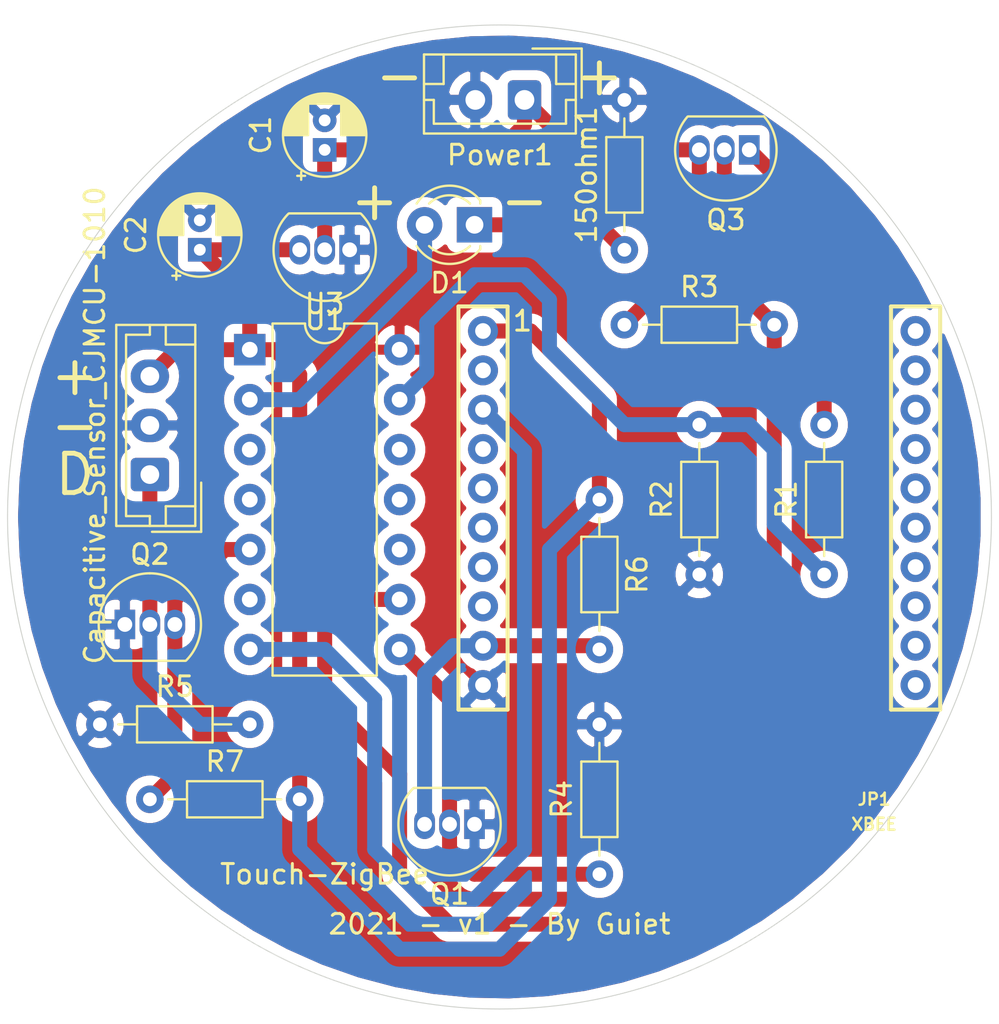
<source format=kicad_pcb>
(kicad_pcb (version 20171130) (host pcbnew "(5.1.12)-1")

  (general
    (thickness 1.6)
    (drawings 10)
    (tracks 86)
    (zones 0)
    (modules 19)
    (nets 36)
  )

  (page A4)
  (layers
    (0 F.Cu signal)
    (31 B.Cu signal)
    (32 B.Adhes user)
    (33 F.Adhes user)
    (34 B.Paste user)
    (35 F.Paste user)
    (36 B.SilkS user)
    (37 F.SilkS user)
    (38 B.Mask user)
    (39 F.Mask user)
    (40 Dwgs.User user)
    (41 Cmts.User user)
    (42 Eco1.User user)
    (43 Eco2.User user)
    (44 Edge.Cuts user)
    (45 Margin user)
    (46 B.CrtYd user)
    (47 F.CrtYd user)
    (48 B.Fab user)
    (49 F.Fab user)
  )

  (setup
    (last_trace_width 0.762)
    (trace_clearance 0.2)
    (zone_clearance 0.508)
    (zone_45_only no)
    (trace_min 0.2)
    (via_size 0.8)
    (via_drill 0.4)
    (via_min_size 0.4)
    (via_min_drill 0.3)
    (uvia_size 0.3)
    (uvia_drill 0.1)
    (uvias_allowed no)
    (uvia_min_size 0.2)
    (uvia_min_drill 0.1)
    (edge_width 0.05)
    (segment_width 0.2)
    (pcb_text_width 0.3)
    (pcb_text_size 1.5 1.5)
    (mod_edge_width 0.12)
    (mod_text_size 1 1)
    (mod_text_width 0.15)
    (pad_size 1.524 1.524)
    (pad_drill 0.762)
    (pad_to_mask_clearance 0)
    (aux_axis_origin 0 0)
    (visible_elements 7FFFFFFF)
    (pcbplotparams
      (layerselection 0x011fc_ffffffff)
      (usegerberextensions false)
      (usegerberattributes true)
      (usegerberadvancedattributes true)
      (creategerberjobfile true)
      (excludeedgelayer true)
      (linewidth 0.100000)
      (plotframeref false)
      (viasonmask false)
      (mode 1)
      (useauxorigin false)
      (hpglpennumber 1)
      (hpglpenspeed 20)
      (hpglpendiameter 15.000000)
      (psnegative false)
      (psa4output false)
      (plotreference true)
      (plotvalue true)
      (plotinvisibletext false)
      (padsonsilk false)
      (subtractmaskfromsilk false)
      (outputformat 1)
      (mirror false)
      (drillshape 0)
      (scaleselection 1)
      (outputdirectory ""))
  )

  (net 0 "")
  (net 1 "Net-(JP1-Pad2)")
  (net 2 "Net-(JP1-Pad3)")
  (net 3 "Net-(JP1-Pad4)")
  (net 4 "Net-(JP1-Pad5)")
  (net 5 "Net-(JP1-Pad6)")
  (net 6 "Net-(JP1-Pad7)")
  (net 7 "Net-(JP1-Pad8)")
  (net 8 "Net-(JP1-Pad9)")
  (net 9 "Net-(JP1-Pad11)")
  (net 10 "Net-(JP1-Pad12)")
  (net 11 "Net-(JP1-Pad13)")
  (net 12 "Net-(JP1-Pad14)")
  (net 13 "Net-(JP1-Pad15)")
  (net 14 "Net-(JP1-Pad16)")
  (net 15 "Net-(JP1-Pad17)")
  (net 16 "Net-(JP1-Pad18)")
  (net 17 "Net-(JP1-Pad19)")
  (net 18 "Net-(JP1-Pad20)")
  (net 19 "Net-(Q1-Pad2)")
  (net 20 GND)
  (net 21 "Net-(Q2-Pad3)")
  (net 22 "Net-(D1-Pad2)")
  (net 23 "Net-(150ohm1-Pad1)")
  (net 24 VBAT)
  (net 25 +3.3v)
  (net 26 "Net-(Capacitive_Sensor_CJMCU-1010-Pad1)")
  (net 27 "Net-(Q3-Pad2)")
  (net 28 "Net-(Q3-Pad1)")
  (net 29 "Net-(R1-Pad1)")
  (net 30 "Net-(U3-Pad3)")
  (net 31 "Net-(U3-Pad10)")
  (net 32 "Net-(U3-Pad4)")
  (net 33 "Net-(U3-Pad11)")
  (net 34 "Net-(U3-Pad12)")
  (net 35 "Net-(U3-Pad6)")

  (net_class Default "This is the default net class."
    (clearance 0.2)
    (trace_width 0.762)
    (via_dia 0.8)
    (via_drill 0.4)
    (uvia_dia 0.3)
    (uvia_drill 0.1)
    (add_net +3.3v)
    (add_net GND)
    (add_net "Net-(150ohm1-Pad1)")
    (add_net "Net-(Capacitive_Sensor_CJMCU-1010-Pad1)")
    (add_net "Net-(D1-Pad2)")
    (add_net "Net-(JP1-Pad11)")
    (add_net "Net-(JP1-Pad12)")
    (add_net "Net-(JP1-Pad13)")
    (add_net "Net-(JP1-Pad14)")
    (add_net "Net-(JP1-Pad15)")
    (add_net "Net-(JP1-Pad16)")
    (add_net "Net-(JP1-Pad17)")
    (add_net "Net-(JP1-Pad18)")
    (add_net "Net-(JP1-Pad19)")
    (add_net "Net-(JP1-Pad2)")
    (add_net "Net-(JP1-Pad20)")
    (add_net "Net-(JP1-Pad3)")
    (add_net "Net-(JP1-Pad4)")
    (add_net "Net-(JP1-Pad5)")
    (add_net "Net-(JP1-Pad6)")
    (add_net "Net-(JP1-Pad7)")
    (add_net "Net-(JP1-Pad8)")
    (add_net "Net-(JP1-Pad9)")
    (add_net "Net-(Q1-Pad2)")
    (add_net "Net-(Q2-Pad3)")
    (add_net "Net-(Q3-Pad1)")
    (add_net "Net-(Q3-Pad2)")
    (add_net "Net-(R1-Pad1)")
    (add_net "Net-(U3-Pad10)")
    (add_net "Net-(U3-Pad11)")
    (add_net "Net-(U3-Pad12)")
    (add_net "Net-(U3-Pad3)")
    (add_net "Net-(U3-Pad4)")
    (add_net "Net-(U3-Pad6)")
    (add_net VBAT)
  )

  (module Package_TO_SOT_THT:TO-92_Inline (layer F.Cu) (tedit 5A1DD157) (tstamp 61A58917)
    (at 109.22 132.08 180)
    (descr "TO-92 leads in-line, narrow, oval pads, drill 0.75mm (see NXP sot054_po.pdf)")
    (tags "to-92 sc-43 sc-43a sot54 PA33 transistor")
    (path /61A544AB)
    (fp_text reference Q1 (at 1.27 -3.56) (layer F.SilkS)
      (effects (font (size 1 1) (thickness 0.15)))
    )
    (fp_text value 2N7000 (at 1.27 2.79) (layer F.Fab)
      (effects (font (size 1 1) (thickness 0.15)))
    )
    (fp_line (start -0.53 1.85) (end 3.07 1.85) (layer F.SilkS) (width 0.12))
    (fp_line (start -0.5 1.75) (end 3 1.75) (layer F.Fab) (width 0.1))
    (fp_line (start -1.46 -2.73) (end 4 -2.73) (layer F.CrtYd) (width 0.05))
    (fp_line (start -1.46 -2.73) (end -1.46 2.01) (layer F.CrtYd) (width 0.05))
    (fp_line (start 4 2.01) (end 4 -2.73) (layer F.CrtYd) (width 0.05))
    (fp_line (start 4 2.01) (end -1.46 2.01) (layer F.CrtYd) (width 0.05))
    (fp_text user %R (at 1.27 0) (layer F.Fab)
      (effects (font (size 1 1) (thickness 0.15)))
    )
    (fp_arc (start 1.27 0) (end 1.27 -2.48) (angle 135) (layer F.Fab) (width 0.1))
    (fp_arc (start 1.27 0) (end 1.27 -2.6) (angle -135) (layer F.SilkS) (width 0.12))
    (fp_arc (start 1.27 0) (end 1.27 -2.48) (angle -135) (layer F.Fab) (width 0.1))
    (fp_arc (start 1.27 0) (end 1.27 -2.6) (angle 135) (layer F.SilkS) (width 0.12))
    (pad 2 thru_hole oval (at 1.27 0 180) (size 1.05 1.5) (drill 0.75) (layers *.Cu *.Mask)
      (net 19 "Net-(Q1-Pad2)"))
    (pad 3 thru_hole oval (at 2.54 0 180) (size 1.05 1.5) (drill 0.75) (layers *.Cu *.Mask)
      (net 8 "Net-(JP1-Pad9)"))
    (pad 1 thru_hole rect (at 0 0 180) (size 1.05 1.5) (drill 0.75) (layers *.Cu *.Mask)
      (net 20 GND))
    (model ${KISYS3DMOD}/Package_TO_SOT_THT.3dshapes/TO-92_Inline.wrl
      (at (xyz 0 0 0))
      (scale (xyz 1 1 1))
      (rotate (xyz 0 0 0))
    )
  )

  (module Package_TO_SOT_THT:TO-92_Inline (layer F.Cu) (tedit 5A1DD157) (tstamp 61AB0132)
    (at 102.87 102.87 180)
    (descr "TO-92 leads in-line, narrow, oval pads, drill 0.75mm (see NXP sot054_po.pdf)")
    (tags "to-92 sc-43 sc-43a sot54 PA33 transistor")
    (path /61A5540C)
    (fp_text reference U1 (at 1.27 -3.56) (layer F.SilkS)
      (effects (font (size 1 1) (thickness 0.15)))
    )
    (fp_text value 7333-A-TO92 (at 1.27 2.79) (layer F.Fab)
      (effects (font (size 1 1) (thickness 0.15)))
    )
    (fp_line (start 4 2.01) (end -1.46 2.01) (layer F.CrtYd) (width 0.05))
    (fp_line (start 4 2.01) (end 4 -2.73) (layer F.CrtYd) (width 0.05))
    (fp_line (start -1.46 -2.73) (end -1.46 2.01) (layer F.CrtYd) (width 0.05))
    (fp_line (start -1.46 -2.73) (end 4 -2.73) (layer F.CrtYd) (width 0.05))
    (fp_line (start -0.5 1.75) (end 3 1.75) (layer F.Fab) (width 0.1))
    (fp_line (start -0.53 1.85) (end 3.07 1.85) (layer F.SilkS) (width 0.12))
    (fp_arc (start 1.27 0) (end 1.27 -2.6) (angle 135) (layer F.SilkS) (width 0.12))
    (fp_arc (start 1.27 0) (end 1.27 -2.48) (angle -135) (layer F.Fab) (width 0.1))
    (fp_arc (start 1.27 0) (end 1.27 -2.6) (angle -135) (layer F.SilkS) (width 0.12))
    (fp_arc (start 1.27 0) (end 1.27 -2.48) (angle 135) (layer F.Fab) (width 0.1))
    (fp_text user %R (at -6.35 -11.43) (layer F.Fab)
      (effects (font (size 1 1) (thickness 0.15)))
    )
    (pad 1 thru_hole rect (at 0 0 180) (size 1.05 1.5) (drill 0.75) (layers *.Cu *.Mask)
      (net 20 GND))
    (pad 3 thru_hole oval (at 2.54 0 180) (size 1.05 1.5) (drill 0.75) (layers *.Cu *.Mask)
      (net 25 +3.3v))
    (pad 2 thru_hole oval (at 1.27 0 180) (size 1.05 1.5) (drill 0.75) (layers *.Cu *.Mask)
      (net 24 VBAT))
    (model ${KISYS3DMOD}/Package_TO_SOT_THT.3dshapes/TO-92_Inline.wrl
      (at (xyz 0 0 0))
      (scale (xyz 1 1 1))
      (rotate (xyz 0 0 0))
    )
  )

  (module Package_TO_SOT_THT:TO-92_Inline (layer F.Cu) (tedit 5A1DD157) (tstamp 61A58B05)
    (at 91.44 121.92)
    (descr "TO-92 leads in-line, narrow, oval pads, drill 0.75mm (see NXP sot054_po.pdf)")
    (tags "to-92 sc-43 sc-43a sot54 PA33 transistor")
    (path /61A573C8)
    (fp_text reference Q2 (at 1.27 -3.56) (layer F.SilkS)
      (effects (font (size 1 1) (thickness 0.15)))
    )
    (fp_text value 2N7000 (at 1.27 2.79) (layer F.Fab)
      (effects (font (size 1 1) (thickness 0.15)))
    )
    (fp_line (start 4 2.01) (end -1.46 2.01) (layer F.CrtYd) (width 0.05))
    (fp_line (start 4 2.01) (end 4 -2.73) (layer F.CrtYd) (width 0.05))
    (fp_line (start -1.46 -2.73) (end -1.46 2.01) (layer F.CrtYd) (width 0.05))
    (fp_line (start -1.46 -2.73) (end 4 -2.73) (layer F.CrtYd) (width 0.05))
    (fp_line (start -0.5 1.75) (end 3 1.75) (layer F.Fab) (width 0.1))
    (fp_line (start -0.53 1.85) (end 3.07 1.85) (layer F.SilkS) (width 0.12))
    (fp_text user %R (at 1.27 0) (layer F.Fab)
      (effects (font (size 1 1) (thickness 0.15)))
    )
    (fp_arc (start 1.27 0) (end 1.27 -2.48) (angle 135) (layer F.Fab) (width 0.1))
    (fp_arc (start 1.27 0) (end 1.27 -2.6) (angle -135) (layer F.SilkS) (width 0.12))
    (fp_arc (start 1.27 0) (end 1.27 -2.48) (angle -135) (layer F.Fab) (width 0.1))
    (fp_arc (start 1.27 0) (end 1.27 -2.6) (angle 135) (layer F.SilkS) (width 0.12))
    (pad 2 thru_hole oval (at 1.27 0) (size 1.05 1.5) (drill 0.75) (layers *.Cu *.Mask)
      (net 26 "Net-(Capacitive_Sensor_CJMCU-1010-Pad1)"))
    (pad 3 thru_hole oval (at 2.54 0) (size 1.05 1.5) (drill 0.75) (layers *.Cu *.Mask)
      (net 21 "Net-(Q2-Pad3)"))
    (pad 1 thru_hole rect (at 0 0) (size 1.05 1.5) (drill 0.75) (layers *.Cu *.Mask)
      (net 20 GND))
    (model ${KISYS3DMOD}/Package_TO_SOT_THT.3dshapes/TO-92_Inline.wrl
      (at (xyz 0 0 0))
      (scale (xyz 1 1 1))
      (rotate (xyz 0 0 0))
    )
  )

  (module Capacitor_THT:CP_Radial_D4.0mm_P1.50mm (layer F.Cu) (tedit 5AE50EF0) (tstamp 61AAEAD3)
    (at 101.6 97.79 90)
    (descr "CP, Radial series, Radial, pin pitch=1.50mm, , diameter=4mm, Electrolytic Capacitor")
    (tags "CP Radial series Radial pin pitch 1.50mm  diameter 4mm Electrolytic Capacitor")
    (path /61A563F4)
    (fp_text reference C1 (at 0.75 -3.25 90) (layer F.SilkS)
      (effects (font (size 1 1) (thickness 0.15)))
    )
    (fp_text value 10uF (at 0.75 3.25 90) (layer F.Fab)
      (effects (font (size 1 1) (thickness 0.15)))
    )
    (fp_line (start -1.319801 -1.395) (end -1.319801 -0.995) (layer F.SilkS) (width 0.12))
    (fp_line (start -1.519801 -1.195) (end -1.119801 -1.195) (layer F.SilkS) (width 0.12))
    (fp_line (start 2.831 -0.37) (end 2.831 0.37) (layer F.SilkS) (width 0.12))
    (fp_line (start 2.791 -0.537) (end 2.791 0.537) (layer F.SilkS) (width 0.12))
    (fp_line (start 2.751 -0.664) (end 2.751 0.664) (layer F.SilkS) (width 0.12))
    (fp_line (start 2.711 -0.768) (end 2.711 0.768) (layer F.SilkS) (width 0.12))
    (fp_line (start 2.671 -0.859) (end 2.671 0.859) (layer F.SilkS) (width 0.12))
    (fp_line (start 2.631 -0.94) (end 2.631 0.94) (layer F.SilkS) (width 0.12))
    (fp_line (start 2.591 -1.013) (end 2.591 1.013) (layer F.SilkS) (width 0.12))
    (fp_line (start 2.551 -1.08) (end 2.551 1.08) (layer F.SilkS) (width 0.12))
    (fp_line (start 2.511 -1.142) (end 2.511 1.142) (layer F.SilkS) (width 0.12))
    (fp_line (start 2.471 -1.2) (end 2.471 1.2) (layer F.SilkS) (width 0.12))
    (fp_line (start 2.431 -1.254) (end 2.431 1.254) (layer F.SilkS) (width 0.12))
    (fp_line (start 2.391 -1.304) (end 2.391 1.304) (layer F.SilkS) (width 0.12))
    (fp_line (start 2.351 -1.351) (end 2.351 1.351) (layer F.SilkS) (width 0.12))
    (fp_line (start 2.311 0.84) (end 2.311 1.396) (layer F.SilkS) (width 0.12))
    (fp_line (start 2.311 -1.396) (end 2.311 -0.84) (layer F.SilkS) (width 0.12))
    (fp_line (start 2.271 0.84) (end 2.271 1.438) (layer F.SilkS) (width 0.12))
    (fp_line (start 2.271 -1.438) (end 2.271 -0.84) (layer F.SilkS) (width 0.12))
    (fp_line (start 2.231 0.84) (end 2.231 1.478) (layer F.SilkS) (width 0.12))
    (fp_line (start 2.231 -1.478) (end 2.231 -0.84) (layer F.SilkS) (width 0.12))
    (fp_line (start 2.191 0.84) (end 2.191 1.516) (layer F.SilkS) (width 0.12))
    (fp_line (start 2.191 -1.516) (end 2.191 -0.84) (layer F.SilkS) (width 0.12))
    (fp_line (start 2.151 0.84) (end 2.151 1.552) (layer F.SilkS) (width 0.12))
    (fp_line (start 2.151 -1.552) (end 2.151 -0.84) (layer F.SilkS) (width 0.12))
    (fp_line (start 2.111 0.84) (end 2.111 1.587) (layer F.SilkS) (width 0.12))
    (fp_line (start 2.111 -1.587) (end 2.111 -0.84) (layer F.SilkS) (width 0.12))
    (fp_line (start 2.071 0.84) (end 2.071 1.619) (layer F.SilkS) (width 0.12))
    (fp_line (start 2.071 -1.619) (end 2.071 -0.84) (layer F.SilkS) (width 0.12))
    (fp_line (start 2.031 0.84) (end 2.031 1.65) (layer F.SilkS) (width 0.12))
    (fp_line (start 2.031 -1.65) (end 2.031 -0.84) (layer F.SilkS) (width 0.12))
    (fp_line (start 1.991 0.84) (end 1.991 1.68) (layer F.SilkS) (width 0.12))
    (fp_line (start 1.991 -1.68) (end 1.991 -0.84) (layer F.SilkS) (width 0.12))
    (fp_line (start 1.951 0.84) (end 1.951 1.708) (layer F.SilkS) (width 0.12))
    (fp_line (start 1.951 -1.708) (end 1.951 -0.84) (layer F.SilkS) (width 0.12))
    (fp_line (start 1.911 0.84) (end 1.911 1.735) (layer F.SilkS) (width 0.12))
    (fp_line (start 1.911 -1.735) (end 1.911 -0.84) (layer F.SilkS) (width 0.12))
    (fp_line (start 1.871 0.84) (end 1.871 1.76) (layer F.SilkS) (width 0.12))
    (fp_line (start 1.871 -1.76) (end 1.871 -0.84) (layer F.SilkS) (width 0.12))
    (fp_line (start 1.831 0.84) (end 1.831 1.785) (layer F.SilkS) (width 0.12))
    (fp_line (start 1.831 -1.785) (end 1.831 -0.84) (layer F.SilkS) (width 0.12))
    (fp_line (start 1.791 0.84) (end 1.791 1.808) (layer F.SilkS) (width 0.12))
    (fp_line (start 1.791 -1.808) (end 1.791 -0.84) (layer F.SilkS) (width 0.12))
    (fp_line (start 1.751 0.84) (end 1.751 1.83) (layer F.SilkS) (width 0.12))
    (fp_line (start 1.751 -1.83) (end 1.751 -0.84) (layer F.SilkS) (width 0.12))
    (fp_line (start 1.711 0.84) (end 1.711 1.851) (layer F.SilkS) (width 0.12))
    (fp_line (start 1.711 -1.851) (end 1.711 -0.84) (layer F.SilkS) (width 0.12))
    (fp_line (start 1.671 0.84) (end 1.671 1.87) (layer F.SilkS) (width 0.12))
    (fp_line (start 1.671 -1.87) (end 1.671 -0.84) (layer F.SilkS) (width 0.12))
    (fp_line (start 1.631 0.84) (end 1.631 1.889) (layer F.SilkS) (width 0.12))
    (fp_line (start 1.631 -1.889) (end 1.631 -0.84) (layer F.SilkS) (width 0.12))
    (fp_line (start 1.591 0.84) (end 1.591 1.907) (layer F.SilkS) (width 0.12))
    (fp_line (start 1.591 -1.907) (end 1.591 -0.84) (layer F.SilkS) (width 0.12))
    (fp_line (start 1.551 0.84) (end 1.551 1.924) (layer F.SilkS) (width 0.12))
    (fp_line (start 1.551 -1.924) (end 1.551 -0.84) (layer F.SilkS) (width 0.12))
    (fp_line (start 1.511 0.84) (end 1.511 1.94) (layer F.SilkS) (width 0.12))
    (fp_line (start 1.511 -1.94) (end 1.511 -0.84) (layer F.SilkS) (width 0.12))
    (fp_line (start 1.471 0.84) (end 1.471 1.954) (layer F.SilkS) (width 0.12))
    (fp_line (start 1.471 -1.954) (end 1.471 -0.84) (layer F.SilkS) (width 0.12))
    (fp_line (start 1.43 0.84) (end 1.43 1.968) (layer F.SilkS) (width 0.12))
    (fp_line (start 1.43 -1.968) (end 1.43 -0.84) (layer F.SilkS) (width 0.12))
    (fp_line (start 1.39 0.84) (end 1.39 1.982) (layer F.SilkS) (width 0.12))
    (fp_line (start 1.39 -1.982) (end 1.39 -0.84) (layer F.SilkS) (width 0.12))
    (fp_line (start 1.35 0.84) (end 1.35 1.994) (layer F.SilkS) (width 0.12))
    (fp_line (start 1.35 -1.994) (end 1.35 -0.84) (layer F.SilkS) (width 0.12))
    (fp_line (start 1.31 0.84) (end 1.31 2.005) (layer F.SilkS) (width 0.12))
    (fp_line (start 1.31 -2.005) (end 1.31 -0.84) (layer F.SilkS) (width 0.12))
    (fp_line (start 1.27 0.84) (end 1.27 2.016) (layer F.SilkS) (width 0.12))
    (fp_line (start 1.27 -2.016) (end 1.27 -0.84) (layer F.SilkS) (width 0.12))
    (fp_line (start 1.23 0.84) (end 1.23 2.025) (layer F.SilkS) (width 0.12))
    (fp_line (start 1.23 -2.025) (end 1.23 -0.84) (layer F.SilkS) (width 0.12))
    (fp_line (start 1.19 0.84) (end 1.19 2.034) (layer F.SilkS) (width 0.12))
    (fp_line (start 1.19 -2.034) (end 1.19 -0.84) (layer F.SilkS) (width 0.12))
    (fp_line (start 1.15 0.84) (end 1.15 2.042) (layer F.SilkS) (width 0.12))
    (fp_line (start 1.15 -2.042) (end 1.15 -0.84) (layer F.SilkS) (width 0.12))
    (fp_line (start 1.11 0.84) (end 1.11 2.05) (layer F.SilkS) (width 0.12))
    (fp_line (start 1.11 -2.05) (end 1.11 -0.84) (layer F.SilkS) (width 0.12))
    (fp_line (start 1.07 0.84) (end 1.07 2.056) (layer F.SilkS) (width 0.12))
    (fp_line (start 1.07 -2.056) (end 1.07 -0.84) (layer F.SilkS) (width 0.12))
    (fp_line (start 1.03 0.84) (end 1.03 2.062) (layer F.SilkS) (width 0.12))
    (fp_line (start 1.03 -2.062) (end 1.03 -0.84) (layer F.SilkS) (width 0.12))
    (fp_line (start 0.99 0.84) (end 0.99 2.067) (layer F.SilkS) (width 0.12))
    (fp_line (start 0.99 -2.067) (end 0.99 -0.84) (layer F.SilkS) (width 0.12))
    (fp_line (start 0.95 0.84) (end 0.95 2.071) (layer F.SilkS) (width 0.12))
    (fp_line (start 0.95 -2.071) (end 0.95 -0.84) (layer F.SilkS) (width 0.12))
    (fp_line (start 0.91 0.84) (end 0.91 2.074) (layer F.SilkS) (width 0.12))
    (fp_line (start 0.91 -2.074) (end 0.91 -0.84) (layer F.SilkS) (width 0.12))
    (fp_line (start 0.87 0.84) (end 0.87 2.077) (layer F.SilkS) (width 0.12))
    (fp_line (start 0.87 -2.077) (end 0.87 -0.84) (layer F.SilkS) (width 0.12))
    (fp_line (start 0.83 -2.079) (end 0.83 -0.84) (layer F.SilkS) (width 0.12))
    (fp_line (start 0.83 0.84) (end 0.83 2.079) (layer F.SilkS) (width 0.12))
    (fp_line (start 0.79 -2.08) (end 0.79 -0.84) (layer F.SilkS) (width 0.12))
    (fp_line (start 0.79 0.84) (end 0.79 2.08) (layer F.SilkS) (width 0.12))
    (fp_line (start 0.75 -2.08) (end 0.75 -0.84) (layer F.SilkS) (width 0.12))
    (fp_line (start 0.75 0.84) (end 0.75 2.08) (layer F.SilkS) (width 0.12))
    (fp_line (start -0.752554 -1.0675) (end -0.752554 -0.6675) (layer F.Fab) (width 0.1))
    (fp_line (start -0.952554 -0.8675) (end -0.552554 -0.8675) (layer F.Fab) (width 0.1))
    (fp_circle (center 0.75 0) (end 3 0) (layer F.CrtYd) (width 0.05))
    (fp_circle (center 0.75 0) (end 2.87 0) (layer F.SilkS) (width 0.12))
    (fp_circle (center 0.75 0) (end 2.75 0) (layer F.Fab) (width 0.1))
    (fp_text user %R (at 0.75 0 90) (layer F.Fab)
      (effects (font (size 0.8 0.8) (thickness 0.12)))
    )
    (pad 2 thru_hole circle (at 1.5 0 90) (size 1.2 1.2) (drill 0.6) (layers *.Cu *.Mask)
      (net 20 GND))
    (pad 1 thru_hole rect (at 0 0 90) (size 1.2 1.2) (drill 0.6) (layers *.Cu *.Mask)
      (net 24 VBAT))
    (model ${KISYS3DMOD}/Capacitor_THT.3dshapes/CP_Radial_D4.0mm_P1.50mm.wrl
      (at (xyz 0 0 0))
      (scale (xyz 1 1 1))
      (rotate (xyz 0 0 0))
    )
  )

  (module Capacitor_THT:CP_Radial_D4.0mm_P1.50mm (layer F.Cu) (tedit 5AE50EF0) (tstamp 61AAF4C9)
    (at 95.25 102.87 90)
    (descr "CP, Radial series, Radial, pin pitch=1.50mm, , diameter=4mm, Electrolytic Capacitor")
    (tags "CP Radial series Radial pin pitch 1.50mm  diameter 4mm Electrolytic Capacitor")
    (path /61A5701C)
    (fp_text reference C2 (at 0.75 -3.25 90) (layer F.SilkS)
      (effects (font (size 1 1) (thickness 0.15)))
    )
    (fp_text value 10uF (at 0.75 3.25 90) (layer F.Fab)
      (effects (font (size 1 1) (thickness 0.15)))
    )
    (fp_circle (center 0.75 0) (end 2.75 0) (layer F.Fab) (width 0.1))
    (fp_circle (center 0.75 0) (end 2.87 0) (layer F.SilkS) (width 0.12))
    (fp_circle (center 0.75 0) (end 3 0) (layer F.CrtYd) (width 0.05))
    (fp_line (start -0.952554 -0.8675) (end -0.552554 -0.8675) (layer F.Fab) (width 0.1))
    (fp_line (start -0.752554 -1.0675) (end -0.752554 -0.6675) (layer F.Fab) (width 0.1))
    (fp_line (start 0.75 0.84) (end 0.75 2.08) (layer F.SilkS) (width 0.12))
    (fp_line (start 0.75 -2.08) (end 0.75 -0.84) (layer F.SilkS) (width 0.12))
    (fp_line (start 0.79 0.84) (end 0.79 2.08) (layer F.SilkS) (width 0.12))
    (fp_line (start 0.79 -2.08) (end 0.79 -0.84) (layer F.SilkS) (width 0.12))
    (fp_line (start 0.83 0.84) (end 0.83 2.079) (layer F.SilkS) (width 0.12))
    (fp_line (start 0.83 -2.079) (end 0.83 -0.84) (layer F.SilkS) (width 0.12))
    (fp_line (start 0.87 -2.077) (end 0.87 -0.84) (layer F.SilkS) (width 0.12))
    (fp_line (start 0.87 0.84) (end 0.87 2.077) (layer F.SilkS) (width 0.12))
    (fp_line (start 0.91 -2.074) (end 0.91 -0.84) (layer F.SilkS) (width 0.12))
    (fp_line (start 0.91 0.84) (end 0.91 2.074) (layer F.SilkS) (width 0.12))
    (fp_line (start 0.95 -2.071) (end 0.95 -0.84) (layer F.SilkS) (width 0.12))
    (fp_line (start 0.95 0.84) (end 0.95 2.071) (layer F.SilkS) (width 0.12))
    (fp_line (start 0.99 -2.067) (end 0.99 -0.84) (layer F.SilkS) (width 0.12))
    (fp_line (start 0.99 0.84) (end 0.99 2.067) (layer F.SilkS) (width 0.12))
    (fp_line (start 1.03 -2.062) (end 1.03 -0.84) (layer F.SilkS) (width 0.12))
    (fp_line (start 1.03 0.84) (end 1.03 2.062) (layer F.SilkS) (width 0.12))
    (fp_line (start 1.07 -2.056) (end 1.07 -0.84) (layer F.SilkS) (width 0.12))
    (fp_line (start 1.07 0.84) (end 1.07 2.056) (layer F.SilkS) (width 0.12))
    (fp_line (start 1.11 -2.05) (end 1.11 -0.84) (layer F.SilkS) (width 0.12))
    (fp_line (start 1.11 0.84) (end 1.11 2.05) (layer F.SilkS) (width 0.12))
    (fp_line (start 1.15 -2.042) (end 1.15 -0.84) (layer F.SilkS) (width 0.12))
    (fp_line (start 1.15 0.84) (end 1.15 2.042) (layer F.SilkS) (width 0.12))
    (fp_line (start 1.19 -2.034) (end 1.19 -0.84) (layer F.SilkS) (width 0.12))
    (fp_line (start 1.19 0.84) (end 1.19 2.034) (layer F.SilkS) (width 0.12))
    (fp_line (start 1.23 -2.025) (end 1.23 -0.84) (layer F.SilkS) (width 0.12))
    (fp_line (start 1.23 0.84) (end 1.23 2.025) (layer F.SilkS) (width 0.12))
    (fp_line (start 1.27 -2.016) (end 1.27 -0.84) (layer F.SilkS) (width 0.12))
    (fp_line (start 1.27 0.84) (end 1.27 2.016) (layer F.SilkS) (width 0.12))
    (fp_line (start 1.31 -2.005) (end 1.31 -0.84) (layer F.SilkS) (width 0.12))
    (fp_line (start 1.31 0.84) (end 1.31 2.005) (layer F.SilkS) (width 0.12))
    (fp_line (start 1.35 -1.994) (end 1.35 -0.84) (layer F.SilkS) (width 0.12))
    (fp_line (start 1.35 0.84) (end 1.35 1.994) (layer F.SilkS) (width 0.12))
    (fp_line (start 1.39 -1.982) (end 1.39 -0.84) (layer F.SilkS) (width 0.12))
    (fp_line (start 1.39 0.84) (end 1.39 1.982) (layer F.SilkS) (width 0.12))
    (fp_line (start 1.43 -1.968) (end 1.43 -0.84) (layer F.SilkS) (width 0.12))
    (fp_line (start 1.43 0.84) (end 1.43 1.968) (layer F.SilkS) (width 0.12))
    (fp_line (start 1.471 -1.954) (end 1.471 -0.84) (layer F.SilkS) (width 0.12))
    (fp_line (start 1.471 0.84) (end 1.471 1.954) (layer F.SilkS) (width 0.12))
    (fp_line (start 1.511 -1.94) (end 1.511 -0.84) (layer F.SilkS) (width 0.12))
    (fp_line (start 1.511 0.84) (end 1.511 1.94) (layer F.SilkS) (width 0.12))
    (fp_line (start 1.551 -1.924) (end 1.551 -0.84) (layer F.SilkS) (width 0.12))
    (fp_line (start 1.551 0.84) (end 1.551 1.924) (layer F.SilkS) (width 0.12))
    (fp_line (start 1.591 -1.907) (end 1.591 -0.84) (layer F.SilkS) (width 0.12))
    (fp_line (start 1.591 0.84) (end 1.591 1.907) (layer F.SilkS) (width 0.12))
    (fp_line (start 1.631 -1.889) (end 1.631 -0.84) (layer F.SilkS) (width 0.12))
    (fp_line (start 1.631 0.84) (end 1.631 1.889) (layer F.SilkS) (width 0.12))
    (fp_line (start 1.671 -1.87) (end 1.671 -0.84) (layer F.SilkS) (width 0.12))
    (fp_line (start 1.671 0.84) (end 1.671 1.87) (layer F.SilkS) (width 0.12))
    (fp_line (start 1.711 -1.851) (end 1.711 -0.84) (layer F.SilkS) (width 0.12))
    (fp_line (start 1.711 0.84) (end 1.711 1.851) (layer F.SilkS) (width 0.12))
    (fp_line (start 1.751 -1.83) (end 1.751 -0.84) (layer F.SilkS) (width 0.12))
    (fp_line (start 1.751 0.84) (end 1.751 1.83) (layer F.SilkS) (width 0.12))
    (fp_line (start 1.791 -1.808) (end 1.791 -0.84) (layer F.SilkS) (width 0.12))
    (fp_line (start 1.791 0.84) (end 1.791 1.808) (layer F.SilkS) (width 0.12))
    (fp_line (start 1.831 -1.785) (end 1.831 -0.84) (layer F.SilkS) (width 0.12))
    (fp_line (start 1.831 0.84) (end 1.831 1.785) (layer F.SilkS) (width 0.12))
    (fp_line (start 1.871 -1.76) (end 1.871 -0.84) (layer F.SilkS) (width 0.12))
    (fp_line (start 1.871 0.84) (end 1.871 1.76) (layer F.SilkS) (width 0.12))
    (fp_line (start 1.911 -1.735) (end 1.911 -0.84) (layer F.SilkS) (width 0.12))
    (fp_line (start 1.911 0.84) (end 1.911 1.735) (layer F.SilkS) (width 0.12))
    (fp_line (start 1.951 -1.708) (end 1.951 -0.84) (layer F.SilkS) (width 0.12))
    (fp_line (start 1.951 0.84) (end 1.951 1.708) (layer F.SilkS) (width 0.12))
    (fp_line (start 1.991 -1.68) (end 1.991 -0.84) (layer F.SilkS) (width 0.12))
    (fp_line (start 1.991 0.84) (end 1.991 1.68) (layer F.SilkS) (width 0.12))
    (fp_line (start 2.031 -1.65) (end 2.031 -0.84) (layer F.SilkS) (width 0.12))
    (fp_line (start 2.031 0.84) (end 2.031 1.65) (layer F.SilkS) (width 0.12))
    (fp_line (start 2.071 -1.619) (end 2.071 -0.84) (layer F.SilkS) (width 0.12))
    (fp_line (start 2.071 0.84) (end 2.071 1.619) (layer F.SilkS) (width 0.12))
    (fp_line (start 2.111 -1.587) (end 2.111 -0.84) (layer F.SilkS) (width 0.12))
    (fp_line (start 2.111 0.84) (end 2.111 1.587) (layer F.SilkS) (width 0.12))
    (fp_line (start 2.151 -1.552) (end 2.151 -0.84) (layer F.SilkS) (width 0.12))
    (fp_line (start 2.151 0.84) (end 2.151 1.552) (layer F.SilkS) (width 0.12))
    (fp_line (start 2.191 -1.516) (end 2.191 -0.84) (layer F.SilkS) (width 0.12))
    (fp_line (start 2.191 0.84) (end 2.191 1.516) (layer F.SilkS) (width 0.12))
    (fp_line (start 2.231 -1.478) (end 2.231 -0.84) (layer F.SilkS) (width 0.12))
    (fp_line (start 2.231 0.84) (end 2.231 1.478) (layer F.SilkS) (width 0.12))
    (fp_line (start 2.271 -1.438) (end 2.271 -0.84) (layer F.SilkS) (width 0.12))
    (fp_line (start 2.271 0.84) (end 2.271 1.438) (layer F.SilkS) (width 0.12))
    (fp_line (start 2.311 -1.396) (end 2.311 -0.84) (layer F.SilkS) (width 0.12))
    (fp_line (start 2.311 0.84) (end 2.311 1.396) (layer F.SilkS) (width 0.12))
    (fp_line (start 2.351 -1.351) (end 2.351 1.351) (layer F.SilkS) (width 0.12))
    (fp_line (start 2.391 -1.304) (end 2.391 1.304) (layer F.SilkS) (width 0.12))
    (fp_line (start 2.431 -1.254) (end 2.431 1.254) (layer F.SilkS) (width 0.12))
    (fp_line (start 2.471 -1.2) (end 2.471 1.2) (layer F.SilkS) (width 0.12))
    (fp_line (start 2.511 -1.142) (end 2.511 1.142) (layer F.SilkS) (width 0.12))
    (fp_line (start 2.551 -1.08) (end 2.551 1.08) (layer F.SilkS) (width 0.12))
    (fp_line (start 2.591 -1.013) (end 2.591 1.013) (layer F.SilkS) (width 0.12))
    (fp_line (start 2.631 -0.94) (end 2.631 0.94) (layer F.SilkS) (width 0.12))
    (fp_line (start 2.671 -0.859) (end 2.671 0.859) (layer F.SilkS) (width 0.12))
    (fp_line (start 2.711 -0.768) (end 2.711 0.768) (layer F.SilkS) (width 0.12))
    (fp_line (start 2.751 -0.664) (end 2.751 0.664) (layer F.SilkS) (width 0.12))
    (fp_line (start 2.791 -0.537) (end 2.791 0.537) (layer F.SilkS) (width 0.12))
    (fp_line (start 2.831 -0.37) (end 2.831 0.37) (layer F.SilkS) (width 0.12))
    (fp_line (start -1.519801 -1.195) (end -1.119801 -1.195) (layer F.SilkS) (width 0.12))
    (fp_line (start -1.319801 -1.395) (end -1.319801 -0.995) (layer F.SilkS) (width 0.12))
    (fp_text user %R (at 0.75 0 90) (layer F.Fab)
      (effects (font (size 0.8 0.8) (thickness 0.12)))
    )
    (pad 1 thru_hole rect (at 0 0 90) (size 1.2 1.2) (drill 0.6) (layers *.Cu *.Mask)
      (net 25 +3.3v))
    (pad 2 thru_hole circle (at 1.5 0 90) (size 1.2 1.2) (drill 0.6) (layers *.Cu *.Mask)
      (net 20 GND))
    (model ${KISYS3DMOD}/Capacitor_THT.3dshapes/CP_Radial_D4.0mm_P1.50mm.wrl
      (at (xyz 0 0 0))
      (scale (xyz 1 1 1))
      (rotate (xyz 0 0 0))
    )
  )

  (module Connector_JST:JST_EH_B3B-EH-A_1x03_P2.50mm_Vertical (layer F.Cu) (tedit 5C28142C) (tstamp 61AAEB5F)
    (at 92.71 114.3 90)
    (descr "JST EH series connector, B3B-EH-A (http://www.jst-mfg.com/product/pdf/eng/eEH.pdf), generated with kicad-footprint-generator")
    (tags "connector JST EH vertical")
    (path /61ACDB60)
    (fp_text reference Capacitive_Sensor_CJMCU-1010 (at 2.5 -2.8 90) (layer F.SilkS)
      (effects (font (size 1 1) (thickness 0.15)))
    )
    (fp_text value Conn_01x03_Female (at 2.5 3.4 90) (layer F.Fab)
      (effects (font (size 1 1) (thickness 0.15)))
    )
    (fp_line (start -2.5 -1.6) (end -2.5 2.2) (layer F.Fab) (width 0.1))
    (fp_line (start -2.5 2.2) (end 7.5 2.2) (layer F.Fab) (width 0.1))
    (fp_line (start 7.5 2.2) (end 7.5 -1.6) (layer F.Fab) (width 0.1))
    (fp_line (start 7.5 -1.6) (end -2.5 -1.6) (layer F.Fab) (width 0.1))
    (fp_line (start -3 -2.1) (end -3 2.7) (layer F.CrtYd) (width 0.05))
    (fp_line (start -3 2.7) (end 8 2.7) (layer F.CrtYd) (width 0.05))
    (fp_line (start 8 2.7) (end 8 -2.1) (layer F.CrtYd) (width 0.05))
    (fp_line (start 8 -2.1) (end -3 -2.1) (layer F.CrtYd) (width 0.05))
    (fp_line (start -2.61 -1.71) (end -2.61 2.31) (layer F.SilkS) (width 0.12))
    (fp_line (start -2.61 2.31) (end 7.61 2.31) (layer F.SilkS) (width 0.12))
    (fp_line (start 7.61 2.31) (end 7.61 -1.71) (layer F.SilkS) (width 0.12))
    (fp_line (start 7.61 -1.71) (end -2.61 -1.71) (layer F.SilkS) (width 0.12))
    (fp_line (start -2.61 0) (end -2.11 0) (layer F.SilkS) (width 0.12))
    (fp_line (start -2.11 0) (end -2.11 -1.21) (layer F.SilkS) (width 0.12))
    (fp_line (start -2.11 -1.21) (end 7.11 -1.21) (layer F.SilkS) (width 0.12))
    (fp_line (start 7.11 -1.21) (end 7.11 0) (layer F.SilkS) (width 0.12))
    (fp_line (start 7.11 0) (end 7.61 0) (layer F.SilkS) (width 0.12))
    (fp_line (start -2.61 0.81) (end -1.61 0.81) (layer F.SilkS) (width 0.12))
    (fp_line (start -1.61 0.81) (end -1.61 2.31) (layer F.SilkS) (width 0.12))
    (fp_line (start 7.61 0.81) (end 6.61 0.81) (layer F.SilkS) (width 0.12))
    (fp_line (start 6.61 0.81) (end 6.61 2.31) (layer F.SilkS) (width 0.12))
    (fp_line (start -2.91 0.11) (end -2.91 2.61) (layer F.SilkS) (width 0.12))
    (fp_line (start -2.91 2.61) (end -0.41 2.61) (layer F.SilkS) (width 0.12))
    (fp_line (start -2.91 0.11) (end -2.91 2.61) (layer F.Fab) (width 0.1))
    (fp_line (start -2.91 2.61) (end -0.41 2.61) (layer F.Fab) (width 0.1))
    (fp_text user %R (at 2.5 1.5 90) (layer F.Fab)
      (effects (font (size 1 1) (thickness 0.15)))
    )
    (pad 1 thru_hole roundrect (at 0 0 90) (size 1.7 1.95) (drill 0.95) (layers *.Cu *.Mask) (roundrect_rratio 0.1470588235294118)
      (net 26 "Net-(Capacitive_Sensor_CJMCU-1010-Pad1)"))
    (pad 2 thru_hole oval (at 2.5 0 90) (size 1.7 1.95) (drill 0.95) (layers *.Cu *.Mask)
      (net 20 GND))
    (pad 3 thru_hole oval (at 5 0 90) (size 1.7 1.95) (drill 0.95) (layers *.Cu *.Mask)
      (net 25 +3.3v))
    (model ${KISYS3DMOD}/Connector_JST.3dshapes/JST_EH_B3B-EH-A_1x03_P2.50mm_Vertical.wrl
      (at (xyz 0 0 0))
      (scale (xyz 1 1 1))
      (rotate (xyz 0 0 0))
    )
  )

  (module LED_THT:LED_D3.0mm_IRBlack (layer F.Cu) (tedit 5A6C9BB8) (tstamp 61AB1391)
    (at 109.22 101.6 180)
    (descr "IR-ED, diameter 3.0mm, 2 pins, color: black")
    (tags "IR infrared LED diameter 3.0mm 2 pins black")
    (path /61A58A5D)
    (fp_text reference D1 (at 1.27 -2.96) (layer F.SilkS)
      (effects (font (size 1 1) (thickness 0.15)))
    )
    (fp_text value LED (at 1.27 2.96) (layer F.Fab)
      (effects (font (size 1 1) (thickness 0.15)))
    )
    (fp_line (start -0.23 -1.16619) (end -0.23 1.16619) (layer F.Fab) (width 0.1))
    (fp_line (start -0.29 -1.236) (end -0.29 -1.08) (layer F.SilkS) (width 0.12))
    (fp_line (start -0.29 1.08) (end -0.29 1.236) (layer F.SilkS) (width 0.12))
    (fp_line (start -1.15 -2.25) (end -1.15 2.25) (layer F.CrtYd) (width 0.05))
    (fp_line (start -1.15 2.25) (end 3.7 2.25) (layer F.CrtYd) (width 0.05))
    (fp_line (start 3.7 2.25) (end 3.7 -2.25) (layer F.CrtYd) (width 0.05))
    (fp_line (start 3.7 -2.25) (end -1.15 -2.25) (layer F.CrtYd) (width 0.05))
    (fp_circle (center 1.27 0) (end 2.77 0) (layer F.Fab) (width 0.1))
    (fp_text user %R (at 1.47 0) (layer F.Fab)
      (effects (font (size 0.8 0.8) (thickness 0.12)))
    )
    (fp_arc (start 1.27 0) (end -0.23 -1.16619) (angle 284.3) (layer F.Fab) (width 0.1))
    (fp_arc (start 1.27 0) (end -0.29 -1.235516) (angle 108.8) (layer F.SilkS) (width 0.12))
    (fp_arc (start 1.27 0) (end -0.29 1.235516) (angle -108.8) (layer F.SilkS) (width 0.12))
    (fp_arc (start 1.27 0) (end 0.229039 -1.08) (angle 87.9) (layer F.SilkS) (width 0.12))
    (fp_arc (start 1.27 0) (end 0.229039 1.08) (angle -87.9) (layer F.SilkS) (width 0.12))
    (pad 1 thru_hole rect (at 0 0 180) (size 1.8 1.8) (drill 0.9) (layers *.Cu *.Mask)
      (net 23 "Net-(150ohm1-Pad1)"))
    (pad 2 thru_hole circle (at 2.54 0 180) (size 1.8 1.8) (drill 0.9) (layers *.Cu *.Mask)
      (net 22 "Net-(D1-Pad2)"))
    (model ${KISYS3DMOD}/LED_THT.3dshapes/LED_D3.0mm_IRBlack.wrl
      (at (xyz 0 0 0))
      (scale (xyz 1 1 1))
      (rotate (xyz 0 0 0))
    )
  )

  (module Connector_JST:JST_EH_B2B-EH-A_1x02_P2.50mm_Vertical (layer F.Cu) (tedit 5C28142C) (tstamp 61AB2996)
    (at 111.76 95.25 180)
    (descr "JST EH series connector, B2B-EH-A (http://www.jst-mfg.com/product/pdf/eng/eEH.pdf), generated with kicad-footprint-generator")
    (tags "connector JST EH vertical")
    (path /61A5CEF0)
    (fp_text reference Power1 (at 1.25 -2.8) (layer F.SilkS)
      (effects (font (size 1 1) (thickness 0.15)))
    )
    (fp_text value Conn_01x02_Female (at 1.25 3.4) (layer F.Fab)
      (effects (font (size 1 1) (thickness 0.15)))
    )
    (fp_line (start -2.5 -1.6) (end -2.5 2.2) (layer F.Fab) (width 0.1))
    (fp_line (start -2.5 2.2) (end 5 2.2) (layer F.Fab) (width 0.1))
    (fp_line (start 5 2.2) (end 5 -1.6) (layer F.Fab) (width 0.1))
    (fp_line (start 5 -1.6) (end -2.5 -1.6) (layer F.Fab) (width 0.1))
    (fp_line (start -3 -2.1) (end -3 2.7) (layer F.CrtYd) (width 0.05))
    (fp_line (start -3 2.7) (end 5.5 2.7) (layer F.CrtYd) (width 0.05))
    (fp_line (start 5.5 2.7) (end 5.5 -2.1) (layer F.CrtYd) (width 0.05))
    (fp_line (start 5.5 -2.1) (end -3 -2.1) (layer F.CrtYd) (width 0.05))
    (fp_line (start -2.61 -1.71) (end -2.61 2.31) (layer F.SilkS) (width 0.12))
    (fp_line (start -2.61 2.31) (end 5.11 2.31) (layer F.SilkS) (width 0.12))
    (fp_line (start 5.11 2.31) (end 5.11 -1.71) (layer F.SilkS) (width 0.12))
    (fp_line (start 5.11 -1.71) (end -2.61 -1.71) (layer F.SilkS) (width 0.12))
    (fp_line (start -2.61 0) (end -2.11 0) (layer F.SilkS) (width 0.12))
    (fp_line (start -2.11 0) (end -2.11 -1.21) (layer F.SilkS) (width 0.12))
    (fp_line (start -2.11 -1.21) (end 4.61 -1.21) (layer F.SilkS) (width 0.12))
    (fp_line (start 4.61 -1.21) (end 4.61 0) (layer F.SilkS) (width 0.12))
    (fp_line (start 4.61 0) (end 5.11 0) (layer F.SilkS) (width 0.12))
    (fp_line (start -2.61 0.81) (end -1.61 0.81) (layer F.SilkS) (width 0.12))
    (fp_line (start -1.61 0.81) (end -1.61 2.31) (layer F.SilkS) (width 0.12))
    (fp_line (start 5.11 0.81) (end 4.11 0.81) (layer F.SilkS) (width 0.12))
    (fp_line (start 4.11 0.81) (end 4.11 2.31) (layer F.SilkS) (width 0.12))
    (fp_line (start -2.91 0.11) (end -2.91 2.61) (layer F.SilkS) (width 0.12))
    (fp_line (start -2.91 2.61) (end -0.41 2.61) (layer F.SilkS) (width 0.12))
    (fp_line (start -2.91 0.11) (end -2.91 2.61) (layer F.Fab) (width 0.1))
    (fp_line (start -2.91 2.61) (end -0.41 2.61) (layer F.Fab) (width 0.1))
    (fp_text user %R (at 1.25 1.5) (layer F.Fab)
      (effects (font (size 1 1) (thickness 0.15)))
    )
    (pad 1 thru_hole roundrect (at 0 0 180) (size 1.7 2) (drill 1) (layers *.Cu *.Mask) (roundrect_rratio 0.1470588235294118)
      (net 24 VBAT))
    (pad 2 thru_hole oval (at 2.5 0 180) (size 1.7 2) (drill 1) (layers *.Cu *.Mask)
      (net 20 GND))
    (model ${KISYS3DMOD}/Connector_JST.3dshapes/JST_EH_B2B-EH-A_1x02_P2.50mm_Vertical.wrl
      (at (xyz 0 0 0))
      (scale (xyz 1 1 1))
      (rotate (xyz 0 0 0))
    )
  )

  (module Package_TO_SOT_THT:TO-92L_Inline (layer F.Cu) (tedit 5A279A44) (tstamp 61AAEBA4)
    (at 123.19 97.79 180)
    (descr "TO-92L leads in-line (large body variant of TO-92), also known as TO-226, wide, drill 0.75mm (see https://www.diodes.com/assets/Package-Files/TO92L.pdf and http://www.ti.com/lit/an/snoa059/snoa059.pdf)")
    (tags "TO-92L Inline Wide transistor")
    (path /61ABB6C5)
    (fp_text reference Q3 (at 1.19 -3.56) (layer F.SilkS)
      (effects (font (size 1 1) (thickness 0.15)))
    )
    (fp_text value TP0610L (at 1.19 2.79) (layer F.Fab)
      (effects (font (size 1 1) (thickness 0.15)))
    )
    (fp_line (start -0.75 1.7) (end 3.1 1.7) (layer F.SilkS) (width 0.12))
    (fp_line (start -0.7 1.6) (end 3.05 1.6) (layer F.Fab) (width 0.1))
    (fp_line (start -1.55 -2.75) (end 3.95 -2.75) (layer F.CrtYd) (width 0.05))
    (fp_line (start -1.55 -2.75) (end -1.55 1.85) (layer F.CrtYd) (width 0.05))
    (fp_line (start 3.95 1.85) (end 3.95 -2.75) (layer F.CrtYd) (width 0.05))
    (fp_line (start 3.95 1.85) (end -1.55 1.85) (layer F.CrtYd) (width 0.05))
    (fp_text user %R (at 1.19 0) (layer F.Fab)
      (effects (font (size 1 1) (thickness 0.15)))
    )
    (fp_arc (start 1.19 0) (end -0.75 1.7) (angle 262.164354) (layer F.SilkS) (width 0.12))
    (fp_arc (start 1.19 0) (end 1.19 -2.48) (angle 129.9527847) (layer F.Fab) (width 0.1))
    (fp_arc (start 1.19 0) (end 1.19 -2.48) (angle -130.2499344) (layer F.Fab) (width 0.1))
    (pad 2 thru_hole oval (at 1.27 0 180) (size 1.05 1.5) (drill 0.75) (layers *.Cu *.Mask)
      (net 27 "Net-(Q3-Pad2)"))
    (pad 3 thru_hole oval (at 2.54 0 180) (size 1.05 1.5) (drill 0.75) (layers *.Cu *.Mask)
      (net 24 VBAT))
    (pad 1 thru_hole rect (at 0 0 180) (size 1.05 1.5) (drill 0.75) (layers *.Cu *.Mask)
      (net 28 "Net-(Q3-Pad1)"))
    (model ${KISYS3DMOD}/Package_TO_SOT_THT.3dshapes/TO-92L_Inline.wrl
      (at (xyz 0 0 0))
      (scale (xyz 1 1 1))
      (rotate (xyz 0 0 0))
    )
  )

  (module Resistor_THT:R_Axial_DIN0204_L3.6mm_D1.6mm_P7.62mm_Horizontal (layer F.Cu) (tedit 5AE5139B) (tstamp 61AB059A)
    (at 127 119.38 90)
    (descr "Resistor, Axial_DIN0204 series, Axial, Horizontal, pin pitch=7.62mm, 0.167W, length*diameter=3.6*1.6mm^2, http://cdn-reichelt.de/documents/datenblatt/B400/1_4W%23YAG.pdf")
    (tags "Resistor Axial_DIN0204 series Axial Horizontal pin pitch 7.62mm 0.167W length 3.6mm diameter 1.6mm")
    (path /61A58055)
    (fp_text reference R1 (at 3.81 -1.92 90) (layer F.SilkS)
      (effects (font (size 1 1) (thickness 0.15)))
    )
    (fp_text value 10kOhm (at 3.81 1.92 90) (layer F.Fab)
      (effects (font (size 1 1) (thickness 0.15)))
    )
    (fp_line (start 2.01 -0.8) (end 2.01 0.8) (layer F.Fab) (width 0.1))
    (fp_line (start 2.01 0.8) (end 5.61 0.8) (layer F.Fab) (width 0.1))
    (fp_line (start 5.61 0.8) (end 5.61 -0.8) (layer F.Fab) (width 0.1))
    (fp_line (start 5.61 -0.8) (end 2.01 -0.8) (layer F.Fab) (width 0.1))
    (fp_line (start 0 0) (end 2.01 0) (layer F.Fab) (width 0.1))
    (fp_line (start 7.62 0) (end 5.61 0) (layer F.Fab) (width 0.1))
    (fp_line (start 1.89 -0.92) (end 1.89 0.92) (layer F.SilkS) (width 0.12))
    (fp_line (start 1.89 0.92) (end 5.73 0.92) (layer F.SilkS) (width 0.12))
    (fp_line (start 5.73 0.92) (end 5.73 -0.92) (layer F.SilkS) (width 0.12))
    (fp_line (start 5.73 -0.92) (end 1.89 -0.92) (layer F.SilkS) (width 0.12))
    (fp_line (start 0.94 0) (end 1.89 0) (layer F.SilkS) (width 0.12))
    (fp_line (start 6.68 0) (end 5.73 0) (layer F.SilkS) (width 0.12))
    (fp_line (start -0.95 -1.05) (end -0.95 1.05) (layer F.CrtYd) (width 0.05))
    (fp_line (start -0.95 1.05) (end 8.57 1.05) (layer F.CrtYd) (width 0.05))
    (fp_line (start 8.57 1.05) (end 8.57 -1.05) (layer F.CrtYd) (width 0.05))
    (fp_line (start 8.57 -1.05) (end -0.95 -1.05) (layer F.CrtYd) (width 0.05))
    (fp_text user %R (at 3.81 0 90) (layer F.Fab)
      (effects (font (size 0.72 0.72) (thickness 0.108)))
    )
    (pad 1 thru_hole circle (at 0 0 90) (size 1.4 1.4) (drill 0.7) (layers *.Cu *.Mask)
      (net 29 "Net-(R1-Pad1)"))
    (pad 2 thru_hole oval (at 7.62 0 90) (size 1.4 1.4) (drill 0.7) (layers *.Cu *.Mask)
      (net 28 "Net-(Q3-Pad1)"))
    (model ${KISYS3DMOD}/Resistor_THT.3dshapes/R_Axial_DIN0204_L3.6mm_D1.6mm_P7.62mm_Horizontal.wrl
      (at (xyz 0 0 0))
      (scale (xyz 1 1 1))
      (rotate (xyz 0 0 0))
    )
  )

  (module Resistor_THT:R_Axial_DIN0204_L3.6mm_D1.6mm_P7.62mm_Horizontal (layer F.Cu) (tedit 5AE5139B) (tstamp 61AB085E)
    (at 120.65 119.38 90)
    (descr "Resistor, Axial_DIN0204 series, Axial, Horizontal, pin pitch=7.62mm, 0.167W, length*diameter=3.6*1.6mm^2, http://cdn-reichelt.de/documents/datenblatt/B400/1_4W%23YAG.pdf")
    (tags "Resistor Axial_DIN0204 series Axial Horizontal pin pitch 7.62mm 0.167W length 3.6mm diameter 1.6mm")
    (path /61A58487)
    (fp_text reference R2 (at 3.81 -1.92 90) (layer F.SilkS)
      (effects (font (size 1 1) (thickness 0.15)))
    )
    (fp_text value 3.3kOhm (at 3.81 1.92 90) (layer F.Fab)
      (effects (font (size 1 1) (thickness 0.15)))
    )
    (fp_line (start 8.57 -1.05) (end -0.95 -1.05) (layer F.CrtYd) (width 0.05))
    (fp_line (start 8.57 1.05) (end 8.57 -1.05) (layer F.CrtYd) (width 0.05))
    (fp_line (start -0.95 1.05) (end 8.57 1.05) (layer F.CrtYd) (width 0.05))
    (fp_line (start -0.95 -1.05) (end -0.95 1.05) (layer F.CrtYd) (width 0.05))
    (fp_line (start 6.68 0) (end 5.73 0) (layer F.SilkS) (width 0.12))
    (fp_line (start 0.94 0) (end 1.89 0) (layer F.SilkS) (width 0.12))
    (fp_line (start 5.73 -0.92) (end 1.89 -0.92) (layer F.SilkS) (width 0.12))
    (fp_line (start 5.73 0.92) (end 5.73 -0.92) (layer F.SilkS) (width 0.12))
    (fp_line (start 1.89 0.92) (end 5.73 0.92) (layer F.SilkS) (width 0.12))
    (fp_line (start 1.89 -0.92) (end 1.89 0.92) (layer F.SilkS) (width 0.12))
    (fp_line (start 7.62 0) (end 5.61 0) (layer F.Fab) (width 0.1))
    (fp_line (start 0 0) (end 2.01 0) (layer F.Fab) (width 0.1))
    (fp_line (start 5.61 -0.8) (end 2.01 -0.8) (layer F.Fab) (width 0.1))
    (fp_line (start 5.61 0.8) (end 5.61 -0.8) (layer F.Fab) (width 0.1))
    (fp_line (start 2.01 0.8) (end 5.61 0.8) (layer F.Fab) (width 0.1))
    (fp_line (start 2.01 -0.8) (end 2.01 0.8) (layer F.Fab) (width 0.1))
    (fp_text user %R (at 3.81 0) (layer F.Fab)
      (effects (font (size 0.72 0.72) (thickness 0.108)))
    )
    (pad 2 thru_hole oval (at 7.62 0 90) (size 1.4 1.4) (drill 0.7) (layers *.Cu *.Mask)
      (net 29 "Net-(R1-Pad1)"))
    (pad 1 thru_hole circle (at 0 0 90) (size 1.4 1.4) (drill 0.7) (layers *.Cu *.Mask)
      (net 20 GND))
    (model ${KISYS3DMOD}/Resistor_THT.3dshapes/R_Axial_DIN0204_L3.6mm_D1.6mm_P7.62mm_Horizontal.wrl
      (at (xyz 0 0 0))
      (scale (xyz 1 1 1))
      (rotate (xyz 0 0 0))
    )
  )

  (module Resistor_THT:R_Axial_DIN0204_L3.6mm_D1.6mm_P7.62mm_Horizontal (layer F.Cu) (tedit 5AE5139B) (tstamp 61AAEBE9)
    (at 116.84 106.68)
    (descr "Resistor, Axial_DIN0204 series, Axial, Horizontal, pin pitch=7.62mm, 0.167W, length*diameter=3.6*1.6mm^2, http://cdn-reichelt.de/documents/datenblatt/B400/1_4W%23YAG.pdf")
    (tags "Resistor Axial_DIN0204 series Axial Horizontal pin pitch 7.62mm 0.167W length 3.6mm diameter 1.6mm")
    (path /61A57E84)
    (fp_text reference R3 (at 3.81 -1.92) (layer F.SilkS)
      (effects (font (size 1 1) (thickness 0.15)))
    )
    (fp_text value 10kOhm (at 3.81 1.92) (layer F.Fab)
      (effects (font (size 1 1) (thickness 0.15)))
    )
    (fp_line (start 2.01 -0.8) (end 2.01 0.8) (layer F.Fab) (width 0.1))
    (fp_line (start 2.01 0.8) (end 5.61 0.8) (layer F.Fab) (width 0.1))
    (fp_line (start 5.61 0.8) (end 5.61 -0.8) (layer F.Fab) (width 0.1))
    (fp_line (start 5.61 -0.8) (end 2.01 -0.8) (layer F.Fab) (width 0.1))
    (fp_line (start 0 0) (end 2.01 0) (layer F.Fab) (width 0.1))
    (fp_line (start 7.62 0) (end 5.61 0) (layer F.Fab) (width 0.1))
    (fp_line (start 1.89 -0.92) (end 1.89 0.92) (layer F.SilkS) (width 0.12))
    (fp_line (start 1.89 0.92) (end 5.73 0.92) (layer F.SilkS) (width 0.12))
    (fp_line (start 5.73 0.92) (end 5.73 -0.92) (layer F.SilkS) (width 0.12))
    (fp_line (start 5.73 -0.92) (end 1.89 -0.92) (layer F.SilkS) (width 0.12))
    (fp_line (start 0.94 0) (end 1.89 0) (layer F.SilkS) (width 0.12))
    (fp_line (start 6.68 0) (end 5.73 0) (layer F.SilkS) (width 0.12))
    (fp_line (start -0.95 -1.05) (end -0.95 1.05) (layer F.CrtYd) (width 0.05))
    (fp_line (start -0.95 1.05) (end 8.57 1.05) (layer F.CrtYd) (width 0.05))
    (fp_line (start 8.57 1.05) (end 8.57 -1.05) (layer F.CrtYd) (width 0.05))
    (fp_line (start 8.57 -1.05) (end -0.95 -1.05) (layer F.CrtYd) (width 0.05))
    (fp_text user %R (at 2.54 0) (layer F.Fab)
      (effects (font (size 0.72 0.72) (thickness 0.108)))
    )
    (pad 1 thru_hole circle (at 0 0) (size 1.4 1.4) (drill 0.7) (layers *.Cu *.Mask)
      (net 24 VBAT))
    (pad 2 thru_hole oval (at 7.62 0) (size 1.4 1.4) (drill 0.7) (layers *.Cu *.Mask)
      (net 27 "Net-(Q3-Pad2)"))
    (model ${KISYS3DMOD}/Resistor_THT.3dshapes/R_Axial_DIN0204_L3.6mm_D1.6mm_P7.62mm_Horizontal.wrl
      (at (xyz 0 0 0))
      (scale (xyz 1 1 1))
      (rotate (xyz 0 0 0))
    )
  )

  (module Resistor_THT:R_Axial_DIN0204_L3.6mm_D1.6mm_P7.62mm_Horizontal (layer F.Cu) (tedit 5AE5139B) (tstamp 61AAEC00)
    (at 115.57 134.62 90)
    (descr "Resistor, Axial_DIN0204 series, Axial, Horizontal, pin pitch=7.62mm, 0.167W, length*diameter=3.6*1.6mm^2, http://cdn-reichelt.de/documents/datenblatt/B400/1_4W%23YAG.pdf")
    (tags "Resistor Axial_DIN0204 series Axial Horizontal pin pitch 7.62mm 0.167W length 3.6mm diameter 1.6mm")
    (path /61B302D7)
    (fp_text reference R4 (at 3.81 -1.92 90) (layer F.SilkS)
      (effects (font (size 1 1) (thickness 0.15)))
    )
    (fp_text value 10kOhm (at 3.81 1.92 90) (layer F.Fab)
      (effects (font (size 1 1) (thickness 0.15)))
    )
    (fp_line (start 2.01 -0.8) (end 2.01 0.8) (layer F.Fab) (width 0.1))
    (fp_line (start 2.01 0.8) (end 5.61 0.8) (layer F.Fab) (width 0.1))
    (fp_line (start 5.61 0.8) (end 5.61 -0.8) (layer F.Fab) (width 0.1))
    (fp_line (start 5.61 -0.8) (end 2.01 -0.8) (layer F.Fab) (width 0.1))
    (fp_line (start 0 0) (end 2.01 0) (layer F.Fab) (width 0.1))
    (fp_line (start 7.62 0) (end 5.61 0) (layer F.Fab) (width 0.1))
    (fp_line (start 1.89 -0.92) (end 1.89 0.92) (layer F.SilkS) (width 0.12))
    (fp_line (start 1.89 0.92) (end 5.73 0.92) (layer F.SilkS) (width 0.12))
    (fp_line (start 5.73 0.92) (end 5.73 -0.92) (layer F.SilkS) (width 0.12))
    (fp_line (start 5.73 -0.92) (end 1.89 -0.92) (layer F.SilkS) (width 0.12))
    (fp_line (start 0.94 0) (end 1.89 0) (layer F.SilkS) (width 0.12))
    (fp_line (start 6.68 0) (end 5.73 0) (layer F.SilkS) (width 0.12))
    (fp_line (start -0.95 -1.05) (end -0.95 1.05) (layer F.CrtYd) (width 0.05))
    (fp_line (start -0.95 1.05) (end 8.57 1.05) (layer F.CrtYd) (width 0.05))
    (fp_line (start 8.57 1.05) (end 8.57 -1.05) (layer F.CrtYd) (width 0.05))
    (fp_line (start 8.57 -1.05) (end -0.95 -1.05) (layer F.CrtYd) (width 0.05))
    (fp_text user %R (at 6.35 3.81 90) (layer F.Fab)
      (effects (font (size 0.72 0.72) (thickness 0.108)))
    )
    (pad 1 thru_hole circle (at 0 0 90) (size 1.4 1.4) (drill 0.7) (layers *.Cu *.Mask)
      (net 19 "Net-(Q1-Pad2)"))
    (pad 2 thru_hole oval (at 7.62 0 90) (size 1.4 1.4) (drill 0.7) (layers *.Cu *.Mask)
      (net 20 GND))
    (model ${KISYS3DMOD}/Resistor_THT.3dshapes/R_Axial_DIN0204_L3.6mm_D1.6mm_P7.62mm_Horizontal.wrl
      (at (xyz 0 0 0))
      (scale (xyz 1 1 1))
      (rotate (xyz 0 0 0))
    )
  )

  (module Resistor_THT:R_Axial_DIN0204_L3.6mm_D1.6mm_P7.62mm_Horizontal (layer F.Cu) (tedit 5AE5139B) (tstamp 61AAEC17)
    (at 90.17 127)
    (descr "Resistor, Axial_DIN0204 series, Axial, Horizontal, pin pitch=7.62mm, 0.167W, length*diameter=3.6*1.6mm^2, http://cdn-reichelt.de/documents/datenblatt/B400/1_4W%23YAG.pdf")
    (tags "Resistor Axial_DIN0204 series Axial Horizontal pin pitch 7.62mm 0.167W length 3.6mm diameter 1.6mm")
    (path /61ADDCA9)
    (fp_text reference R5 (at 3.81 -1.92) (layer F.SilkS)
      (effects (font (size 1 1) (thickness 0.15)))
    )
    (fp_text value 10kOhm (at 3.81 1.92) (layer F.Fab)
      (effects (font (size 1 1) (thickness 0.15)))
    )
    (fp_line (start 2.01 -0.8) (end 2.01 0.8) (layer F.Fab) (width 0.1))
    (fp_line (start 2.01 0.8) (end 5.61 0.8) (layer F.Fab) (width 0.1))
    (fp_line (start 5.61 0.8) (end 5.61 -0.8) (layer F.Fab) (width 0.1))
    (fp_line (start 5.61 -0.8) (end 2.01 -0.8) (layer F.Fab) (width 0.1))
    (fp_line (start 0 0) (end 2.01 0) (layer F.Fab) (width 0.1))
    (fp_line (start 7.62 0) (end 5.61 0) (layer F.Fab) (width 0.1))
    (fp_line (start 1.89 -0.92) (end 1.89 0.92) (layer F.SilkS) (width 0.12))
    (fp_line (start 1.89 0.92) (end 5.73 0.92) (layer F.SilkS) (width 0.12))
    (fp_line (start 5.73 0.92) (end 5.73 -0.92) (layer F.SilkS) (width 0.12))
    (fp_line (start 5.73 -0.92) (end 1.89 -0.92) (layer F.SilkS) (width 0.12))
    (fp_line (start 0.94 0) (end 1.89 0) (layer F.SilkS) (width 0.12))
    (fp_line (start 6.68 0) (end 5.73 0) (layer F.SilkS) (width 0.12))
    (fp_line (start -0.95 -1.05) (end -0.95 1.05) (layer F.CrtYd) (width 0.05))
    (fp_line (start -0.95 1.05) (end 8.57 1.05) (layer F.CrtYd) (width 0.05))
    (fp_line (start 8.57 1.05) (end 8.57 -1.05) (layer F.CrtYd) (width 0.05))
    (fp_line (start 8.57 -1.05) (end -0.95 -1.05) (layer F.CrtYd) (width 0.05))
    (fp_text user %R (at 3.81 0) (layer F.Fab)
      (effects (font (size 0.72 0.72) (thickness 0.108)))
    )
    (pad 1 thru_hole circle (at 0 0) (size 1.4 1.4) (drill 0.7) (layers *.Cu *.Mask)
      (net 20 GND))
    (pad 2 thru_hole oval (at 7.62 0) (size 1.4 1.4) (drill 0.7) (layers *.Cu *.Mask)
      (net 26 "Net-(Capacitive_Sensor_CJMCU-1010-Pad1)"))
    (model ${KISYS3DMOD}/Resistor_THT.3dshapes/R_Axial_DIN0204_L3.6mm_D1.6mm_P7.62mm_Horizontal.wrl
      (at (xyz 0 0 0))
      (scale (xyz 1 1 1))
      (rotate (xyz 0 0 0))
    )
  )

  (module Resistor_THT:R_Axial_DIN0204_L3.6mm_D1.6mm_P7.62mm_Horizontal (layer F.Cu) (tedit 5AE5139B) (tstamp 61AAF35E)
    (at 115.57 115.57 270)
    (descr "Resistor, Axial_DIN0204 series, Axial, Horizontal, pin pitch=7.62mm, 0.167W, length*diameter=3.6*1.6mm^2, http://cdn-reichelt.de/documents/datenblatt/B400/1_4W%23YAG.pdf")
    (tags "Resistor Axial_DIN0204 series Axial Horizontal pin pitch 7.62mm 0.167W length 3.6mm diameter 1.6mm")
    (path /61B33EFD)
    (fp_text reference R6 (at 3.81 -1.92 90) (layer F.SilkS)
      (effects (font (size 1 1) (thickness 0.15)))
    )
    (fp_text value 10kOhm (at 3.81 1.92 90) (layer F.Fab)
      (effects (font (size 1 1) (thickness 0.15)))
    )
    (fp_line (start 8.57 -1.05) (end -0.95 -1.05) (layer F.CrtYd) (width 0.05))
    (fp_line (start 8.57 1.05) (end 8.57 -1.05) (layer F.CrtYd) (width 0.05))
    (fp_line (start -0.95 1.05) (end 8.57 1.05) (layer F.CrtYd) (width 0.05))
    (fp_line (start -0.95 -1.05) (end -0.95 1.05) (layer F.CrtYd) (width 0.05))
    (fp_line (start 6.68 0) (end 5.73 0) (layer F.SilkS) (width 0.12))
    (fp_line (start 0.94 0) (end 1.89 0) (layer F.SilkS) (width 0.12))
    (fp_line (start 5.73 -0.92) (end 1.89 -0.92) (layer F.SilkS) (width 0.12))
    (fp_line (start 5.73 0.92) (end 5.73 -0.92) (layer F.SilkS) (width 0.12))
    (fp_line (start 1.89 0.92) (end 5.73 0.92) (layer F.SilkS) (width 0.12))
    (fp_line (start 1.89 -0.92) (end 1.89 0.92) (layer F.SilkS) (width 0.12))
    (fp_line (start 7.62 0) (end 5.61 0) (layer F.Fab) (width 0.1))
    (fp_line (start 0 0) (end 2.01 0) (layer F.Fab) (width 0.1))
    (fp_line (start 5.61 -0.8) (end 2.01 -0.8) (layer F.Fab) (width 0.1))
    (fp_line (start 5.61 0.8) (end 5.61 -0.8) (layer F.Fab) (width 0.1))
    (fp_line (start 2.01 0.8) (end 5.61 0.8) (layer F.Fab) (width 0.1))
    (fp_line (start 2.01 -0.8) (end 2.01 0.8) (layer F.Fab) (width 0.1))
    (fp_text user %R (at 3.81 0 90) (layer F.Fab)
      (effects (font (size 0.72 0.72) (thickness 0.108)))
    )
    (pad 2 thru_hole oval (at 7.62 0 270) (size 1.4 1.4) (drill 0.7) (layers *.Cu *.Mask)
      (net 8 "Net-(JP1-Pad9)"))
    (pad 1 thru_hole circle (at 0 0 270) (size 1.4 1.4) (drill 0.7) (layers *.Cu *.Mask)
      (net 25 +3.3v))
    (model ${KISYS3DMOD}/Resistor_THT.3dshapes/R_Axial_DIN0204_L3.6mm_D1.6mm_P7.62mm_Horizontal.wrl
      (at (xyz 0 0 0))
      (scale (xyz 1 1 1))
      (rotate (xyz 0 0 0))
    )
  )

  (module Resistor_THT:R_Axial_DIN0204_L3.6mm_D1.6mm_P7.62mm_Horizontal (layer F.Cu) (tedit 5AE5139B) (tstamp 61AB2B19)
    (at 92.71 130.81)
    (descr "Resistor, Axial_DIN0204 series, Axial, Horizontal, pin pitch=7.62mm, 0.167W, length*diameter=3.6*1.6mm^2, http://cdn-reichelt.de/documents/datenblatt/B400/1_4W%23YAG.pdf")
    (tags "Resistor Axial_DIN0204 series Axial Horizontal pin pitch 7.62mm 0.167W length 3.6mm diameter 1.6mm")
    (path /61AEC03C)
    (fp_text reference R7 (at 3.81 -1.92) (layer F.SilkS)
      (effects (font (size 1 1) (thickness 0.15)))
    )
    (fp_text value 10kOhm (at 3.81 1.92) (layer F.Fab)
      (effects (font (size 1 1) (thickness 0.15)))
    )
    (fp_line (start 8.57 -1.05) (end -0.95 -1.05) (layer F.CrtYd) (width 0.05))
    (fp_line (start 8.57 1.05) (end 8.57 -1.05) (layer F.CrtYd) (width 0.05))
    (fp_line (start -0.95 1.05) (end 8.57 1.05) (layer F.CrtYd) (width 0.05))
    (fp_line (start -0.95 -1.05) (end -0.95 1.05) (layer F.CrtYd) (width 0.05))
    (fp_line (start 6.68 0) (end 5.73 0) (layer F.SilkS) (width 0.12))
    (fp_line (start 0.94 0) (end 1.89 0) (layer F.SilkS) (width 0.12))
    (fp_line (start 5.73 -0.92) (end 1.89 -0.92) (layer F.SilkS) (width 0.12))
    (fp_line (start 5.73 0.92) (end 5.73 -0.92) (layer F.SilkS) (width 0.12))
    (fp_line (start 1.89 0.92) (end 5.73 0.92) (layer F.SilkS) (width 0.12))
    (fp_line (start 1.89 -0.92) (end 1.89 0.92) (layer F.SilkS) (width 0.12))
    (fp_line (start 7.62 0) (end 5.61 0) (layer F.Fab) (width 0.1))
    (fp_line (start 0 0) (end 2.01 0) (layer F.Fab) (width 0.1))
    (fp_line (start 5.61 -0.8) (end 2.01 -0.8) (layer F.Fab) (width 0.1))
    (fp_line (start 5.61 0.8) (end 5.61 -0.8) (layer F.Fab) (width 0.1))
    (fp_line (start 2.01 0.8) (end 5.61 0.8) (layer F.Fab) (width 0.1))
    (fp_line (start 2.01 -0.8) (end 2.01 0.8) (layer F.Fab) (width 0.1))
    (fp_text user %R (at 3.81 0) (layer F.Fab)
      (effects (font (size 0.72 0.72) (thickness 0.108)))
    )
    (pad 2 thru_hole oval (at 7.62 0) (size 1.4 1.4) (drill 0.7) (layers *.Cu *.Mask)
      (net 25 +3.3v))
    (pad 1 thru_hole circle (at 0 0) (size 1.4 1.4) (drill 0.7) (layers *.Cu *.Mask)
      (net 21 "Net-(Q2-Pad3)"))
    (model ${KISYS3DMOD}/Resistor_THT.3dshapes/R_Axial_DIN0204_L3.6mm_D1.6mm_P7.62mm_Horizontal.wrl
      (at (xyz 0 0 0))
      (scale (xyz 1 1 1))
      (rotate (xyz 0 0 0))
    )
  )

  (module "SparkFun RF:XBEE" (layer F.Cu) (tedit 200000) (tstamp 61AB0242)
    (at 120.65 127)
    (descr "DIGI XBEE AND XBEE-PRO RF MODULES")
    (tags "DIGI XBEE AND XBEE-PRO RF MODULES")
    (path /61A53209)
    (attr virtual)
    (fp_text reference JP1 (at 8.89 3.81) (layer F.SilkS)
      (effects (font (size 0.6096 0.6096) (thickness 0.127)))
    )
    (fp_text value XBEE (at 8.89 5.08) (layer F.SilkS)
      (effects (font (size 0.6096 0.6096) (thickness 0.127)))
    )
    (fp_line (start -4.99872 -27.59964) (end 4.99872 -27.59964) (layer Dwgs.User) (width 0.127))
    (fp_line (start -12.24788 -21.24964) (end -4.99872 -27.59964) (layer Dwgs.User) (width 0.127))
    (fp_line (start 12.24788 -21.24964) (end 4.99872 -27.59964) (layer Dwgs.User) (width 0.127))
    (fp_line (start 9.74852 -21.24964) (end 12.24788 -21.24964) (layer F.SilkS) (width 0.2032))
    (fp_line (start 12.24788 -21.24964) (end 12.24788 -0.7493) (layer F.SilkS) (width 0.2032))
    (fp_line (start 12.24788 -0.7493) (end 9.74852 -0.7493) (layer F.SilkS) (width 0.2032))
    (fp_line (start 9.74852 -21.24964) (end 9.74852 -0.7493) (layer F.SilkS) (width 0.2032))
    (fp_line (start -9.74852 -21.24964) (end -12.24788 -21.24964) (layer F.SilkS) (width 0.2032))
    (fp_line (start -12.24788 -21.24964) (end -12.24788 -0.7493) (layer F.SilkS) (width 0.2032))
    (fp_line (start -12.24788 -0.7493) (end -9.74852 -0.7493) (layer F.SilkS) (width 0.2032))
    (fp_line (start -9.74852 -21.24964) (end -9.74852 -0.7493) (layer F.SilkS) (width 0.2032))
    (fp_line (start -12.24788 -0.7493) (end -12.24788 0) (layer Dwgs.User) (width 0.127))
    (fp_line (start 12.24788 -0.7493) (end 12.24788 0) (layer Dwgs.User) (width 0.127))
    (fp_line (start -12.24788 0) (end 12.24788 0) (layer Dwgs.User) (width 0.127))
    (fp_line (start 12.24788 0) (end 12.24788 6.2484) (layer Dwgs.User) (width 0.127))
    (fp_line (start -12.24788 0) (end -12.24788 6.2484) (layer Dwgs.User) (width 0.127))
    (fp_line (start -12.24788 6.2484) (end 12.24788 6.2484) (layer Dwgs.User) (width 0.127))
    (fp_text user 1 (at -8.9916 -20.50796) (layer F.SilkS)
      (effects (font (size 1.016 1.016) (thickness 0.1524)))
    )
    (pad 1 thru_hole circle (at -10.9982 -19.99996) (size 1.524 1.524) (drill 0.79756) (layers *.Cu *.Mask)
      (net 25 +3.3v) (solder_mask_margin 0.1016))
    (pad 2 thru_hole circle (at -10.9982 -17.99844) (size 1.524 1.524) (drill 0.79756) (layers *.Cu *.Mask)
      (net 1 "Net-(JP1-Pad2)") (solder_mask_margin 0.1016))
    (pad 3 thru_hole circle (at -10.9982 -15.99946) (size 1.524 1.524) (drill 0.79756) (layers *.Cu *.Mask)
      (net 2 "Net-(JP1-Pad3)") (solder_mask_margin 0.1016))
    (pad 4 thru_hole circle (at -10.9982 -13.99794) (size 1.524 1.524) (drill 0.79756) (layers *.Cu *.Mask)
      (net 3 "Net-(JP1-Pad4)") (solder_mask_margin 0.1016))
    (pad 5 thru_hole circle (at -10.9982 -11.99896) (size 1.524 1.524) (drill 0.79756) (layers *.Cu *.Mask)
      (net 4 "Net-(JP1-Pad5)") (solder_mask_margin 0.1016))
    (pad 6 thru_hole circle (at -10.9982 -9.99998) (size 1.524 1.524) (drill 0.79756) (layers *.Cu *.Mask)
      (net 5 "Net-(JP1-Pad6)") (solder_mask_margin 0.1016))
    (pad 7 thru_hole circle (at -10.9982 -7.99846) (size 1.524 1.524) (drill 0.79756) (layers *.Cu *.Mask)
      (net 6 "Net-(JP1-Pad7)") (solder_mask_margin 0.1016))
    (pad 8 thru_hole circle (at -10.9982 -5.99948) (size 1.524 1.524) (drill 0.79756) (layers *.Cu *.Mask)
      (net 7 "Net-(JP1-Pad8)") (solder_mask_margin 0.1016))
    (pad 9 thru_hole circle (at -10.9982 -3.99796) (size 1.524 1.524) (drill 0.79756) (layers *.Cu *.Mask)
      (net 8 "Net-(JP1-Pad9)") (solder_mask_margin 0.1016))
    (pad 10 thru_hole circle (at -10.9982 -1.99898) (size 1.524 1.524) (drill 0.79756) (layers *.Cu *.Mask)
      (net 20 GND) (solder_mask_margin 0.1016))
    (pad 11 thru_hole circle (at 10.9982 -1.99898) (size 1.524 1.524) (drill 0.79756) (layers *.Cu *.Mask)
      (net 9 "Net-(JP1-Pad11)") (solder_mask_margin 0.1016))
    (pad 12 thru_hole circle (at 10.9982 -3.99796) (size 1.524 1.524) (drill 0.79756) (layers *.Cu *.Mask)
      (net 10 "Net-(JP1-Pad12)") (solder_mask_margin 0.1016))
    (pad 13 thru_hole circle (at 10.9982 -5.99948) (size 1.524 1.524) (drill 0.79756) (layers *.Cu *.Mask)
      (net 11 "Net-(JP1-Pad13)") (solder_mask_margin 0.1016))
    (pad 14 thru_hole circle (at 10.9982 -7.99846) (size 1.524 1.524) (drill 0.79756) (layers *.Cu *.Mask)
      (net 12 "Net-(JP1-Pad14)") (solder_mask_margin 0.1016))
    (pad 15 thru_hole circle (at 10.9982 -9.99998) (size 1.524 1.524) (drill 0.79756) (layers *.Cu *.Mask)
      (net 13 "Net-(JP1-Pad15)") (solder_mask_margin 0.1016))
    (pad 16 thru_hole circle (at 10.9982 -11.99896) (size 1.524 1.524) (drill 0.79756) (layers *.Cu *.Mask)
      (net 14 "Net-(JP1-Pad16)") (solder_mask_margin 0.1016))
    (pad 17 thru_hole circle (at 10.9982 -13.99794) (size 1.524 1.524) (drill 0.79756) (layers *.Cu *.Mask)
      (net 15 "Net-(JP1-Pad17)") (solder_mask_margin 0.1016))
    (pad 18 thru_hole circle (at 10.9982 -15.99946) (size 1.524 1.524) (drill 0.79756) (layers *.Cu *.Mask)
      (net 16 "Net-(JP1-Pad18)") (solder_mask_margin 0.1016))
    (pad 19 thru_hole circle (at 10.9982 -17.99844) (size 1.524 1.524) (drill 0.79756) (layers *.Cu *.Mask)
      (net 17 "Net-(JP1-Pad19)") (solder_mask_margin 0.1016))
    (pad 20 thru_hole circle (at 10.9982 -19.99996) (size 1.524 1.524) (drill 0.79756) (layers *.Cu *.Mask)
      (net 18 "Net-(JP1-Pad20)") (solder_mask_margin 0.1016))
  )

  (module Package_DIP:DIP-14_W7.62mm (layer F.Cu) (tedit 5A02E8C5) (tstamp 61AB123C)
    (at 97.79 107.95)
    (descr "14-lead though-hole mounted DIP package, row spacing 7.62 mm (300 mils)")
    (tags "THT DIP DIL PDIP 2.54mm 7.62mm 300mil")
    (path /61C234E6)
    (fp_text reference U3 (at 3.81 -2.33) (layer F.SilkS)
      (effects (font (size 1 1) (thickness 0.15)))
    )
    (fp_text value ATtiny84A-PU (at 3.81 17.57) (layer F.Fab)
      (effects (font (size 1 1) (thickness 0.15)))
    )
    (fp_line (start 1.635 -1.27) (end 6.985 -1.27) (layer F.Fab) (width 0.1))
    (fp_line (start 6.985 -1.27) (end 6.985 16.51) (layer F.Fab) (width 0.1))
    (fp_line (start 6.985 16.51) (end 0.635 16.51) (layer F.Fab) (width 0.1))
    (fp_line (start 0.635 16.51) (end 0.635 -0.27) (layer F.Fab) (width 0.1))
    (fp_line (start 0.635 -0.27) (end 1.635 -1.27) (layer F.Fab) (width 0.1))
    (fp_line (start 2.81 -1.33) (end 1.16 -1.33) (layer F.SilkS) (width 0.12))
    (fp_line (start 1.16 -1.33) (end 1.16 16.57) (layer F.SilkS) (width 0.12))
    (fp_line (start 1.16 16.57) (end 6.46 16.57) (layer F.SilkS) (width 0.12))
    (fp_line (start 6.46 16.57) (end 6.46 -1.33) (layer F.SilkS) (width 0.12))
    (fp_line (start 6.46 -1.33) (end 4.81 -1.33) (layer F.SilkS) (width 0.12))
    (fp_line (start -1.1 -1.55) (end -1.1 16.8) (layer F.CrtYd) (width 0.05))
    (fp_line (start -1.1 16.8) (end 8.7 16.8) (layer F.CrtYd) (width 0.05))
    (fp_line (start 8.7 16.8) (end 8.7 -1.55) (layer F.CrtYd) (width 0.05))
    (fp_line (start 8.7 -1.55) (end -1.1 -1.55) (layer F.CrtYd) (width 0.05))
    (fp_arc (start 3.81 -1.33) (end 2.81 -1.33) (angle -180) (layer F.SilkS) (width 0.12))
    (fp_text user %R (at 3.81 7.62) (layer F.Fab)
      (effects (font (size 1 1) (thickness 0.15)))
    )
    (pad 1 thru_hole rect (at 0 0) (size 1.6 1.6) (drill 0.8) (layers *.Cu *.Mask)
      (net 25 +3.3v))
    (pad 8 thru_hole oval (at 7.62 15.24) (size 1.6 1.6) (drill 0.8) (layers *.Cu *.Mask)
      (net 19 "Net-(Q1-Pad2)"))
    (pad 2 thru_hole oval (at 0 2.54) (size 1.6 1.6) (drill 0.8) (layers *.Cu *.Mask)
      (net 22 "Net-(D1-Pad2)"))
    (pad 9 thru_hole oval (at 7.62 12.7) (size 1.6 1.6) (drill 0.8) (layers *.Cu *.Mask)
      (net 27 "Net-(Q3-Pad2)"))
    (pad 3 thru_hole oval (at 0 5.08) (size 1.6 1.6) (drill 0.8) (layers *.Cu *.Mask)
      (net 30 "Net-(U3-Pad3)"))
    (pad 10 thru_hole oval (at 7.62 10.16) (size 1.6 1.6) (drill 0.8) (layers *.Cu *.Mask)
      (net 31 "Net-(U3-Pad10)"))
    (pad 4 thru_hole oval (at 0 7.62) (size 1.6 1.6) (drill 0.8) (layers *.Cu *.Mask)
      (net 32 "Net-(U3-Pad4)"))
    (pad 11 thru_hole oval (at 7.62 7.62) (size 1.6 1.6) (drill 0.8) (layers *.Cu *.Mask)
      (net 33 "Net-(U3-Pad11)"))
    (pad 5 thru_hole oval (at 0 10.16) (size 1.6 1.6) (drill 0.8) (layers *.Cu *.Mask)
      (net 21 "Net-(Q2-Pad3)"))
    (pad 12 thru_hole oval (at 7.62 5.08) (size 1.6 1.6) (drill 0.8) (layers *.Cu *.Mask)
      (net 34 "Net-(U3-Pad12)"))
    (pad 6 thru_hole oval (at 0 12.7) (size 1.6 1.6) (drill 0.8) (layers *.Cu *.Mask)
      (net 35 "Net-(U3-Pad6)"))
    (pad 13 thru_hole oval (at 7.62 2.54) (size 1.6 1.6) (drill 0.8) (layers *.Cu *.Mask)
      (net 29 "Net-(R1-Pad1)"))
    (pad 7 thru_hole oval (at 0 15.24) (size 1.6 1.6) (drill 0.8) (layers *.Cu *.Mask)
      (net 2 "Net-(JP1-Pad3)"))
    (pad 14 thru_hole oval (at 7.62 0) (size 1.6 1.6) (drill 0.8) (layers *.Cu *.Mask)
      (net 20 GND))
    (model ${KISYS3DMOD}/Package_DIP.3dshapes/DIP-14_W7.62mm.wrl
      (at (xyz 0 0 0))
      (scale (xyz 1 1 1))
      (rotate (xyz 0 0 0))
    )
  )

  (module Resistor_THT:R_Axial_DIN0204_L3.6mm_D1.6mm_P7.62mm_Horizontal (layer F.Cu) (tedit 5AE5139B) (tstamp 61AB225D)
    (at 116.84 102.87 90)
    (descr "Resistor, Axial_DIN0204 series, Axial, Horizontal, pin pitch=7.62mm, 0.167W, length*diameter=3.6*1.6mm^2, http://cdn-reichelt.de/documents/datenblatt/B400/1_4W%23YAG.pdf")
    (tags "Resistor Axial_DIN0204 series Axial Horizontal pin pitch 7.62mm 0.167W length 3.6mm diameter 1.6mm")
    (path /61A57B0E)
    (fp_text reference 150ohm1 (at 3.81 -1.92 90) (layer F.SilkS)
      (effects (font (size 1 1) (thickness 0.15)))
    )
    (fp_text value R (at 3.81 1.92 90) (layer F.Fab)
      (effects (font (size 1 1) (thickness 0.15)))
    )
    (fp_line (start 2.01 -0.8) (end 2.01 0.8) (layer F.Fab) (width 0.1))
    (fp_line (start 2.01 0.8) (end 5.61 0.8) (layer F.Fab) (width 0.1))
    (fp_line (start 5.61 0.8) (end 5.61 -0.8) (layer F.Fab) (width 0.1))
    (fp_line (start 5.61 -0.8) (end 2.01 -0.8) (layer F.Fab) (width 0.1))
    (fp_line (start 0 0) (end 2.01 0) (layer F.Fab) (width 0.1))
    (fp_line (start 7.62 0) (end 5.61 0) (layer F.Fab) (width 0.1))
    (fp_line (start 1.89 -0.92) (end 1.89 0.92) (layer F.SilkS) (width 0.12))
    (fp_line (start 1.89 0.92) (end 5.73 0.92) (layer F.SilkS) (width 0.12))
    (fp_line (start 5.73 0.92) (end 5.73 -0.92) (layer F.SilkS) (width 0.12))
    (fp_line (start 5.73 -0.92) (end 1.89 -0.92) (layer F.SilkS) (width 0.12))
    (fp_line (start 0.94 0) (end 1.89 0) (layer F.SilkS) (width 0.12))
    (fp_line (start 6.68 0) (end 5.73 0) (layer F.SilkS) (width 0.12))
    (fp_line (start -0.95 -1.05) (end -0.95 1.05) (layer F.CrtYd) (width 0.05))
    (fp_line (start -0.95 1.05) (end 8.57 1.05) (layer F.CrtYd) (width 0.05))
    (fp_line (start 8.57 1.05) (end 8.57 -1.05) (layer F.CrtYd) (width 0.05))
    (fp_line (start 8.57 -1.05) (end -0.95 -1.05) (layer F.CrtYd) (width 0.05))
    (fp_text user %R (at 3.81 0 90) (layer F.Fab)
      (effects (font (size 0.72 0.72) (thickness 0.108)))
    )
    (pad 1 thru_hole circle (at 0 0 90) (size 1.4 1.4) (drill 0.7) (layers *.Cu *.Mask)
      (net 23 "Net-(150ohm1-Pad1)"))
    (pad 2 thru_hole oval (at 7.62 0 90) (size 1.4 1.4) (drill 0.7) (layers *.Cu *.Mask)
      (net 20 GND))
    (model ${KISYS3DMOD}/Resistor_THT.3dshapes/R_Axial_DIN0204_L3.6mm_D1.6mm_P7.62mm_Horizontal.wrl
      (at (xyz 0 0 0))
      (scale (xyz 1 1 1))
      (rotate (xyz 0 0 0))
    )
  )

  (gr_text - (at 111.76 100.33) (layer F.SilkS)
    (effects (font (size 2 2) (thickness 0.25)))
  )
  (gr_text + (at 104.14 100.33) (layer F.SilkS)
    (effects (font (size 2 2) (thickness 0.25)))
  )
  (gr_text "2021 - v1 - By Guiet" (at 110.49 137.16) (layer F.SilkS)
    (effects (font (size 1 1) (thickness 0.15)))
  )
  (gr_text Touch-ZigBee (at 101.6 134.62) (layer F.SilkS)
    (effects (font (size 1 1) (thickness 0.15)))
  )
  (gr_text + (at 115.57 93.98) (layer F.SilkS)
    (effects (font (size 2 2) (thickness 0.25)))
  )
  (gr_text - (at 105.41 93.98) (layer F.SilkS)
    (effects (font (size 2 2) (thickness 0.25)))
  )
  (gr_text D (at 88.9 114.3) (layer F.SilkS)
    (effects (font (size 2 2) (thickness 0.25)))
  )
  (gr_text - (at 88.9 111.76) (layer F.SilkS)
    (effects (font (size 2 2) (thickness 0.25)))
  )
  (gr_text + (at 88.9 109.22) (layer F.SilkS)
    (effects (font (size 2 2) (thickness 0.25)))
  )
  (gr_circle (center 110.49 116.456098) (end 120.65 139.316098) (layer Edge.Cuts) (width 0.05))

  (segment (start 97.79 123.19) (end 101.6 123.19) (width 0.762) (layer B.Cu) (net 2))
  (segment (start 101.6 123.19) (end 104.14 125.73) (width 0.762) (layer B.Cu) (net 2))
  (segment (start 104.14 125.73) (end 104.14 133.35) (width 0.762) (layer B.Cu) (net 2))
  (segment (start 104.14 133.35) (end 106.68 135.89) (width 0.762) (layer B.Cu) (net 2))
  (segment (start 106.68 135.89) (end 109.22 135.89) (width 0.762) (layer B.Cu) (net 2))
  (segment (start 109.22 135.89) (end 111.76 133.35) (width 0.762) (layer B.Cu) (net 2))
  (segment (start 111.76 113.10874) (end 109.6518 111.00054) (width 0.762) (layer B.Cu) (net 2))
  (segment (start 111.76 133.35) (end 111.76 113.10874) (width 0.762) (layer B.Cu) (net 2))
  (segment (start 115.38204 123.00204) (end 115.57 123.19) (width 0.762) (layer F.Cu) (net 8))
  (segment (start 109.6518 123.00204) (end 115.38204 123.00204) (width 0.762) (layer F.Cu) (net 8))
  (segment (start 106.68 132.08) (end 106.68 125.73) (width 0.762) (layer B.Cu) (net 8))
  (segment (start 109.6518 123.00204) (end 108.13796 123.00204) (width 0.762) (layer B.Cu) (net 8))
  (segment (start 106.68 124.46) (end 106.68 125.73) (width 0.762) (layer B.Cu) (net 8))
  (segment (start 108.13796 123.00204) (end 106.68 124.46) (width 0.762) (layer B.Cu) (net 8))
  (segment (start 115.57 134.62) (end 109.22 134.62) (width 0.762) (layer F.Cu) (net 19))
  (segment (start 107.95 133.35) (end 107.95 132.08) (width 0.762) (layer F.Cu) (net 19))
  (segment (start 109.22 134.62) (end 107.95 133.35) (width 0.762) (layer F.Cu) (net 19))
  (segment (start 107.95 125.73) (end 105.41 123.19) (width 0.762) (layer F.Cu) (net 19))
  (segment (start 107.95 132.08) (end 107.95 125.73) (width 0.762) (layer F.Cu) (net 19))
  (segment (start 109.6518 124.989682) (end 109.6518 125.00102) (width 0.762) (layer F.Cu) (net 20))
  (segment (start 102.87 102.350866) (end 102.87 102.87) (width 0.762) (layer B.Cu) (net 20))
  (segment (start 97.79 118.11) (end 96.52 118.11) (width 0.762) (layer F.Cu) (net 21))
  (segment (start 93.98 120.65) (end 93.98 121.92) (width 0.762) (layer F.Cu) (net 21))
  (segment (start 96.52 118.11) (end 93.98 120.65) (width 0.762) (layer F.Cu) (net 21))
  (segment (start 93.98 129.54) (end 92.71 130.81) (width 0.762) (layer F.Cu) (net 21))
  (segment (start 93.98 121.92) (end 93.98 129.54) (width 0.762) (layer F.Cu) (net 21))
  (segment (start 106.68 104.14) (end 106.68 101.6) (width 0.762) (layer B.Cu) (net 22))
  (segment (start 100.33 110.49) (end 106.68 104.14) (width 0.762) (layer B.Cu) (net 22))
  (segment (start 97.79 110.49) (end 100.33 110.49) (width 0.762) (layer B.Cu) (net 22))
  (segment (start 115.57 101.6) (end 116.84 102.87) (width 0.762) (layer F.Cu) (net 23))
  (segment (start 115.57 101.6) (end 109.22 101.6) (width 0.762) (layer F.Cu) (net 23))
  (segment (start 111.76 95.25) (end 111.76 96.52) (width 0.762) (layer F.Cu) (net 24))
  (segment (start 110.49 97.79) (end 101.6 97.79) (width 0.762) (layer F.Cu) (net 24))
  (segment (start 111.76 96.52) (end 110.49 97.79) (width 0.762) (layer F.Cu) (net 24))
  (segment (start 101.6 97.79) (end 101.6 102.87) (width 0.762) (layer F.Cu) (net 24))
  (segment (start 111.76 95.25) (end 114.3 97.79) (width 0.762) (layer F.Cu) (net 24))
  (segment (start 114.3 97.79) (end 120.65 97.79) (width 0.762) (layer F.Cu) (net 24))
  (segment (start 120.65 102.87) (end 116.84 106.68) (width 0.762) (layer F.Cu) (net 24))
  (segment (start 120.65 97.79) (end 120.65 102.87) (width 0.762) (layer F.Cu) (net 24))
  (segment (start 95.25 102.87) (end 100.33 102.87) (width 0.762) (layer F.Cu) (net 25))
  (segment (start 109.6518 107.00004) (end 112.08004 107.00004) (width 0.762) (layer F.Cu) (net 25))
  (segment (start 115.57 110.49) (end 115.57 115.57) (width 0.762) (layer F.Cu) (net 25))
  (segment (start 112.08004 107.00004) (end 115.57 110.49) (width 0.762) (layer F.Cu) (net 25))
  (segment (start 94.06 107.95) (end 92.71 109.3) (width 0.762) (layer F.Cu) (net 25))
  (segment (start 97.79 107.95) (end 94.06 107.95) (width 0.762) (layer F.Cu) (net 25))
  (segment (start 95.25 102.87) (end 97.79 105.41) (width 0.762) (layer F.Cu) (net 25))
  (segment (start 97.79 105.41) (end 97.79 107.95) (width 0.762) (layer F.Cu) (net 25))
  (segment (start 97.79 107.95) (end 99.06 107.95) (width 0.762) (layer F.Cu) (net 25))
  (segment (start 99.06 107.95) (end 100.33 109.22) (width 0.762) (layer F.Cu) (net 25))
  (segment (start 100.33 109.22) (end 100.33 130.81) (width 0.762) (layer F.Cu) (net 25))
  (segment (start 100.33 130.81) (end 100.33 133.35) (width 0.762) (layer B.Cu) (net 25))
  (segment (start 100.33 133.35) (end 105.41 138.43) (width 0.762) (layer B.Cu) (net 25))
  (segment (start 105.41 138.43) (end 110.49 138.43) (width 0.762) (layer B.Cu) (net 25))
  (segment (start 110.49 138.43) (end 113.03 135.89) (width 0.762) (layer B.Cu) (net 25))
  (segment (start 113.03 118.11) (end 115.57 115.57) (width 0.762) (layer B.Cu) (net 25))
  (segment (start 113.03 135.89) (end 113.03 118.11) (width 0.762) (layer B.Cu) (net 25))
  (segment (start 92.71 114.3) (end 92.71 121.92) (width 0.762) (layer F.Cu) (net 26))
  (segment (start 92.71 121.92) (end 92.71 124.46) (width 0.762) (layer B.Cu) (net 26))
  (segment (start 95.25 127) (end 97.79 127) (width 0.762) (layer B.Cu) (net 26))
  (segment (start 92.71 124.46) (end 95.25 127) (width 0.762) (layer B.Cu) (net 26))
  (segment (start 101.6 121.92) (end 102.87 120.65) (width 0.762) (layer F.Cu) (net 27))
  (segment (start 105.41 129.54) (end 101.6 125.73) (width 0.762) (layer F.Cu) (net 27))
  (segment (start 105.41 134.62) (end 105.41 129.54) (width 0.762) (layer F.Cu) (net 27))
  (segment (start 101.6 125.73) (end 101.6 121.92) (width 0.762) (layer F.Cu) (net 27))
  (segment (start 107.95 137.16) (end 105.41 134.62) (width 0.762) (layer F.Cu) (net 27))
  (segment (start 102.87 120.65) (end 105.41 120.65) (width 0.762) (layer F.Cu) (net 27))
  (segment (start 121.92 137.16) (end 107.95 137.16) (width 0.762) (layer F.Cu) (net 27))
  (segment (start 124.46 134.62) (end 121.92 137.16) (width 0.762) (layer F.Cu) (net 27))
  (segment (start 124.46 106.68) (end 124.46 134.62) (width 0.762) (layer F.Cu) (net 27))
  (segment (start 121.92 104.14) (end 124.46 106.68) (width 0.762) (layer F.Cu) (net 27))
  (segment (start 121.92 100.33) (end 121.92 104.14) (width 0.762) (layer F.Cu) (net 27))
  (segment (start 121.92 100.33) (end 121.92 97.79) (width 0.762) (layer F.Cu) (net 27))
  (segment (start 127 101.6) (end 123.19 97.79) (width 0.762) (layer F.Cu) (net 28))
  (segment (start 127 111.76) (end 127 101.6) (width 0.762) (layer F.Cu) (net 28))
  (segment (start 120.65 111.76) (end 123.19 111.76) (width 0.762) (layer B.Cu) (net 29))
  (segment (start 123.19 111.76) (end 124.46 113.03) (width 0.762) (layer B.Cu) (net 29))
  (segment (start 124.46 116.84) (end 127 119.38) (width 0.762) (layer B.Cu) (net 29))
  (segment (start 124.46 113.03) (end 124.46 116.84) (width 0.762) (layer B.Cu) (net 29))
  (segment (start 106.791001 109.108999) (end 105.41 110.49) (width 0.762) (layer B.Cu) (net 29))
  (segment (start 106.791001 106.568999) (end 106.791001 109.108999) (width 0.762) (layer B.Cu) (net 29))
  (segment (start 109.22 104.14) (end 106.791001 106.568999) (width 0.762) (layer B.Cu) (net 29))
  (segment (start 113.03 105.41) (end 111.76 104.14) (width 0.762) (layer B.Cu) (net 29))
  (segment (start 113.03 107.95) (end 113.03 105.41) (width 0.762) (layer B.Cu) (net 29))
  (segment (start 116.84 111.76) (end 113.03 107.95) (width 0.762) (layer B.Cu) (net 29))
  (segment (start 111.76 104.14) (end 109.22 104.14) (width 0.762) (layer B.Cu) (net 29))
  (segment (start 120.65 111.76) (end 116.84 111.76) (width 0.762) (layer B.Cu) (net 29))

  (zone (net 20) (net_name GND) (layer F.Cu) (tstamp 61AB49DC) (hatch edge 0.508)
    (connect_pads (clearance 0.508))
    (min_thickness 0.254)
    (fill yes (arc_segments 32) (thermal_gap 0.508) (thermal_bridge_width 0.508))
    (polygon
      (pts
        (xy 135.89 142.24) (xy 85.09 142.24) (xy 85.09 90.17) (xy 135.89 90.17)
      )
    )
    (filled_polygon
      (pts
        (xy 112.907435 92.220266) (xy 114.825334 92.488945) (xy 116.715824 92.909152) (xy 118.566952 93.47823) (xy 120.367015 94.192582)
        (xy 122.104632 95.047691) (xy 123.768818 96.038151) (xy 125.349051 97.1577) (xy 126.83534 98.399259) (xy 128.218288 99.75498)
        (xy 129.489153 101.21629) (xy 130.639899 102.773952) (xy 131.663251 104.418116) (xy 132.38359 105.811255) (xy 132.309927 105.762035)
        (xy 132.05569 105.656726) (xy 131.785792 105.60304) (xy 131.510608 105.60304) (xy 131.24071 105.656726) (xy 130.986473 105.762035)
        (xy 130.757665 105.91492) (xy 130.56308 106.109505) (xy 130.410195 106.338313) (xy 130.304886 106.59255) (xy 130.2512 106.862448)
        (xy 130.2512 107.137632) (xy 130.304886 107.40753) (xy 130.410195 107.661767) (xy 130.56308 107.890575) (xy 130.673305 108.0008)
        (xy 130.56308 108.111025) (xy 130.410195 108.339833) (xy 130.304886 108.59407) (xy 130.2512 108.863968) (xy 130.2512 109.139152)
        (xy 130.304886 109.40905) (xy 130.410195 109.663287) (xy 130.56308 109.892095) (xy 130.672035 110.00105) (xy 130.56308 110.110005)
        (xy 130.410195 110.338813) (xy 130.304886 110.59305) (xy 130.2512 110.862948) (xy 130.2512 111.138132) (xy 130.304886 111.40803)
        (xy 130.410195 111.662267) (xy 130.56308 111.891075) (xy 130.673305 112.0013) (xy 130.56308 112.111525) (xy 130.410195 112.340333)
        (xy 130.304886 112.59457) (xy 130.2512 112.864468) (xy 130.2512 113.139652) (xy 130.304886 113.40955) (xy 130.410195 113.663787)
        (xy 130.56308 113.892595) (xy 130.672035 114.00155) (xy 130.56308 114.110505) (xy 130.410195 114.339313) (xy 130.304886 114.59355)
        (xy 130.2512 114.863448) (xy 130.2512 115.138632) (xy 130.304886 115.40853) (xy 130.410195 115.662767) (xy 130.56308 115.891575)
        (xy 130.672035 116.00053) (xy 130.56308 116.109485) (xy 130.410195 116.338293) (xy 130.304886 116.59253) (xy 130.2512 116.862428)
        (xy 130.2512 117.137612) (xy 130.304886 117.40751) (xy 130.410195 117.661747) (xy 130.56308 117.890555) (xy 130.673305 118.00078)
        (xy 130.56308 118.111005) (xy 130.410195 118.339813) (xy 130.304886 118.59405) (xy 130.2512 118.863948) (xy 130.2512 119.139132)
        (xy 130.304886 119.40903) (xy 130.410195 119.663267) (xy 130.56308 119.892075) (xy 130.672035 120.00103) (xy 130.56308 120.109985)
        (xy 130.410195 120.338793) (xy 130.304886 120.59303) (xy 130.2512 120.862928) (xy 130.2512 121.138112) (xy 130.304886 121.40801)
        (xy 130.410195 121.662247) (xy 130.56308 121.891055) (xy 130.673305 122.00128) (xy 130.56308 122.111505) (xy 130.410195 122.340313)
        (xy 130.304886 122.59455) (xy 130.2512 122.864448) (xy 130.2512 123.139632) (xy 130.304886 123.40953) (xy 130.410195 123.663767)
        (xy 130.56308 123.892575) (xy 130.672035 124.00153) (xy 130.56308 124.110485) (xy 130.410195 124.339293) (xy 130.304886 124.59353)
        (xy 130.2512 124.863428) (xy 130.2512 125.138612) (xy 130.304886 125.40851) (xy 130.410195 125.662747) (xy 130.56308 125.891555)
        (xy 130.757665 126.08614) (xy 130.986473 126.239025) (xy 131.24071 126.344334) (xy 131.510608 126.39802) (xy 131.785792 126.39802)
        (xy 132.05569 126.344334) (xy 132.309927 126.239025) (xy 132.538735 126.08614) (xy 132.73332 125.891555) (xy 132.886205 125.662747)
        (xy 132.991514 125.40851) (xy 133.0452 125.138612) (xy 133.0452 124.863428) (xy 132.991514 124.59353) (xy 132.886205 124.339293)
        (xy 132.73332 124.110485) (xy 132.624365 124.00153) (xy 132.73332 123.892575) (xy 132.886205 123.663767) (xy 132.991514 123.40953)
        (xy 133.0452 123.139632) (xy 133.0452 122.864448) (xy 132.991514 122.59455) (xy 132.886205 122.340313) (xy 132.73332 122.111505)
        (xy 132.623095 122.00128) (xy 132.73332 121.891055) (xy 132.886205 121.662247) (xy 132.991514 121.40801) (xy 133.0452 121.138112)
        (xy 133.0452 120.862928) (xy 132.991514 120.59303) (xy 132.886205 120.338793) (xy 132.73332 120.109985) (xy 132.624365 120.00103)
        (xy 132.73332 119.892075) (xy 132.886205 119.663267) (xy 132.991514 119.40903) (xy 133.0452 119.139132) (xy 133.0452 118.863948)
        (xy 132.991514 118.59405) (xy 132.886205 118.339813) (xy 132.73332 118.111005) (xy 132.623095 118.00078) (xy 132.73332 117.890555)
        (xy 132.886205 117.661747) (xy 132.991514 117.40751) (xy 133.0452 117.137612) (xy 133.0452 116.862428) (xy 132.991514 116.59253)
        (xy 132.886205 116.338293) (xy 132.73332 116.109485) (xy 132.624365 116.00053) (xy 132.73332 115.891575) (xy 132.886205 115.662767)
        (xy 132.991514 115.40853) (xy 133.0452 115.138632) (xy 133.0452 114.863448) (xy 132.991514 114.59355) (xy 132.886205 114.339313)
        (xy 132.73332 114.110505) (xy 132.624365 114.00155) (xy 132.73332 113.892595) (xy 132.886205 113.663787) (xy 132.991514 113.40955)
        (xy 133.0452 113.139652) (xy 133.0452 112.864468) (xy 132.991514 112.59457) (xy 132.886205 112.340333) (xy 132.73332 112.111525)
        (xy 132.623095 112.0013) (xy 132.73332 111.891075) (xy 132.886205 111.662267) (xy 132.991514 111.40803) (xy 133.0452 111.138132)
        (xy 133.0452 110.862948) (xy 132.991514 110.59305) (xy 132.886205 110.338813) (xy 132.73332 110.110005) (xy 132.624365 110.00105)
        (xy 132.73332 109.892095) (xy 132.886205 109.663287) (xy 132.991514 109.40905) (xy 133.0452 109.139152) (xy 133.0452 108.863968)
        (xy 132.991514 108.59407) (xy 132.886205 108.339833) (xy 132.73332 108.111025) (xy 132.623095 108.0008) (xy 132.73332 107.890575)
        (xy 132.886205 107.661767) (xy 132.991514 107.40753) (xy 133.021827 107.255135) (xy 133.302738 107.923892) (xy 133.908509 109.76334)
        (xy 134.36622 111.645101) (xy 134.672978 113.557279) (xy 134.826843 115.487784) (xy 134.826843 117.424412) (xy 134.672978 119.354917)
        (xy 134.36622 121.267095) (xy 133.908509 123.148856) (xy 133.302738 124.988304) (xy 132.552738 126.773808) (xy 131.663251 128.49408)
        (xy 130.639899 130.138244) (xy 129.489153 131.695906) (xy 128.218288 133.157216) (xy 126.83534 134.512937) (xy 125.349051 135.754496)
        (xy 123.768818 136.874045) (xy 123.457527 137.059314) (xy 125.143135 135.373706) (xy 125.181896 135.341896) (xy 125.30886 135.18719)
        (xy 125.403202 135.010687) (xy 125.461298 134.819171) (xy 125.476 134.669902) (xy 125.476 134.669895) (xy 125.480914 134.620001)
        (xy 125.476 134.570107) (xy 125.476 119.248514) (xy 125.665 119.248514) (xy 125.665 119.511486) (xy 125.716304 119.769405)
        (xy 125.816939 120.012359) (xy 125.963038 120.231013) (xy 126.148987 120.416962) (xy 126.367641 120.563061) (xy 126.610595 120.663696)
        (xy 126.868514 120.715) (xy 127.131486 120.715) (xy 127.389405 120.663696) (xy 127.632359 120.563061) (xy 127.851013 120.416962)
        (xy 128.036962 120.231013) (xy 128.183061 120.012359) (xy 128.283696 119.769405) (xy 128.335 119.511486) (xy 128.335 119.248514)
        (xy 128.283696 118.990595) (xy 128.183061 118.747641) (xy 128.036962 118.528987) (xy 127.851013 118.343038) (xy 127.632359 118.196939)
        (xy 127.389405 118.096304) (xy 127.131486 118.045) (xy 126.868514 118.045) (xy 126.610595 118.096304) (xy 126.367641 118.196939)
        (xy 126.148987 118.343038) (xy 125.963038 118.528987) (xy 125.816939 118.747641) (xy 125.716304 118.990595) (xy 125.665 119.248514)
        (xy 125.476 119.248514) (xy 125.476 107.551975) (xy 125.496962 107.531013) (xy 125.643061 107.312359) (xy 125.743696 107.069405)
        (xy 125.795 106.811486) (xy 125.795 106.548514) (xy 125.743696 106.290595) (xy 125.643061 106.047641) (xy 125.496962 105.828987)
        (xy 125.311013 105.643038) (xy 125.092359 105.496939) (xy 124.849405 105.396304) (xy 124.591486 105.345) (xy 124.561841 105.345)
        (xy 122.936 103.71916) (xy 122.936 99.178072) (xy 123.141232 99.178072) (xy 125.984001 102.020842) (xy 125.984 110.888025)
        (xy 125.963038 110.908987) (xy 125.816939 111.127641) (xy 125.716304 111.370595) (xy 125.665 111.628514) (xy 125.665 111.891486)
        (xy 125.716304 112.149405) (xy 125.816939 112.392359) (xy 125.963038 112.611013) (xy 126.148987 112.796962) (xy 126.367641 112.943061)
        (xy 126.610595 113.043696) (xy 126.868514 113.095) (xy 127.131486 113.095) (xy 127.389405 113.043696) (xy 127.632359 112.943061)
        (xy 127.851013 112.796962) (xy 128.036962 112.611013) (xy 128.183061 112.392359) (xy 128.283696 112.149405) (xy 128.335 111.891486)
        (xy 128.335 111.628514) (xy 128.283696 111.370595) (xy 128.183061 111.127641) (xy 128.036962 110.908987) (xy 128.016 110.888025)
        (xy 128.016 101.649902) (xy 128.020915 101.6) (xy 128.001298 101.400829) (xy 127.943202 101.209313) (xy 127.84886 101.03281)
        (xy 127.753706 100.916865) (xy 127.721896 100.878104) (xy 127.683133 100.846292) (xy 124.353072 97.516232) (xy 124.353072 97.04)
        (xy 124.340812 96.915518) (xy 124.304502 96.79582) (xy 124.245537 96.685506) (xy 124.166185 96.588815) (xy 124.069494 96.509463)
        (xy 123.95918 96.450498) (xy 123.839482 96.414188) (xy 123.715 96.401928) (xy 122.665 96.401928) (xy 122.540518 96.414188)
        (xy 122.42082 96.450498) (xy 122.356098 96.485093) (xy 122.1474 96.421785) (xy 121.92 96.399388) (xy 121.692601 96.421785)
        (xy 121.473941 96.488115) (xy 121.285001 96.589106) (xy 121.09606 96.488115) (xy 120.8774 96.421785) (xy 120.65 96.399388)
        (xy 120.422601 96.421785) (xy 120.203941 96.488115) (xy 120.002422 96.595829) (xy 119.825789 96.740788) (xy 119.798533 96.774)
        (xy 114.720841 96.774) (xy 113.530171 95.58333) (xy 115.547278 95.58333) (xy 115.637147 95.829123) (xy 115.773241 96.05266)
        (xy 115.95033 96.245351) (xy 116.161608 96.399792) (xy 116.398956 96.510047) (xy 116.506671 96.542716) (xy 116.713 96.419374)
        (xy 116.713 95.377) (xy 116.967 95.377) (xy 116.967 96.419374) (xy 117.173329 96.542716) (xy 117.281044 96.510047)
        (xy 117.518392 96.399792) (xy 117.72967 96.245351) (xy 117.906759 96.05266) (xy 118.042853 95.829123) (xy 118.132722 95.58333)
        (xy 118.010201 95.377) (xy 116.967 95.377) (xy 116.713 95.377) (xy 115.669799 95.377) (xy 115.547278 95.58333)
        (xy 113.530171 95.58333) (xy 113.248072 95.301232) (xy 113.248072 94.91667) (xy 115.547278 94.91667) (xy 115.669799 95.123)
        (xy 116.713 95.123) (xy 116.713 94.080626) (xy 116.967 94.080626) (xy 116.967 95.123) (xy 118.010201 95.123)
        (xy 118.132722 94.91667) (xy 118.042853 94.670877) (xy 117.906759 94.44734) (xy 117.72967 94.254649) (xy 117.518392 94.100208)
        (xy 117.281044 93.989953) (xy 117.173329 93.957284) (xy 116.967 94.080626) (xy 116.713 94.080626) (xy 116.506671 93.957284)
        (xy 116.398956 93.989953) (xy 116.161608 94.100208) (xy 115.95033 94.254649) (xy 115.773241 94.44734) (xy 115.637147 94.670877)
        (xy 115.547278 94.91667) (xy 113.248072 94.91667) (xy 113.248072 94.5) (xy 113.231008 94.326746) (xy 113.180472 94.16015)
        (xy 113.098405 94.006614) (xy 112.987962 93.872038) (xy 112.853386 93.761595) (xy 112.69985 93.679528) (xy 112.533254 93.628992)
        (xy 112.36 93.611928) (xy 111.16 93.611928) (xy 110.986746 93.628992) (xy 110.82015 93.679528) (xy 110.666614 93.761595)
        (xy 110.532038 93.872038) (xy 110.421595 94.006614) (xy 110.367086 94.108593) (xy 110.366802 94.108205) (xy 110.152046 93.911336)
        (xy 109.903009 93.760146) (xy 109.629261 93.660446) (xy 109.61689 93.658524) (xy 109.387 93.779845) (xy 109.387 95.123)
        (xy 109.407 95.123) (xy 109.407 95.377) (xy 109.387 95.377) (xy 109.387 95.397) (xy 109.133 95.397)
        (xy 109.133 95.377) (xy 107.932768 95.377) (xy 107.788715 95.609742) (xy 107.857904 95.892745) (xy 107.980975 96.156812)
        (xy 108.153198 96.391795) (xy 108.367954 96.588664) (xy 108.616991 96.739854) (xy 108.710746 96.774) (xy 102.73663 96.774)
        (xy 102.774237 96.691484) (xy 102.83 96.454687) (xy 102.838495 96.211562) (xy 102.799395 95.971451) (xy 102.714202 95.743582)
        (xy 102.673348 95.667148) (xy 102.449764 95.619841) (xy 101.779605 96.29) (xy 101.793748 96.304143) (xy 101.614143 96.483748)
        (xy 101.6 96.469605) (xy 101.585858 96.483748) (xy 101.406253 96.304143) (xy 101.420395 96.29) (xy 100.750236 95.619841)
        (xy 100.526652 95.667148) (xy 100.425763 95.888516) (xy 100.37 96.125313) (xy 100.361505 96.368438) (xy 100.400605 96.608549)
        (xy 100.480451 96.822117) (xy 100.469463 96.835506) (xy 100.410498 96.94582) (xy 100.374188 97.065518) (xy 100.361928 97.19)
        (xy 100.361928 98.39) (xy 100.374188 98.514482) (xy 100.410498 98.63418) (xy 100.469463 98.744494) (xy 100.548815 98.841185)
        (xy 100.584 98.870061) (xy 100.584001 101.509854) (xy 100.5574 101.501785) (xy 100.33 101.479388) (xy 100.102601 101.501785)
        (xy 99.883941 101.568115) (xy 99.682422 101.675829) (xy 99.505789 101.820788) (xy 99.478533 101.854) (xy 96.38663 101.854)
        (xy 96.424237 101.771484) (xy 96.48 101.534687) (xy 96.488495 101.291562) (xy 96.449395 101.051451) (xy 96.364202 100.823582)
        (xy 96.323348 100.747148) (xy 96.099764 100.699841) (xy 95.429605 101.37) (xy 95.443748 101.384143) (xy 95.264143 101.563748)
        (xy 95.25 101.549605) (xy 95.235858 101.563748) (xy 95.056253 101.384143) (xy 95.070395 101.37) (xy 94.400236 100.699841)
        (xy 94.176652 100.747148) (xy 94.075763 100.968516) (xy 94.02 101.205313) (xy 94.011505 101.448438) (xy 94.050605 101.688549)
        (xy 94.130451 101.902117) (xy 94.119463 101.915506) (xy 94.060498 102.02582) (xy 94.024188 102.145518) (xy 94.011928 102.27)
        (xy 94.011928 103.47) (xy 94.024188 103.594482) (xy 94.060498 103.71418) (xy 94.119463 103.824494) (xy 94.198815 103.921185)
        (xy 94.295506 104.000537) (xy 94.40582 104.059502) (xy 94.525518 104.095812) (xy 94.65 104.108072) (xy 95.051232 104.108072)
        (xy 96.774 105.830841) (xy 96.774 106.55195) (xy 96.74582 106.560498) (xy 96.635506 106.619463) (xy 96.538815 106.698815)
        (xy 96.459463 106.795506) (xy 96.400498 106.90582) (xy 96.39195 106.934) (xy 94.109893 106.934) (xy 94.059999 106.929086)
        (xy 94.010105 106.934) (xy 94.010098 106.934) (xy 93.860829 106.948702) (xy 93.669313 107.006798) (xy 93.49281 107.10114)
        (xy 93.338104 107.228104) (xy 93.306292 107.266867) (xy 92.758159 107.815) (xy 92.51205 107.815) (xy 92.293889 107.836487)
        (xy 92.013966 107.921401) (xy 91.755986 108.059294) (xy 91.529866 108.244866) (xy 91.344294 108.470986) (xy 91.206401 108.728966)
        (xy 91.121487 109.008889) (xy 91.092815 109.3) (xy 91.121487 109.591111) (xy 91.206401 109.871034) (xy 91.344294 110.129014)
        (xy 91.529866 110.355134) (xy 91.755986 110.540706) (xy 91.781722 110.554462) (xy 91.575571 110.710951) (xy 91.382504 110.928807)
        (xy 91.235648 111.180142) (xy 91.143524 111.44311) (xy 91.264845 111.673) (xy 92.583 111.673) (xy 92.583 111.653)
        (xy 92.837 111.653) (xy 92.837 111.673) (xy 94.155155 111.673) (xy 94.276476 111.44311) (xy 94.184352 111.180142)
        (xy 94.037496 110.928807) (xy 93.844429 110.710951) (xy 93.638278 110.554462) (xy 93.664014 110.540706) (xy 93.890134 110.355134)
        (xy 94.075706 110.129014) (xy 94.213599 109.871034) (xy 94.298513 109.591111) (xy 94.327185 109.3) (xy 94.311015 109.135825)
        (xy 94.480841 108.966) (xy 96.39195 108.966) (xy 96.400498 108.99418) (xy 96.459463 109.104494) (xy 96.538815 109.201185)
        (xy 96.635506 109.280537) (xy 96.74582 109.339502) (xy 96.865518 109.375812) (xy 96.873961 109.376643) (xy 96.675363 109.575241)
        (xy 96.51832 109.810273) (xy 96.410147 110.071426) (xy 96.355 110.348665) (xy 96.355 110.631335) (xy 96.410147 110.908574)
        (xy 96.51832 111.169727) (xy 96.675363 111.404759) (xy 96.875241 111.604637) (xy 97.107759 111.76) (xy 96.875241 111.915363)
        (xy 96.675363 112.115241) (xy 96.51832 112.350273) (xy 96.410147 112.611426) (xy 96.355 112.888665) (xy 96.355 113.171335)
        (xy 96.410147 113.448574) (xy 96.51832 113.709727) (xy 96.675363 113.944759) (xy 96.875241 114.144637) (xy 97.107759 114.3)
        (xy 96.875241 114.455363) (xy 96.675363 114.655241) (xy 96.51832 114.890273) (xy 96.410147 115.151426) (xy 96.355 115.428665)
        (xy 96.355 115.711335) (xy 96.410147 115.988574) (xy 96.51832 116.249727) (xy 96.675363 116.484759) (xy 96.875241 116.684637)
        (xy 97.107759 116.84) (xy 96.875241 116.995363) (xy 96.776604 117.094) (xy 96.569893 117.094) (xy 96.519999 117.089086)
        (xy 96.470105 117.094) (xy 96.470098 117.094) (xy 96.340177 117.106796) (xy 96.320828 117.108702) (xy 96.262732 117.126326)
        (xy 96.129313 117.166798) (xy 95.95281 117.26114) (xy 95.798104 117.388104) (xy 95.766292 117.426867) (xy 93.726 119.46716)
        (xy 93.726 115.73529) (xy 93.77485 115.720472) (xy 93.928386 115.638405) (xy 94.062962 115.527962) (xy 94.173405 115.393386)
        (xy 94.255472 115.23985) (xy 94.306008 115.073254) (xy 94.323072 114.9) (xy 94.323072 113.7) (xy 94.306008 113.526746)
        (xy 94.255472 113.36015) (xy 94.173405 113.206614) (xy 94.062962 113.072038) (xy 93.928386 112.961595) (xy 93.823039 112.905286)
        (xy 93.844429 112.889049) (xy 94.037496 112.671193) (xy 94.184352 112.419858) (xy 94.276476 112.15689) (xy 94.155155 111.927)
        (xy 92.837 111.927) (xy 92.837 111.947) (xy 92.583 111.947) (xy 92.583 111.927) (xy 91.264845 111.927)
        (xy 91.143524 112.15689) (xy 91.235648 112.419858) (xy 91.382504 112.671193) (xy 91.575571 112.889049) (xy 91.596961 112.905286)
        (xy 91.491614 112.961595) (xy 91.357038 113.072038) (xy 91.246595 113.206614) (xy 91.164528 113.36015) (xy 91.113992 113.526746)
        (xy 91.096928 113.7) (xy 91.096928 114.9) (xy 91.113992 115.073254) (xy 91.164528 115.23985) (xy 91.246595 115.393386)
        (xy 91.357038 115.527962) (xy 91.491614 115.638405) (xy 91.64515 115.720472) (xy 91.694 115.73529) (xy 91.694001 120.566749)
        (xy 91.567 120.69375) (xy 91.567 121.466892) (xy 91.566785 121.467601) (xy 91.55 121.638022) (xy 91.55 122.201979)
        (xy 91.566785 122.3724) (xy 91.567 122.373109) (xy 91.567 123.14625) (xy 91.72575 123.305) (xy 91.965 123.308072)
        (xy 92.089482 123.295812) (xy 92.20918 123.259502) (xy 92.273902 123.224907) (xy 92.482601 123.288215) (xy 92.71 123.310612)
        (xy 92.9374 123.288215) (xy 92.964 123.280146) (xy 92.964001 129.119158) (xy 92.60816 129.475) (xy 92.578514 129.475)
        (xy 92.320595 129.526304) (xy 92.077641 129.626939) (xy 91.858987 129.773038) (xy 91.673038 129.958987) (xy 91.526939 130.177641)
        (xy 91.426304 130.420595) (xy 91.375 130.678514) (xy 91.375 130.941486) (xy 91.426304 131.199405) (xy 91.526939 131.442359)
        (xy 91.673038 131.661013) (xy 91.858987 131.846962) (xy 92.077641 131.993061) (xy 92.320595 132.093696) (xy 92.578514 132.145)
        (xy 92.841486 132.145) (xy 93.099405 132.093696) (xy 93.342359 131.993061) (xy 93.561013 131.846962) (xy 93.746962 131.661013)
        (xy 93.893061 131.442359) (xy 93.993696 131.199405) (xy 94.045 130.941486) (xy 94.045 130.91184) (xy 94.663135 130.293706)
        (xy 94.701896 130.261896) (xy 94.82886 130.10719) (xy 94.923202 129.930687) (xy 94.981298 129.739171) (xy 94.996 129.589902)
        (xy 94.996 129.589895) (xy 95.000914 129.540001) (xy 94.996 129.490107) (xy 94.996 126.868514) (xy 96.455 126.868514)
        (xy 96.455 127.131486) (xy 96.506304 127.389405) (xy 96.606939 127.632359) (xy 96.753038 127.851013) (xy 96.938987 128.036962)
        (xy 97.157641 128.183061) (xy 97.400595 128.283696) (xy 97.658514 128.335) (xy 97.921486 128.335) (xy 98.179405 128.283696)
        (xy 98.422359 128.183061) (xy 98.641013 128.036962) (xy 98.826962 127.851013) (xy 98.973061 127.632359) (xy 99.073696 127.389405)
        (xy 99.125 127.131486) (xy 99.125 126.868514) (xy 99.073696 126.610595) (xy 98.973061 126.367641) (xy 98.826962 126.148987)
        (xy 98.641013 125.963038) (xy 98.422359 125.816939) (xy 98.179405 125.716304) (xy 97.921486 125.665) (xy 97.658514 125.665)
        (xy 97.400595 125.716304) (xy 97.157641 125.816939) (xy 96.938987 125.963038) (xy 96.753038 126.148987) (xy 96.606939 126.367641)
        (xy 96.506304 126.610595) (xy 96.455 126.868514) (xy 94.996 126.868514) (xy 94.996 122.704968) (xy 95.056885 122.591059)
        (xy 95.123215 122.372399) (xy 95.14 122.201978) (xy 95.14 121.638021) (xy 95.123215 121.4676) (xy 95.056885 121.24894)
        (xy 94.996 121.135032) (xy 94.996 121.07084) (xy 96.858722 119.208118) (xy 96.875241 119.224637) (xy 97.107759 119.38)
        (xy 96.875241 119.535363) (xy 96.675363 119.735241) (xy 96.51832 119.970273) (xy 96.410147 120.231426) (xy 96.355 120.508665)
        (xy 96.355 120.791335) (xy 96.410147 121.068574) (xy 96.51832 121.329727) (xy 96.675363 121.564759) (xy 96.875241 121.764637)
        (xy 97.107759 121.92) (xy 96.875241 122.075363) (xy 96.675363 122.275241) (xy 96.51832 122.510273) (xy 96.410147 122.771426)
        (xy 96.355 123.048665) (xy 96.355 123.331335) (xy 96.410147 123.608574) (xy 96.51832 123.869727) (xy 96.675363 124.104759)
        (xy 96.875241 124.304637) (xy 97.110273 124.46168) (xy 97.371426 124.569853) (xy 97.648665 124.625) (xy 97.931335 124.625)
        (xy 98.208574 124.569853) (xy 98.469727 124.46168) (xy 98.704759 124.304637) (xy 98.904637 124.104759) (xy 99.06168 123.869727)
        (xy 99.169853 123.608574) (xy 99.225 123.331335) (xy 99.225 123.048665) (xy 99.169853 122.771426) (xy 99.06168 122.510273)
        (xy 98.904637 122.275241) (xy 98.704759 122.075363) (xy 98.472241 121.92) (xy 98.704759 121.764637) (xy 98.904637 121.564759)
        (xy 99.06168 121.329727) (xy 99.169853 121.068574) (xy 99.225 120.791335) (xy 99.225 120.508665) (xy 99.169853 120.231426)
        (xy 99.06168 119.970273) (xy 98.904637 119.735241) (xy 98.704759 119.535363) (xy 98.472241 119.38) (xy 98.704759 119.224637)
        (xy 98.904637 119.024759) (xy 99.06168 118.789727) (xy 99.169853 118.528574) (xy 99.225 118.251335) (xy 99.225 117.968665)
        (xy 99.169853 117.691426) (xy 99.06168 117.430273) (xy 98.904637 117.195241) (xy 98.704759 116.995363) (xy 98.472241 116.84)
        (xy 98.704759 116.684637) (xy 98.904637 116.484759) (xy 99.06168 116.249727) (xy 99.169853 115.988574) (xy 99.225 115.711335)
        (xy 99.225 115.428665) (xy 99.169853 115.151426) (xy 99.06168 114.890273) (xy 98.904637 114.655241) (xy 98.704759 114.455363)
        (xy 98.472241 114.3) (xy 98.704759 114.144637) (xy 98.904637 113.944759) (xy 99.06168 113.709727) (xy 99.169853 113.448574)
        (xy 99.225 113.171335) (xy 99.225 112.888665) (xy 99.169853 112.611426) (xy 99.06168 112.350273) (xy 98.904637 112.115241)
        (xy 98.704759 111.915363) (xy 98.472241 111.76) (xy 98.704759 111.604637) (xy 98.904637 111.404759) (xy 99.06168 111.169727)
        (xy 99.169853 110.908574) (xy 99.225 110.631335) (xy 99.225 110.348665) (xy 99.169853 110.071426) (xy 99.06168 109.810273)
        (xy 98.904637 109.575241) (xy 98.706039 109.376643) (xy 98.714482 109.375812) (xy 98.83418 109.339502) (xy 98.944494 109.280537)
        (xy 98.949548 109.276389) (xy 99.314 109.640841) (xy 99.314001 129.938024) (xy 99.293038 129.958987) (xy 99.146939 130.177641)
        (xy 99.046304 130.420595) (xy 98.995 130.678514) (xy 98.995 130.941486) (xy 99.046304 131.199405) (xy 99.146939 131.442359)
        (xy 99.293038 131.661013) (xy 99.478987 131.846962) (xy 99.697641 131.993061) (xy 99.940595 132.093696) (xy 100.198514 132.145)
        (xy 100.461486 132.145) (xy 100.719405 132.093696) (xy 100.962359 131.993061) (xy 101.181013 131.846962) (xy 101.366962 131.661013)
        (xy 101.513061 131.442359) (xy 101.613696 131.199405) (xy 101.665 130.941486) (xy 101.665 130.678514) (xy 101.613696 130.420595)
        (xy 101.513061 130.177641) (xy 101.366962 129.958987) (xy 101.346 129.938025) (xy 101.346 126.91284) (xy 104.394001 129.960842)
        (xy 104.394 134.570098) (xy 104.389085 134.62) (xy 104.394 134.669901) (xy 104.408702 134.81917) (xy 104.466798 135.010686)
        (xy 104.56114 135.18719) (xy 104.688104 135.341896) (xy 104.726872 135.373712) (xy 107.196292 137.843133) (xy 107.228104 137.881896)
        (xy 107.38281 138.00886) (xy 107.559313 138.103202) (xy 107.692732 138.143674) (xy 107.750828 138.161298) (xy 107.770177 138.163204)
        (xy 107.900098 138.176) (xy 107.900105 138.176) (xy 107.949999 138.180914) (xy 107.999893 138.176) (xy 121.471661 138.176)
        (xy 120.367015 138.719614) (xy 118.566952 139.433966) (xy 116.715824 140.003044) (xy 114.825334 140.423251) (xy 112.907435 140.69193)
        (xy 110.974253 140.807383) (xy 109.038008 140.768878) (xy 107.110944 140.576661) (xy 105.205243 140.231945) (xy 103.332954 139.736911)
        (xy 101.505914 139.094688) (xy 99.735674 138.309337) (xy 98.033427 137.385822) (xy 96.409934 136.329983) (xy 94.87546 135.148495)
        (xy 93.439706 133.848827) (xy 92.111749 132.439197) (xy 90.899986 130.928517) (xy 89.812077 129.326338) (xy 89.013231 127.921269)
        (xy 89.428336 127.921269) (xy 89.487797 128.155037) (xy 89.726242 128.265934) (xy 89.98174 128.328183) (xy 90.244473 128.33939)
        (xy 90.504344 128.299125) (xy 90.751366 128.208935) (xy 90.852203 128.155037) (xy 90.911664 127.921269) (xy 90.17 127.179605)
        (xy 89.428336 127.921269) (xy 89.013231 127.921269) (xy 88.854901 127.642788) (xy 88.589127 127.074473) (xy 88.83061 127.074473)
        (xy 88.870875 127.334344) (xy 88.961065 127.581366) (xy 89.014963 127.682203) (xy 89.248731 127.741664) (xy 89.990395 127)
        (xy 90.349605 127) (xy 91.091269 127.741664) (xy 91.325037 127.682203) (xy 91.435934 127.443758) (xy 91.498183 127.18826)
        (xy 91.50939 126.925527) (xy 91.469125 126.665656) (xy 91.378935 126.418634) (xy 91.325037 126.317797) (xy 91.091269 126.258336)
        (xy 90.349605 127) (xy 89.990395 127) (xy 89.248731 126.258336) (xy 89.014963 126.317797) (xy 88.904066 126.556242)
        (xy 88.841817 126.81174) (xy 88.83061 127.074473) (xy 88.589127 127.074473) (xy 88.123465 126.078731) (xy 89.428336 126.078731)
        (xy 90.17 126.820395) (xy 90.911664 126.078731) (xy 90.852203 125.844963) (xy 90.613758 125.734066) (xy 90.35826 125.671817)
        (xy 90.095527 125.66061) (xy 89.835656 125.700875) (xy 89.588634 125.791065) (xy 89.487797 125.844963) (xy 89.428336 126.078731)
        (xy 88.123465 126.078731) (xy 88.034508 125.888513) (xy 87.356087 124.074603) (xy 86.954667 122.67) (xy 90.276928 122.67)
        (xy 90.289188 122.794482) (xy 90.325498 122.91418) (xy 90.384463 123.024494) (xy 90.463815 123.121185) (xy 90.560506 123.200537)
        (xy 90.67082 123.259502) (xy 90.790518 123.295812) (xy 90.915 123.308072) (xy 91.15425 123.305) (xy 91.313 123.14625)
        (xy 91.313 122.047) (xy 90.43875 122.047) (xy 90.28 122.20575) (xy 90.276928 122.67) (xy 86.954667 122.67)
        (xy 86.823925 122.212527) (xy 86.613859 121.17) (xy 90.276928 121.17) (xy 90.28 121.63425) (xy 90.43875 121.793)
        (xy 91.313 121.793) (xy 91.313 120.69375) (xy 91.15425 120.535) (xy 90.915 120.531928) (xy 90.790518 120.544188)
        (xy 90.67082 120.580498) (xy 90.560506 120.639463) (xy 90.463815 120.718815) (xy 90.384463 120.815506) (xy 90.325498 120.92582)
        (xy 90.289188 121.045518) (xy 90.276928 121.17) (xy 86.613859 121.17) (xy 86.441388 120.314056) (xy 86.210895 118.391194)
        (xy 86.133901 116.456098) (xy 86.210895 114.521002) (xy 86.441388 112.59814) (xy 86.823925 110.699669) (xy 87.356087 108.837593)
        (xy 88.034508 107.023683) (xy 88.854901 105.269408) (xy 89.812077 103.585858) (xy 90.899986 101.983679) (xy 92.073858 100.520236)
        (xy 94.579841 100.520236) (xy 95.25 101.190395) (xy 95.920159 100.520236) (xy 95.872852 100.296652) (xy 95.651484 100.195763)
        (xy 95.414687 100.14) (xy 95.171562 100.131505) (xy 94.931451 100.170605) (xy 94.703582 100.255798) (xy 94.627148 100.296652)
        (xy 94.579841 100.520236) (xy 92.073858 100.520236) (xy 92.111749 100.472999) (xy 93.439706 99.063369) (xy 94.87546 97.763701)
        (xy 96.409934 96.582213) (xy 98.033427 95.526374) (xy 98.192198 95.440236) (xy 100.929841 95.440236) (xy 101.6 96.110395)
        (xy 102.270159 95.440236) (xy 102.222852 95.216652) (xy 102.001484 95.115763) (xy 101.764687 95.06) (xy 101.521562 95.051505)
        (xy 101.281451 95.090605) (xy 101.053582 95.175798) (xy 100.977148 95.216652) (xy 100.929841 95.440236) (xy 98.192198 95.440236)
        (xy 99.205932 94.890258) (xy 107.788715 94.890258) (xy 107.932768 95.123) (xy 109.133 95.123) (xy 109.133 93.779845)
        (xy 108.90311 93.658524) (xy 108.890739 93.660446) (xy 108.616991 93.760146) (xy 108.367954 93.911336) (xy 108.153198 94.108205)
        (xy 107.980975 94.343188) (xy 107.857904 94.607255) (xy 107.788715 94.890258) (xy 99.205932 94.890258) (xy 99.735674 94.602859)
        (xy 101.505914 93.817508) (xy 103.332954 93.175285) (xy 105.205243 92.680251) (xy 107.110944 92.335535) (xy 109.038008 92.143318)
        (xy 110.974253 92.104813)
      )
    )
    (filled_polygon
      (pts
        (xy 113.546292 98.473133) (xy 113.578104 98.511896) (xy 113.73281 98.63886) (xy 113.909313 98.733202) (xy 114.042732 98.773674)
        (xy 114.100828 98.791298) (xy 114.120177 98.793204) (xy 114.250098 98.806) (xy 114.250105 98.806) (xy 114.299999 98.810914)
        (xy 114.349893 98.806) (xy 119.634 98.806) (xy 119.634001 102.449158) (xy 116.73816 105.345) (xy 116.708514 105.345)
        (xy 116.450595 105.396304) (xy 116.207641 105.496939) (xy 115.988987 105.643038) (xy 115.803038 105.828987) (xy 115.656939 106.047641)
        (xy 115.556304 106.290595) (xy 115.505 106.548514) (xy 115.505 106.811486) (xy 115.556304 107.069405) (xy 115.656939 107.312359)
        (xy 115.803038 107.531013) (xy 115.988987 107.716962) (xy 116.207641 107.863061) (xy 116.450595 107.963696) (xy 116.708514 108.015)
        (xy 116.971486 108.015) (xy 117.229405 107.963696) (xy 117.472359 107.863061) (xy 117.691013 107.716962) (xy 117.876962 107.531013)
        (xy 118.023061 107.312359) (xy 118.123696 107.069405) (xy 118.175 106.811486) (xy 118.175 106.78184) (xy 120.904001 104.05284)
        (xy 120.904001 104.090088) (xy 120.899085 104.14) (xy 120.918702 104.33917) (xy 120.957418 104.466798) (xy 120.976799 104.530687)
        (xy 121.071141 104.70719) (xy 121.198105 104.861896) (xy 121.236868 104.893708) (xy 123.125 106.781841) (xy 123.125 106.811486)
        (xy 123.176304 107.069405) (xy 123.276939 107.312359) (xy 123.423038 107.531013) (xy 123.444 107.551975) (xy 123.444001 134.199158)
        (xy 121.49916 136.144) (xy 108.370841 136.144) (xy 106.426 134.19916) (xy 106.426 133.440146) (xy 106.4526 133.448215)
        (xy 106.68 133.470612) (xy 106.907399 133.448215) (xy 106.937849 133.438978) (xy 106.948702 133.54917) (xy 107.006798 133.740686)
        (xy 107.10114 133.91719) (xy 107.228104 134.071896) (xy 107.266872 134.103712) (xy 108.466292 135.303133) (xy 108.498104 135.341896)
        (xy 108.65281 135.46886) (xy 108.829313 135.563202) (xy 109.020829 135.621298) (xy 109.170098 135.636) (xy 109.170105 135.636)
        (xy 109.219999 135.640914) (xy 109.269893 135.636) (xy 114.698025 135.636) (xy 114.718987 135.656962) (xy 114.937641 135.803061)
        (xy 115.180595 135.903696) (xy 115.438514 135.955) (xy 115.701486 135.955) (xy 115.959405 135.903696) (xy 116.202359 135.803061)
        (xy 116.421013 135.656962) (xy 116.606962 135.471013) (xy 116.753061 135.252359) (xy 116.853696 135.009405) (xy 116.905 134.751486)
        (xy 116.905 134.488514) (xy 116.853696 134.230595) (xy 116.753061 133.987641) (xy 116.606962 133.768987) (xy 116.421013 133.583038)
        (xy 116.202359 133.436939) (xy 115.959405 133.336304) (xy 115.701486 133.285) (xy 115.438514 133.285) (xy 115.180595 133.336304)
        (xy 114.937641 133.436939) (xy 114.718987 133.583038) (xy 114.698025 133.604) (xy 109.640841 133.604) (xy 109.347002 133.310162)
        (xy 109.347002 133.306252) (xy 109.50575 133.465) (xy 109.745 133.468072) (xy 109.869482 133.455812) (xy 109.98918 133.419502)
        (xy 110.099494 133.360537) (xy 110.196185 133.281185) (xy 110.275537 133.184494) (xy 110.334502 133.07418) (xy 110.370812 132.954482)
        (xy 110.383072 132.83) (xy 110.38 132.36575) (xy 110.22125 132.207) (xy 109.347 132.207) (xy 109.347 132.227)
        (xy 109.11 132.227) (xy 109.11 131.798022) (xy 109.093215 131.627601) (xy 109.093 131.626892) (xy 109.093 130.85375)
        (xy 109.347 130.85375) (xy 109.347 131.953) (xy 110.22125 131.953) (xy 110.38 131.79425) (xy 110.383072 131.33)
        (xy 110.370812 131.205518) (xy 110.334502 131.08582) (xy 110.275537 130.975506) (xy 110.196185 130.878815) (xy 110.099494 130.799463)
        (xy 109.98918 130.740498) (xy 109.869482 130.704188) (xy 109.745 130.691928) (xy 109.50575 130.695) (xy 109.347 130.85375)
        (xy 109.093 130.85375) (xy 108.966 130.72675) (xy 108.966 127.33333) (xy 114.277278 127.33333) (xy 114.367147 127.579123)
        (xy 114.503241 127.80266) (xy 114.68033 127.995351) (xy 114.891608 128.149792) (xy 115.128956 128.260047) (xy 115.236671 128.292716)
        (xy 115.443 128.169374) (xy 115.443 127.127) (xy 115.697 127.127) (xy 115.697 128.169374) (xy 115.903329 128.292716)
        (xy 116.011044 128.260047) (xy 116.248392 128.149792) (xy 116.45967 127.995351) (xy 116.636759 127.80266) (xy 116.772853 127.579123)
        (xy 116.862722 127.33333) (xy 116.740201 127.127) (xy 115.697 127.127) (xy 115.443 127.127) (xy 114.399799 127.127)
        (xy 114.277278 127.33333) (xy 108.966 127.33333) (xy 108.966 126.66667) (xy 114.277278 126.66667) (xy 114.399799 126.873)
        (xy 115.443 126.873) (xy 115.443 125.830626) (xy 115.697 125.830626) (xy 115.697 126.873) (xy 116.740201 126.873)
        (xy 116.862722 126.66667) (xy 116.772853 126.420877) (xy 116.636759 126.19734) (xy 116.45967 126.004649) (xy 116.248392 125.850208)
        (xy 116.011044 125.739953) (xy 115.903329 125.707284) (xy 115.697 125.830626) (xy 115.443 125.830626) (xy 115.236671 125.707284)
        (xy 115.128956 125.739953) (xy 114.891608 125.850208) (xy 114.68033 126.004649) (xy 114.503241 126.19734) (xy 114.367147 126.420877)
        (xy 114.277278 126.66667) (xy 108.966 126.66667) (xy 108.966 126.222278) (xy 109.181848 126.323776) (xy 109.448935 126.390043)
        (xy 109.723817 126.40293) (xy 109.995933 126.361942) (xy 110.254823 126.268656) (xy 110.37078 126.206676) (xy 110.43776 125.966585)
        (xy 109.6518 125.180625) (xy 109.637658 125.194768) (xy 109.458053 125.015163) (xy 109.472195 125.00102) (xy 108.686235 124.21506)
        (xy 108.446144 124.28204) (xy 108.329044 124.531068) (xy 108.300988 124.644147) (xy 106.845 123.18816) (xy 106.845 123.048665)
        (xy 106.789853 122.771426) (xy 106.68168 122.510273) (xy 106.524637 122.275241) (xy 106.324759 122.075363) (xy 106.092241 121.92)
        (xy 106.324759 121.764637) (xy 106.524637 121.564759) (xy 106.68168 121.329727) (xy 106.789853 121.068574) (xy 106.845 120.791335)
        (xy 106.845 120.508665) (xy 106.789853 120.231426) (xy 106.68168 119.970273) (xy 106.524637 119.735241) (xy 106.324759 119.535363)
        (xy 106.092241 119.38) (xy 106.324759 119.224637) (xy 106.524637 119.024759) (xy 106.68168 118.789727) (xy 106.789853 118.528574)
        (xy 106.845 118.251335) (xy 106.845 117.968665) (xy 106.789853 117.691426) (xy 106.68168 117.430273) (xy 106.524637 117.195241)
        (xy 106.324759 116.995363) (xy 106.092241 116.84) (xy 106.324759 116.684637) (xy 106.524637 116.484759) (xy 106.68168 116.249727)
        (xy 106.789853 115.988574) (xy 106.845 115.711335) (xy 106.845 115.428665) (xy 106.789853 115.151426) (xy 106.68168 114.890273)
        (xy 106.524637 114.655241) (xy 106.324759 114.455363) (xy 106.092241 114.3) (xy 106.324759 114.144637) (xy 106.524637 113.944759)
        (xy 106.68168 113.709727) (xy 106.789853 113.448574) (xy 106.845 113.171335) (xy 106.845 112.888665) (xy 106.789853 112.611426)
        (xy 106.68168 112.350273) (xy 106.524637 112.115241) (xy 106.324759 111.915363) (xy 106.092241 111.76) (xy 106.324759 111.604637)
        (xy 106.524637 111.404759) (xy 106.68168 111.169727) (xy 106.789853 110.908574) (xy 106.845 110.631335) (xy 106.845 110.348665)
        (xy 106.789853 110.071426) (xy 106.68168 109.810273) (xy 106.524637 109.575241) (xy 106.324759 109.375363) (xy 106.089727 109.21832)
        (xy 106.079135 109.213933) (xy 106.265131 109.102385) (xy 106.473519 108.913414) (xy 106.641037 108.68742) (xy 106.761246 108.433087)
        (xy 106.801904 108.299039) (xy 106.679915 108.077) (xy 105.537 108.077) (xy 105.537 108.097) (xy 105.283 108.097)
        (xy 105.283 108.077) (xy 104.140085 108.077) (xy 104.018096 108.299039) (xy 104.058754 108.433087) (xy 104.178963 108.68742)
        (xy 104.346481 108.913414) (xy 104.554869 109.102385) (xy 104.740865 109.213933) (xy 104.730273 109.21832) (xy 104.495241 109.375363)
        (xy 104.295363 109.575241) (xy 104.13832 109.810273) (xy 104.030147 110.071426) (xy 103.975 110.348665) (xy 103.975 110.631335)
        (xy 104.030147 110.908574) (xy 104.13832 111.169727) (xy 104.295363 111.404759) (xy 104.495241 111.604637) (xy 104.727759 111.76)
        (xy 104.495241 111.915363) (xy 104.295363 112.115241) (xy 104.13832 112.350273) (xy 104.030147 112.611426) (xy 103.975 112.888665)
        (xy 103.975 113.171335) (xy 104.030147 113.448574) (xy 104.13832 113.709727) (xy 104.295363 113.944759) (xy 104.495241 114.144637)
        (xy 104.727759 114.3) (xy 104.495241 114.455363) (xy 104.295363 114.655241) (xy 104.13832 114.890273) (xy 104.030147 115.151426)
        (xy 103.975 115.428665) (xy 103.975 115.711335) (xy 104.030147 115.988574) (xy 104.13832 116.249727) (xy 104.295363 116.484759)
        (xy 104.495241 116.684637) (xy 104.727759 116.84) (xy 104.495241 116.995363) (xy 104.295363 117.195241) (xy 104.13832 117.430273)
        (xy 104.030147 117.691426) (xy 103.975 117.968665) (xy 103.975 118.251335) (xy 104.030147 118.528574) (xy 104.13832 118.789727)
        (xy 104.295363 119.024759) (xy 104.495241 119.224637) (xy 104.727759 119.38) (xy 104.495241 119.535363) (xy 104.396604 119.634)
        (xy 102.919893 119.634) (xy 102.869999 119.629086) (xy 102.820105 119.634) (xy 102.820098 119.634) (xy 102.670829 119.648702)
        (xy 102.479313 119.706798) (xy 102.30281 119.80114) (xy 102.148104 119.928104) (xy 102.116293 119.966866) (xy 101.346 120.73716)
        (xy 101.346 109.269893) (xy 101.350914 109.219999) (xy 101.346 109.170105) (xy 101.346 109.170098) (xy 101.331298 109.020829)
        (xy 101.273202 108.829313) (xy 101.17886 108.65281) (xy 101.051896 108.498104) (xy 101.013133 108.466292) (xy 100.147802 107.600961)
        (xy 104.018096 107.600961) (xy 104.140085 107.823) (xy 105.283 107.823) (xy 105.283 106.679376) (xy 105.537 106.679376)
        (xy 105.537 107.823) (xy 106.679915 107.823) (xy 106.801904 107.600961) (xy 106.761246 107.466913) (xy 106.641037 107.21258)
        (xy 106.473519 106.986586) (xy 106.336626 106.862448) (xy 108.2548 106.862448) (xy 108.2548 107.137632) (xy 108.308486 107.40753)
        (xy 108.413795 107.661767) (xy 108.56668 107.890575) (xy 108.676905 108.0008) (xy 108.56668 108.111025) (xy 108.413795 108.339833)
        (xy 108.308486 108.59407) (xy 108.2548 108.863968) (xy 108.2548 109.139152) (xy 108.308486 109.40905) (xy 108.413795 109.663287)
        (xy 108.56668 109.892095) (xy 108.675635 110.00105) (xy 108.56668 110.110005) (xy 108.413795 110.338813) (xy 108.308486 110.59305)
        (xy 108.2548 110.862948) (xy 108.2548 111.138132) (xy 108.308486 111.40803) (xy 108.413795 111.662267) (xy 108.56668 111.891075)
        (xy 108.676905 112.0013) (xy 108.56668 112.111525) (xy 108.413795 112.340333) (xy 108.308486 112.59457) (xy 108.2548 112.864468)
        (xy 108.2548 113.139652) (xy 108.308486 113.40955) (xy 108.413795 113.663787) (xy 108.56668 113.892595) (xy 108.675635 114.00155)
        (xy 108.56668 114.110505) (xy 108.413795 114.339313) (xy 108.308486 114.59355) (xy 108.2548 114.863448) (xy 108.2548 115.138632)
        (xy 108.308486 115.40853) (xy 108.413795 115.662767) (xy 108.56668 115.891575) (xy 108.675635 116.00053) (xy 108.56668 116.109485)
        (xy 108.413795 116.338293) (xy 108.308486 116.59253) (xy 108.2548 116.862428) (xy 108.2548 117.137612) (xy 108.308486 117.40751)
        (xy 108.413795 117.661747) (xy 108.56668 117.890555) (xy 108.676905 118.00078) (xy 108.56668 118.111005) (xy 108.413795 118.339813)
        (xy 108.308486 118.59405) (xy 108.2548 118.863948) (xy 108.2548 119.139132) (xy 108.308486 119.40903) (xy 108.413795 119.663267)
        (xy 108.56668 119.892075) (xy 108.675635 120.00103) (xy 108.56668 120.109985) (xy 108.413795 120.338793) (xy 108.308486 120.59303)
        (xy 108.2548 120.862928) (xy 108.2548 121.138112) (xy 108.308486 121.40801) (xy 108.413795 121.662247) (xy 108.56668 121.891055)
        (xy 108.676905 122.00128) (xy 108.56668 122.111505) (xy 108.413795 122.340313) (xy 108.308486 122.59455) (xy 108.2548 122.864448)
        (xy 108.2548 123.139632) (xy 108.308486 123.40953) (xy 108.413795 123.663767) (xy 108.56668 123.892575) (xy 108.761265 124.08716)
        (xy 108.990073 124.240045) (xy 109.127252 124.296867) (xy 109.6518 124.821415) (xy 109.665943 124.807273) (xy 109.845548 124.986878)
        (xy 109.831405 125.00102) (xy 110.617365 125.78698) (xy 110.857456 125.72) (xy 110.974556 125.470972) (xy 111.040823 125.203885)
        (xy 111.05371 124.929003) (xy 111.012722 124.656887) (xy 110.919436 124.397997) (xy 110.857456 124.28204) (xy 110.617367 124.215061)
        (xy 110.733777 124.098651) (xy 110.653166 124.01804) (xy 114.517688 124.01804) (xy 114.533038 124.041013) (xy 114.718987 124.226962)
        (xy 114.937641 124.373061) (xy 115.180595 124.473696) (xy 115.438514 124.525) (xy 115.701486 124.525) (xy 115.959405 124.473696)
        (xy 116.202359 124.373061) (xy 116.421013 124.226962) (xy 116.606962 124.041013) (xy 116.753061 123.822359) (xy 116.853696 123.579405)
        (xy 116.905 123.321486) (xy 116.905 123.058514) (xy 116.853696 122.800595) (xy 116.753061 122.557641) (xy 116.606962 122.338987)
        (xy 116.421013 122.153038) (xy 116.202359 122.006939) (xy 115.959405 121.906304) (xy 115.701486 121.855) (xy 115.438514 121.855)
        (xy 115.180595 121.906304) (xy 114.988096 121.98604) (xy 110.641935 121.98604) (xy 110.73692 121.891055) (xy 110.889805 121.662247)
        (xy 110.995114 121.40801) (xy 111.0488 121.138112) (xy 111.0488 120.862928) (xy 110.995114 120.59303) (xy 110.889805 120.338793)
        (xy 110.864733 120.301269) (xy 119.908336 120.301269) (xy 119.967797 120.535037) (xy 120.206242 120.645934) (xy 120.46174 120.708183)
        (xy 120.724473 120.71939) (xy 120.984344 120.679125) (xy 121.231366 120.588935) (xy 121.332203 120.535037) (xy 121.391664 120.301269)
        (xy 120.65 119.559605) (xy 119.908336 120.301269) (xy 110.864733 120.301269) (xy 110.73692 120.109985) (xy 110.627965 120.00103)
        (xy 110.73692 119.892075) (xy 110.889805 119.663267) (xy 110.97629 119.454473) (xy 119.31061 119.454473) (xy 119.350875 119.714344)
        (xy 119.441065 119.961366) (xy 119.494963 120.062203) (xy 119.728731 120.121664) (xy 120.470395 119.38) (xy 120.829605 119.38)
        (xy 121.571269 120.121664) (xy 121.805037 120.062203) (xy 121.915934 119.823758) (xy 121.978183 119.56826) (xy 121.98939 119.305527)
        (xy 121.949125 119.045656) (xy 121.858935 118.798634) (xy 121.805037 118.697797) (xy 121.571269 118.638336) (xy 120.829605 119.38)
        (xy 120.470395 119.38) (xy 119.728731 118.638336) (xy 119.494963 118.697797) (xy 119.384066 118.936242) (xy 119.321817 119.19174)
        (xy 119.31061 119.454473) (xy 110.97629 119.454473) (xy 110.995114 119.40903) (xy 111.0488 119.139132) (xy 111.0488 118.863948)
        (xy 110.995114 118.59405) (xy 110.939063 118.458731) (xy 119.908336 118.458731) (xy 120.65 119.200395) (xy 121.391664 118.458731)
        (xy 121.332203 118.224963) (xy 121.093758 118.114066) (xy 120.83826 118.051817) (xy 120.575527 118.04061) (xy 120.315656 118.080875)
        (xy 120.068634 118.171065) (xy 119.967797 118.224963) (xy 119.908336 118.458731) (xy 110.939063 118.458731) (xy 110.889805 118.339813)
        (xy 110.73692 118.111005) (xy 110.626695 118.00078) (xy 110.73692 117.890555) (xy 110.889805 117.661747) (xy 110.995114 117.40751)
        (xy 111.0488 117.137612) (xy 111.0488 116.862428) (xy 110.995114 116.59253) (xy 110.889805 116.338293) (xy 110.73692 116.109485)
        (xy 110.627965 116.00053) (xy 110.73692 115.891575) (xy 110.889805 115.662767) (xy 110.995114 115.40853) (xy 111.0488 115.138632)
        (xy 111.0488 114.863448) (xy 110.995114 114.59355) (xy 110.889805 114.339313) (xy 110.73692 114.110505) (xy 110.627965 114.00155)
        (xy 110.73692 113.892595) (xy 110.889805 113.663787) (xy 110.995114 113.40955) (xy 111.0488 113.139652) (xy 111.0488 112.864468)
        (xy 110.995114 112.59457) (xy 110.889805 112.340333) (xy 110.73692 112.111525) (xy 110.626695 112.0013) (xy 110.73692 111.891075)
        (xy 110.889805 111.662267) (xy 110.995114 111.40803) (xy 111.0488 111.138132) (xy 111.0488 110.862948) (xy 110.995114 110.59305)
        (xy 110.889805 110.338813) (xy 110.73692 110.110005) (xy 110.627965 110.00105) (xy 110.73692 109.892095) (xy 110.889805 109.663287)
        (xy 110.995114 109.40905) (xy 111.0488 109.139152) (xy 111.0488 108.863968) (xy 110.995114 108.59407) (xy 110.889805 108.339833)
        (xy 110.73692 108.111025) (xy 110.641935 108.01604) (xy 111.6592 108.01604) (xy 114.554 110.910841) (xy 114.554001 114.698024)
        (xy 114.533038 114.718987) (xy 114.386939 114.937641) (xy 114.286304 115.180595) (xy 114.235 115.438514) (xy 114.235 115.701486)
        (xy 114.286304 115.959405) (xy 114.386939 116.202359) (xy 114.533038 116.421013) (xy 114.718987 116.606962) (xy 114.937641 116.753061)
        (xy 115.180595 116.853696) (xy 115.438514 116.905) (xy 115.701486 116.905) (xy 115.959405 116.853696) (xy 116.202359 116.753061)
        (xy 116.421013 116.606962) (xy 116.606962 116.421013) (xy 116.753061 116.202359) (xy 116.853696 115.959405) (xy 116.905 115.701486)
        (xy 116.905 115.438514) (xy 116.853696 115.180595) (xy 116.753061 114.937641) (xy 116.606962 114.718987) (xy 116.586 114.698025)
        (xy 116.586 111.628514) (xy 119.315 111.628514) (xy 119.315 111.891486) (xy 119.366304 112.149405) (xy 119.466939 112.392359)
        (xy 119.613038 112.611013) (xy 119.798987 112.796962) (xy 120.017641 112.943061) (xy 120.260595 113.043696) (xy 120.518514 113.095)
        (xy 120.781486 113.095) (xy 121.039405 113.043696) (xy 121.282359 112.943061) (xy 121.501013 112.796962) (xy 121.686962 112.611013)
        (xy 121.833061 112.392359) (xy 121.933696 112.149405) (xy 121.985 111.891486) (xy 121.985 111.628514) (xy 121.933696 111.370595)
        (xy 121.833061 111.127641) (xy 121.686962 110.908987) (xy 121.501013 110.723038) (xy 121.282359 110.576939) (xy 121.039405 110.476304)
        (xy 120.781486 110.425) (xy 120.518514 110.425) (xy 120.260595 110.476304) (xy 120.017641 110.576939) (xy 119.798987 110.723038)
        (xy 119.613038 110.908987) (xy 119.466939 111.127641) (xy 119.366304 111.370595) (xy 119.315 111.628514) (xy 116.586 111.628514)
        (xy 116.586 110.539902) (xy 116.590915 110.49) (xy 116.571298 110.290829) (xy 116.513202 110.099313) (xy 116.488825 110.053706)
        (xy 116.41886 109.92281) (xy 116.291896 109.768104) (xy 116.253133 109.736292) (xy 112.833752 106.316912) (xy 112.801936 106.278144)
        (xy 112.64723 106.15118) (xy 112.470727 106.056838) (xy 112.279211 105.998742) (xy 112.129942 105.98404) (xy 112.08004 105.979125)
        (xy 112.030138 105.98404) (xy 110.611455 105.98404) (xy 110.542335 105.91492) (xy 110.313527 105.762035) (xy 110.05929 105.656726)
        (xy 109.789392 105.60304) (xy 109.514208 105.60304) (xy 109.24431 105.656726) (xy 108.990073 105.762035) (xy 108.761265 105.91492)
        (xy 108.56668 106.109505) (xy 108.413795 106.338313) (xy 108.308486 106.59255) (xy 108.2548 106.862448) (xy 106.336626 106.862448)
        (xy 106.265131 106.797615) (xy 106.023881 106.65293) (xy 105.75904 106.558091) (xy 105.537 106.679376) (xy 105.283 106.679376)
        (xy 105.06096 106.558091) (xy 104.796119 106.65293) (xy 104.554869 106.797615) (xy 104.346481 106.986586) (xy 104.178963 107.21258)
        (xy 104.058754 107.466913) (xy 104.018096 107.600961) (xy 100.147802 107.600961) (xy 99.813712 107.266872) (xy 99.781896 107.228104)
        (xy 99.62719 107.10114) (xy 99.450687 107.006798) (xy 99.259171 106.948702) (xy 99.190457 106.941934) (xy 99.179502 106.90582)
        (xy 99.120537 106.795506) (xy 99.041185 106.698815) (xy 98.944494 106.619463) (xy 98.83418 106.560498) (xy 98.806 106.55195)
        (xy 98.806 105.459893) (xy 98.810914 105.409999) (xy 98.806 105.360105) (xy 98.806 105.360098) (xy 98.791298 105.210829)
        (xy 98.733202 105.019313) (xy 98.63886 104.84281) (xy 98.511896 104.688104) (xy 98.473133 104.656292) (xy 97.702841 103.886)
        (xy 99.478532 103.886) (xy 99.505788 103.919212) (xy 99.682421 104.064171) (xy 99.88394 104.171885) (xy 100.1026 104.238215)
        (xy 100.33 104.260612) (xy 100.557399 104.238215) (xy 100.776059 104.171885) (xy 100.965 104.070894) (xy 101.15394 104.171885)
        (xy 101.3726 104.238215) (xy 101.6 104.260612) (xy 101.827399 104.238215) (xy 102.036098 104.174907) (xy 102.10082 104.209502)
        (xy 102.220518 104.245812) (xy 102.345 104.258072) (xy 102.58425 104.255) (xy 102.743 104.09625) (xy 102.743 103.323109)
        (xy 102.743215 103.3224) (xy 102.76 103.151979) (xy 102.76 102.997) (xy 102.997 102.997) (xy 102.997 104.09625)
        (xy 103.15575 104.255) (xy 103.395 104.258072) (xy 103.519482 104.245812) (xy 103.63918 104.209502) (xy 103.749494 104.150537)
        (xy 103.846185 104.071185) (xy 103.925537 103.974494) (xy 103.984502 103.86418) (xy 104.020812 103.744482) (xy 104.033072 103.62)
        (xy 104.03 103.15575) (xy 103.87125 102.997) (xy 102.997 102.997) (xy 102.76 102.997) (xy 102.76 102.588022)
        (xy 102.743215 102.417601) (xy 102.743 102.416892) (xy 102.743 101.64375) (xy 102.997 101.64375) (xy 102.997 102.743)
        (xy 103.87125 102.743) (xy 104.03 102.58425) (xy 104.033072 102.12) (xy 104.020812 101.995518) (xy 103.984502 101.87582)
        (xy 103.925537 101.765506) (xy 103.846185 101.668815) (xy 103.749494 101.589463) (xy 103.63918 101.530498) (xy 103.519482 101.494188)
        (xy 103.395 101.481928) (xy 103.15575 101.485) (xy 102.997 101.64375) (xy 102.743 101.64375) (xy 102.616 101.51675)
        (xy 102.616 101.448816) (xy 105.145 101.448816) (xy 105.145 101.751184) (xy 105.203989 102.047743) (xy 105.319701 102.327095)
        (xy 105.487688 102.578505) (xy 105.701495 102.792312) (xy 105.952905 102.960299) (xy 106.232257 103.076011) (xy 106.528816 103.135)
        (xy 106.831184 103.135) (xy 107.127743 103.076011) (xy 107.407095 102.960299) (xy 107.658505 102.792312) (xy 107.724944 102.725873)
        (xy 107.730498 102.74418) (xy 107.789463 102.854494) (xy 107.868815 102.951185) (xy 107.965506 103.030537) (xy 108.07582 103.089502)
        (xy 108.195518 103.125812) (xy 108.32 103.138072) (xy 110.12 103.138072) (xy 110.244482 103.125812) (xy 110.36418 103.089502)
        (xy 110.474494 103.030537) (xy 110.571185 102.951185) (xy 110.650537 102.854494) (xy 110.709502 102.74418) (xy 110.745812 102.624482)
        (xy 110.746647 102.616) (xy 115.14916 102.616) (xy 115.505 102.971841) (xy 115.505 103.001486) (xy 115.556304 103.259405)
        (xy 115.656939 103.502359) (xy 115.803038 103.721013) (xy 115.988987 103.906962) (xy 116.207641 104.053061) (xy 116.450595 104.153696)
        (xy 116.708514 104.205) (xy 116.971486 104.205) (xy 117.229405 104.153696) (xy 117.472359 104.053061) (xy 117.691013 103.906962)
        (xy 117.876962 103.721013) (xy 118.023061 103.502359) (xy 118.123696 103.259405) (xy 118.175 103.001486) (xy 118.175 102.738514)
        (xy 118.123696 102.480595) (xy 118.023061 102.237641) (xy 117.876962 102.018987) (xy 117.691013 101.833038) (xy 117.472359 101.686939)
        (xy 117.229405 101.586304) (xy 116.971486 101.535) (xy 116.941841 101.535) (xy 116.323712 100.916872) (xy 116.291896 100.878104)
        (xy 116.13719 100.75114) (xy 115.960687 100.656798) (xy 115.769171 100.598702) (xy 115.619902 100.584) (xy 115.57 100.579085)
        (xy 115.520098 100.584) (xy 110.746647 100.584) (xy 110.745812 100.575518) (xy 110.709502 100.45582) (xy 110.650537 100.345506)
        (xy 110.571185 100.248815) (xy 110.474494 100.169463) (xy 110.36418 100.110498) (xy 110.244482 100.074188) (xy 110.12 100.061928)
        (xy 108.32 100.061928) (xy 108.195518 100.074188) (xy 108.07582 100.110498) (xy 107.965506 100.169463) (xy 107.868815 100.248815)
        (xy 107.789463 100.345506) (xy 107.730498 100.45582) (xy 107.724944 100.474127) (xy 107.658505 100.407688) (xy 107.407095 100.239701)
        (xy 107.127743 100.123989) (xy 106.831184 100.065) (xy 106.528816 100.065) (xy 106.232257 100.123989) (xy 105.952905 100.239701)
        (xy 105.701495 100.407688) (xy 105.487688 100.621495) (xy 105.319701 100.872905) (xy 105.203989 101.152257) (xy 105.145 101.448816)
        (xy 102.616 101.448816) (xy 102.616 98.87006) (xy 102.651185 98.841185) (xy 102.68006 98.806) (xy 110.440098 98.806)
        (xy 110.49 98.810915) (xy 110.539902 98.806) (xy 110.689171 98.791298) (xy 110.880687 98.733202) (xy 111.05719 98.63886)
        (xy 111.211896 98.511896) (xy 111.243712 98.473128) (xy 112.395 97.321841)
      )
    )
  )
  (zone (net 20) (net_name GND) (layer B.Cu) (tstamp 61AB49D9) (hatch edge 0.508)
    (connect_pads (clearance 0.508))
    (min_thickness 0.254)
    (fill yes (arc_segments 32) (thermal_gap 0.508) (thermal_bridge_width 0.508))
    (polygon
      (pts
        (xy 135.89 142.24) (xy 85.09 142.24) (xy 85.09 90.17) (xy 135.89 90.17)
      )
    )
    (filled_polygon
      (pts
        (xy 112.907435 92.220266) (xy 114.825334 92.488945) (xy 116.715824 92.909152) (xy 118.566952 93.47823) (xy 120.367015 94.192582)
        (xy 122.104632 95.047691) (xy 123.768818 96.038151) (xy 125.349051 97.1577) (xy 126.83534 98.399259) (xy 128.218288 99.75498)
        (xy 129.489153 101.21629) (xy 130.639899 102.773952) (xy 131.663251 104.418116) (xy 132.38359 105.811255) (xy 132.309927 105.762035)
        (xy 132.05569 105.656726) (xy 131.785792 105.60304) (xy 131.510608 105.60304) (xy 131.24071 105.656726) (xy 130.986473 105.762035)
        (xy 130.757665 105.91492) (xy 130.56308 106.109505) (xy 130.410195 106.338313) (xy 130.304886 106.59255) (xy 130.2512 106.862448)
        (xy 130.2512 107.137632) (xy 130.304886 107.40753) (xy 130.410195 107.661767) (xy 130.56308 107.890575) (xy 130.673305 108.0008)
        (xy 130.56308 108.111025) (xy 130.410195 108.339833) (xy 130.304886 108.59407) (xy 130.2512 108.863968) (xy 130.2512 109.139152)
        (xy 130.304886 109.40905) (xy 130.410195 109.663287) (xy 130.56308 109.892095) (xy 130.672035 110.00105) (xy 130.56308 110.110005)
        (xy 130.410195 110.338813) (xy 130.304886 110.59305) (xy 130.2512 110.862948) (xy 130.2512 111.138132) (xy 130.304886 111.40803)
        (xy 130.410195 111.662267) (xy 130.56308 111.891075) (xy 130.673305 112.0013) (xy 130.56308 112.111525) (xy 130.410195 112.340333)
        (xy 130.304886 112.59457) (xy 130.2512 112.864468) (xy 130.2512 113.139652) (xy 130.304886 113.40955) (xy 130.410195 113.663787)
        (xy 130.56308 113.892595) (xy 130.672035 114.00155) (xy 130.56308 114.110505) (xy 130.410195 114.339313) (xy 130.304886 114.59355)
        (xy 130.2512 114.863448) (xy 130.2512 115.138632) (xy 130.304886 115.40853) (xy 130.410195 115.662767) (xy 130.56308 115.891575)
        (xy 130.672035 116.00053) (xy 130.56308 116.109485) (xy 130.410195 116.338293) (xy 130.304886 116.59253) (xy 130.2512 116.862428)
        (xy 130.2512 117.137612) (xy 130.304886 117.40751) (xy 130.410195 117.661747) (xy 130.56308 117.890555) (xy 130.673305 118.00078)
        (xy 130.56308 118.111005) (xy 130.410195 118.339813) (xy 130.304886 118.59405) (xy 130.2512 118.863948) (xy 130.2512 119.139132)
        (xy 130.304886 119.40903) (xy 130.410195 119.663267) (xy 130.56308 119.892075) (xy 130.672035 120.00103) (xy 130.56308 120.109985)
        (xy 130.410195 120.338793) (xy 130.304886 120.59303) (xy 130.2512 120.862928) (xy 130.2512 121.138112) (xy 130.304886 121.40801)
        (xy 130.410195 121.662247) (xy 130.56308 121.891055) (xy 130.673305 122.00128) (xy 130.56308 122.111505) (xy 130.410195 122.340313)
        (xy 130.304886 122.59455) (xy 130.2512 122.864448) (xy 130.2512 123.139632) (xy 130.304886 123.40953) (xy 130.410195 123.663767)
        (xy 130.56308 123.892575) (xy 130.672035 124.00153) (xy 130.56308 124.110485) (xy 130.410195 124.339293) (xy 130.304886 124.59353)
        (xy 130.2512 124.863428) (xy 130.2512 125.138612) (xy 130.304886 125.40851) (xy 130.410195 125.662747) (xy 130.56308 125.891555)
        (xy 130.757665 126.08614) (xy 130.986473 126.239025) (xy 131.24071 126.344334) (xy 131.510608 126.39802) (xy 131.785792 126.39802)
        (xy 132.05569 126.344334) (xy 132.309927 126.239025) (xy 132.538735 126.08614) (xy 132.73332 125.891555) (xy 132.886205 125.662747)
        (xy 132.991514 125.40851) (xy 133.0452 125.138612) (xy 133.0452 124.863428) (xy 132.991514 124.59353) (xy 132.886205 124.339293)
        (xy 132.73332 124.110485) (xy 132.624365 124.00153) (xy 132.73332 123.892575) (xy 132.886205 123.663767) (xy 132.991514 123.40953)
        (xy 133.0452 123.139632) (xy 133.0452 122.864448) (xy 132.991514 122.59455) (xy 132.886205 122.340313) (xy 132.73332 122.111505)
        (xy 132.623095 122.00128) (xy 132.73332 121.891055) (xy 132.886205 121.662247) (xy 132.991514 121.40801) (xy 133.0452 121.138112)
        (xy 133.0452 120.862928) (xy 132.991514 120.59303) (xy 132.886205 120.338793) (xy 132.73332 120.109985) (xy 132.624365 120.00103)
        (xy 132.73332 119.892075) (xy 132.886205 119.663267) (xy 132.991514 119.40903) (xy 133.0452 119.139132) (xy 133.0452 118.863948)
        (xy 132.991514 118.59405) (xy 132.886205 118.339813) (xy 132.73332 118.111005) (xy 132.623095 118.00078) (xy 132.73332 117.890555)
        (xy 132.886205 117.661747) (xy 132.991514 117.40751) (xy 133.0452 117.137612) (xy 133.0452 116.862428) (xy 132.991514 116.59253)
        (xy 132.886205 116.338293) (xy 132.73332 116.109485) (xy 132.624365 116.00053) (xy 132.73332 115.891575) (xy 132.886205 115.662767)
        (xy 132.991514 115.40853) (xy 133.0452 115.138632) (xy 133.0452 114.863448) (xy 132.991514 114.59355) (xy 132.886205 114.339313)
        (xy 132.73332 114.110505) (xy 132.624365 114.00155) (xy 132.73332 113.892595) (xy 132.886205 113.663787) (xy 132.991514 113.40955)
        (xy 133.0452 113.139652) (xy 133.0452 112.864468) (xy 132.991514 112.59457) (xy 132.886205 112.340333) (xy 132.73332 112.111525)
        (xy 132.623095 112.0013) (xy 132.73332 111.891075) (xy 132.886205 111.662267) (xy 132.991514 111.40803) (xy 133.0452 111.138132)
        (xy 133.0452 110.862948) (xy 132.991514 110.59305) (xy 132.886205 110.338813) (xy 132.73332 110.110005) (xy 132.624365 110.00105)
        (xy 132.73332 109.892095) (xy 132.886205 109.663287) (xy 132.991514 109.40905) (xy 133.0452 109.139152) (xy 133.0452 108.863968)
        (xy 132.991514 108.59407) (xy 132.886205 108.339833) (xy 132.73332 108.111025) (xy 132.623095 108.0008) (xy 132.73332 107.890575)
        (xy 132.886205 107.661767) (xy 132.991514 107.40753) (xy 133.021827 107.255135) (xy 133.302738 107.923892) (xy 133.908509 109.76334)
        (xy 134.36622 111.645101) (xy 134.672978 113.557279) (xy 134.826843 115.487784) (xy 134.826843 117.424412) (xy 134.672978 119.354917)
        (xy 134.36622 121.267095) (xy 133.908509 123.148856) (xy 133.302738 124.988304) (xy 132.552738 126.773808) (xy 131.663251 128.49408)
        (xy 130.639899 130.138244) (xy 129.489153 131.695906) (xy 128.218288 133.157216) (xy 126.83534 134.512937) (xy 125.349051 135.754496)
        (xy 123.768818 136.874045) (xy 122.104632 137.864505) (xy 120.367015 138.719614) (xy 118.566952 139.433966) (xy 116.715824 140.003044)
        (xy 114.825334 140.423251) (xy 112.907435 140.69193) (xy 110.974253 140.807383) (xy 109.038008 140.768878) (xy 107.110944 140.576661)
        (xy 105.205243 140.231945) (xy 103.332954 139.736911) (xy 101.505914 139.094688) (xy 99.735674 138.309337) (xy 98.033427 137.385822)
        (xy 96.409934 136.329983) (xy 94.87546 135.148495) (xy 93.439706 133.848827) (xy 92.111749 132.439197) (xy 90.899986 130.928517)
        (xy 90.73023 130.678514) (xy 91.375 130.678514) (xy 91.375 130.941486) (xy 91.426304 131.199405) (xy 91.526939 131.442359)
        (xy 91.673038 131.661013) (xy 91.858987 131.846962) (xy 92.077641 131.993061) (xy 92.320595 132.093696) (xy 92.578514 132.145)
        (xy 92.841486 132.145) (xy 93.099405 132.093696) (xy 93.342359 131.993061) (xy 93.561013 131.846962) (xy 93.746962 131.661013)
        (xy 93.893061 131.442359) (xy 93.993696 131.199405) (xy 94.045 130.941486) (xy 94.045 130.678514) (xy 93.993696 130.420595)
        (xy 93.893061 130.177641) (xy 93.746962 129.958987) (xy 93.561013 129.773038) (xy 93.342359 129.626939) (xy 93.099405 129.526304)
        (xy 92.841486 129.475) (xy 92.578514 129.475) (xy 92.320595 129.526304) (xy 92.077641 129.626939) (xy 91.858987 129.773038)
        (xy 91.673038 129.958987) (xy 91.526939 130.177641) (xy 91.426304 130.420595) (xy 91.375 130.678514) (xy 90.73023 130.678514)
        (xy 89.812077 129.326338) (xy 89.013231 127.921269) (xy 89.428336 127.921269) (xy 89.487797 128.155037) (xy 89.726242 128.265934)
        (xy 89.98174 128.328183) (xy 90.244473 128.33939) (xy 90.504344 128.299125) (xy 90.751366 128.208935) (xy 90.852203 128.155037)
        (xy 90.911664 127.921269) (xy 90.17 127.179605) (xy 89.428336 127.921269) (xy 89.013231 127.921269) (xy 88.854901 127.642788)
        (xy 88.589127 127.074473) (xy 88.83061 127.074473) (xy 88.870875 127.334344) (xy 88.961065 127.581366) (xy 89.014963 127.682203)
        (xy 89.248731 127.741664) (xy 89.990395 127) (xy 90.349605 127) (xy 91.091269 127.741664) (xy 91.325037 127.682203)
        (xy 91.435934 127.443758) (xy 91.498183 127.18826) (xy 91.50939 126.925527) (xy 91.469125 126.665656) (xy 91.378935 126.418634)
        (xy 91.325037 126.317797) (xy 91.091269 126.258336) (xy 90.349605 127) (xy 89.990395 127) (xy 89.248731 126.258336)
        (xy 89.014963 126.317797) (xy 88.904066 126.556242) (xy 88.841817 126.81174) (xy 88.83061 127.074473) (xy 88.589127 127.074473)
        (xy 88.123465 126.078731) (xy 89.428336 126.078731) (xy 90.17 126.820395) (xy 90.911664 126.078731) (xy 90.852203 125.844963)
        (xy 90.613758 125.734066) (xy 90.35826 125.671817) (xy 90.095527 125.66061) (xy 89.835656 125.700875) (xy 89.588634 125.791065)
        (xy 89.487797 125.844963) (xy 89.428336 126.078731) (xy 88.123465 126.078731) (xy 88.034508 125.888513) (xy 87.356087 124.074603)
        (xy 86.954667 122.67) (xy 90.276928 122.67) (xy 90.289188 122.794482) (xy 90.325498 122.91418) (xy 90.384463 123.024494)
        (xy 90.463815 123.121185) (xy 90.560506 123.200537) (xy 90.67082 123.259502) (xy 90.790518 123.295812) (xy 90.915 123.308072)
        (xy 91.15425 123.305) (xy 91.313 123.14625) (xy 91.313 122.047) (xy 90.43875 122.047) (xy 90.28 122.20575)
        (xy 90.276928 122.67) (xy 86.954667 122.67) (xy 86.823925 122.212527) (xy 86.613859 121.17) (xy 90.276928 121.17)
        (xy 90.28 121.63425) (xy 90.43875 121.793) (xy 91.313 121.793) (xy 91.313 121.638022) (xy 91.55 121.638022)
        (xy 91.55 122.201979) (xy 91.566785 122.3724) (xy 91.567 122.373109) (xy 91.567 123.14625) (xy 91.694001 123.273251)
        (xy 91.694001 124.410089) (xy 91.689085 124.46) (xy 91.708702 124.65917) (xy 91.757919 124.821415) (xy 91.766799 124.850687)
        (xy 91.861141 125.02719) (xy 91.988105 125.181896) (xy 92.026866 125.213706) (xy 94.496292 127.683133) (xy 94.528104 127.721896)
        (xy 94.68281 127.84886) (xy 94.859313 127.943202) (xy 94.992732 127.983674) (xy 95.050828 128.001298) (xy 95.070177 128.003204)
        (xy 95.200098 128.016) (xy 95.200105 128.016) (xy 95.249999 128.020914) (xy 95.299893 128.016) (xy 96.918025 128.016)
        (xy 96.938987 128.036962) (xy 97.157641 128.183061) (xy 97.400595 128.283696) (xy 97.658514 128.335) (xy 97.921486 128.335)
        (xy 98.179405 128.283696) (xy 98.422359 128.183061) (xy 98.641013 128.036962) (xy 98.826962 127.851013) (xy 98.973061 127.632359)
        (xy 99.073696 127.389405) (xy 99.125 127.131486) (xy 99.125 126.868514) (xy 99.073696 126.610595) (xy 98.973061 126.367641)
        (xy 98.826962 126.148987) (xy 98.641013 125.963038) (xy 98.422359 125.816939) (xy 98.179405 125.716304) (xy 97.921486 125.665)
        (xy 97.658514 125.665) (xy 97.400595 125.716304) (xy 97.157641 125.816939) (xy 96.938987 125.963038) (xy 96.918025 125.984)
        (xy 95.670841 125.984) (xy 93.726 124.03916) (xy 93.726 123.280146) (xy 93.752601 123.288215) (xy 93.98 123.310612)
        (xy 94.2074 123.288215) (xy 94.42606 123.221885) (xy 94.627579 123.114171) (xy 94.804212 122.969212) (xy 94.949171 122.792579)
        (xy 95.056885 122.591059) (xy 95.123215 122.372399) (xy 95.14 122.201978) (xy 95.14 121.638021) (xy 95.123215 121.4676)
        (xy 95.056885 121.24894) (xy 94.949171 121.047421) (xy 94.804212 120.870788) (xy 94.627578 120.725829) (xy 94.426059 120.618115)
        (xy 94.207399 120.551785) (xy 93.98 120.529388) (xy 93.7526 120.551785) (xy 93.53394 120.618115) (xy 93.345 120.719106)
        (xy 93.156059 120.618115) (xy 92.937399 120.551785) (xy 92.71 120.529388) (xy 92.4826 120.551785) (xy 92.273902 120.615093)
        (xy 92.20918 120.580498) (xy 92.089482 120.544188) (xy 91.965 120.531928) (xy 91.72575 120.535) (xy 91.567 120.69375)
        (xy 91.567 121.466892) (xy 91.566785 121.467601) (xy 91.55 121.638022) (xy 91.313 121.638022) (xy 91.313 120.69375)
        (xy 91.15425 120.535) (xy 90.915 120.531928) (xy 90.790518 120.544188) (xy 90.67082 120.580498) (xy 90.560506 120.639463)
        (xy 90.463815 120.718815) (xy 90.384463 120.815506) (xy 90.325498 120.92582) (xy 90.289188 121.045518) (xy 90.276928 121.17)
        (xy 86.613859 121.17) (xy 86.441388 120.314056) (xy 86.210895 118.391194) (xy 86.133901 116.456098) (xy 86.210895 114.521002)
        (xy 86.309308 113.7) (xy 91.096928 113.7) (xy 91.096928 114.9) (xy 91.113992 115.073254) (xy 91.164528 115.23985)
        (xy 91.246595 115.393386) (xy 91.357038 115.527962) (xy 91.491614 115.638405) (xy 91.64515 115.720472) (xy 91.811746 115.771008)
        (xy 91.985 115.788072) (xy 93.435 115.788072) (xy 93.608254 115.771008) (xy 93.77485 115.720472) (xy 93.928386 115.638405)
        (xy 94.062962 115.527962) (xy 94.173405 115.393386) (xy 94.255472 115.23985) (xy 94.306008 115.073254) (xy 94.323072 114.9)
        (xy 94.323072 113.7) (xy 94.306008 113.526746) (xy 94.255472 113.36015) (xy 94.173405 113.206614) (xy 94.062962 113.072038)
        (xy 93.928386 112.961595) (xy 93.823039 112.905286) (xy 93.844429 112.889049) (xy 94.037496 112.671193) (xy 94.184352 112.419858)
        (xy 94.276476 112.15689) (xy 94.155155 111.927) (xy 92.837 111.927) (xy 92.837 111.947) (xy 92.583 111.947)
        (xy 92.583 111.927) (xy 91.264845 111.927) (xy 91.143524 112.15689) (xy 91.235648 112.419858) (xy 91.382504 112.671193)
        (xy 91.575571 112.889049) (xy 91.596961 112.905286) (xy 91.491614 112.961595) (xy 91.357038 113.072038) (xy 91.246595 113.206614)
        (xy 91.164528 113.36015) (xy 91.113992 113.526746) (xy 91.096928 113.7) (xy 86.309308 113.7) (xy 86.441388 112.59814)
        (xy 86.823925 110.699669) (xy 87.223935 109.3) (xy 91.092815 109.3) (xy 91.121487 109.591111) (xy 91.206401 109.871034)
        (xy 91.344294 110.129014) (xy 91.529866 110.355134) (xy 91.755986 110.540706) (xy 91.781722 110.554462) (xy 91.575571 110.710951)
        (xy 91.382504 110.928807) (xy 91.235648 111.180142) (xy 91.143524 111.44311) (xy 91.264845 111.673) (xy 92.583 111.673)
        (xy 92.583 111.653) (xy 92.837 111.653) (xy 92.837 111.673) (xy 94.155155 111.673) (xy 94.276476 111.44311)
        (xy 94.184352 111.180142) (xy 94.037496 110.928807) (xy 93.844429 110.710951) (xy 93.638278 110.554462) (xy 93.664014 110.540706)
        (xy 93.890134 110.355134) (xy 94.075706 110.129014) (xy 94.213599 109.871034) (xy 94.298513 109.591111) (xy 94.327185 109.3)
        (xy 94.298513 109.008889) (xy 94.213599 108.728966) (xy 94.075706 108.470986) (xy 93.890134 108.244866) (xy 93.664014 108.059294)
        (xy 93.406034 107.921401) (xy 93.126111 107.836487) (xy 92.90795 107.815) (xy 92.51205 107.815) (xy 92.293889 107.836487)
        (xy 92.013966 107.921401) (xy 91.755986 108.059294) (xy 91.529866 108.244866) (xy 91.344294 108.470986) (xy 91.206401 108.728966)
        (xy 91.121487 109.008889) (xy 91.092815 109.3) (xy 87.223935 109.3) (xy 87.356087 108.837593) (xy 87.987264 107.15)
        (xy 96.351928 107.15) (xy 96.351928 108.75) (xy 96.364188 108.874482) (xy 96.400498 108.99418) (xy 96.459463 109.104494)
        (xy 96.538815 109.201185) (xy 96.635506 109.280537) (xy 96.74582 109.339502) (xy 96.865518 109.375812) (xy 96.873961 109.376643)
        (xy 96.675363 109.575241) (xy 96.51832 109.810273) (xy 96.410147 110.071426) (xy 96.355 110.348665) (xy 96.355 110.631335)
        (xy 96.410147 110.908574) (xy 96.51832 111.169727) (xy 96.675363 111.404759) (xy 96.875241 111.604637) (xy 97.107759 111.76)
        (xy 96.875241 111.915363) (xy 96.675363 112.115241) (xy 96.51832 112.350273) (xy 96.410147 112.611426) (xy 96.355 112.888665)
        (xy 96.355 113.171335) (xy 96.410147 113.448574) (xy 96.51832 113.709727) (xy 96.675363 113.944759) (xy 96.875241 114.144637)
        (xy 97.107759 114.3) (xy 96.875241 114.455363) (xy 96.675363 114.655241) (xy 96.51832 114.890273) (xy 96.410147 115.151426)
        (xy 96.355 115.428665) (xy 96.355 115.711335) (xy 96.410147 115.988574) (xy 96.51832 116.249727) (xy 96.675363 116.484759)
        (xy 96.875241 116.684637) (xy 97.107759 116.84) (xy 96.875241 116.995363) (xy 96.675363 117.195241) (xy 96.51832 117.430273)
        (xy 96.410147 117.691426) (xy 96.355 117.968665) (xy 96.355 118.251335) (xy 96.410147 118.528574) (xy 96.51832 118.789727)
        (xy 96.675363 119.024759) (xy 96.875241 119.224637) (xy 97.107759 119.38) (xy 96.875241 119.535363) (xy 96.675363 119.735241)
        (xy 96.51832 119.970273) (xy 96.410147 120.231426) (xy 96.355 120.508665) (xy 96.355 120.791335) (xy 96.410147 121.068574)
        (xy 96.51832 121.329727) (xy 96.675363 121.564759) (xy 96.875241 121.764637) (xy 97.107759 121.92) (xy 96.875241 122.075363)
        (xy 96.675363 122.275241) (xy 96.51832 122.510273) (xy 96.410147 122.771426) (xy 96.355 123.048665) (xy 96.355 123.331335)
        (xy 96.410147 123.608574) (xy 96.51832 123.869727) (xy 96.675363 124.104759) (xy 96.875241 124.304637) (xy 97.110273 124.46168)
        (xy 97.371426 124.569853) (xy 97.648665 124.625) (xy 97.931335 124.625) (xy 98.208574 124.569853) (xy 98.469727 124.46168)
        (xy 98.704759 124.304637) (xy 98.803396 124.206) (xy 101.17916 124.206) (xy 103.124 126.150841) (xy 103.124001 133.300088)
        (xy 103.119085 133.35) (xy 103.138702 133.54917) (xy 103.138703 133.549172) (xy 103.196799 133.740687) (xy 103.291141 133.91719)
        (xy 103.418105 134.071896) (xy 103.456868 134.103708) (xy 105.926292 136.573133) (xy 105.958104 136.611896) (xy 106.11281 136.73886)
        (xy 106.289313 136.833202) (xy 106.422732 136.873674) (xy 106.480828 136.891298) (xy 106.500177 136.893204) (xy 106.630098 136.906)
        (xy 106.630105 136.906) (xy 106.679999 136.910914) (xy 106.729893 136.906) (xy 109.170098 136.906) (xy 109.22 136.910915)
        (xy 109.269902 136.906) (xy 109.419171 136.891298) (xy 109.610687 136.833202) (xy 109.78719 136.73886) (xy 109.941896 136.611896)
        (xy 109.973712 136.573128) (xy 112.014 134.532841) (xy 112.014 135.469159) (xy 110.06916 137.414) (xy 105.830841 137.414)
        (xy 101.346 132.92916) (xy 101.346 131.681975) (xy 101.366962 131.661013) (xy 101.513061 131.442359) (xy 101.613696 131.199405)
        (xy 101.665 130.941486) (xy 101.665 130.678514) (xy 101.613696 130.420595) (xy 101.513061 130.177641) (xy 101.366962 129.958987)
        (xy 101.181013 129.773038) (xy 100.962359 129.626939) (xy 100.719405 129.526304) (xy 100.461486 129.475) (xy 100.198514 129.475)
        (xy 99.940595 129.526304) (xy 99.697641 129.626939) (xy 99.478987 129.773038) (xy 99.293038 129.958987) (xy 99.146939 130.177641)
        (xy 99.046304 130.420595) (xy 98.995 130.678514) (xy 98.995 130.941486) (xy 99.046304 131.199405) (xy 99.146939 131.442359)
        (xy 99.293038 131.661013) (xy 99.314 131.681975) (xy 99.314001 133.300089) (xy 99.309085 133.35) (xy 99.328702 133.54917)
        (xy 99.328703 133.549172) (xy 99.386799 133.740687) (xy 99.481141 133.91719) (xy 99.608105 134.071896) (xy 99.646868 134.103708)
        (xy 104.656292 139.113133) (xy 104.688104 139.151896) (xy 104.84281 139.27886) (xy 104.957832 139.34034) (xy 105.019312 139.373202)
        (xy 105.210829 139.431298) (xy 105.41 139.450915) (xy 105.459902 139.446) (xy 110.440098 139.446) (xy 110.49 139.450915)
        (xy 110.539902 139.446) (xy 110.689171 139.431298) (xy 110.880687 139.373202) (xy 111.05719 139.27886) (xy 111.211896 139.151896)
        (xy 111.243712 139.113128) (xy 113.713135 136.643706) (xy 113.751896 136.611896) (xy 113.87886 136.45719) (xy 113.973202 136.280687)
        (xy 114.031298 136.089171) (xy 114.046 135.939902) (xy 114.046 135.939895) (xy 114.050914 135.890001) (xy 114.046 135.840107)
        (xy 114.046 134.488514) (xy 114.235 134.488514) (xy 114.235 134.751486) (xy 114.286304 135.009405) (xy 114.386939 135.252359)
        (xy 114.533038 135.471013) (xy 114.718987 135.656962) (xy 114.937641 135.803061) (xy 115.180595 135.903696) (xy 115.438514 135.955)
        (xy 115.701486 135.955) (xy 115.959405 135.903696) (xy 116.202359 135.803061) (xy 116.421013 135.656962) (xy 116.606962 135.471013)
        (xy 116.753061 135.252359) (xy 116.853696 135.009405) (xy 116.905 134.751486) (xy 116.905 134.488514) (xy 116.853696 134.230595)
        (xy 116.753061 133.987641) (xy 116.606962 133.768987) (xy 116.421013 133.583038) (xy 116.202359 133.436939) (xy 115.959405 133.336304)
        (xy 115.701486 133.285) (xy 115.438514 133.285) (xy 115.180595 133.336304) (xy 114.937641 133.436939) (xy 114.718987 133.583038)
        (xy 114.533038 133.768987) (xy 114.386939 133.987641) (xy 114.286304 134.230595) (xy 114.235 134.488514) (xy 114.046 134.488514)
        (xy 114.046 127.33333) (xy 114.277278 127.33333) (xy 114.367147 127.579123) (xy 114.503241 127.80266) (xy 114.68033 127.995351)
        (xy 114.891608 128.149792) (xy 115.128956 128.260047) (xy 115.236671 128.292716) (xy 115.443 128.169374) (xy 115.443 127.127)
        (xy 115.697 127.127) (xy 115.697 128.169374) (xy 115.903329 128.292716) (xy 116.011044 128.260047) (xy 116.248392 128.149792)
        (xy 116.45967 127.995351) (xy 116.636759 127.80266) (xy 116.772853 127.579123) (xy 116.862722 127.33333) (xy 116.740201 127.127)
        (xy 115.697 127.127) (xy 115.443 127.127) (xy 114.399799 127.127) (xy 114.277278 127.33333) (xy 114.046 127.33333)
        (xy 114.046 126.66667) (xy 114.277278 126.66667) (xy 114.399799 126.873) (xy 115.443 126.873) (xy 115.443 125.830626)
        (xy 115.697 125.830626) (xy 115.697 126.873) (xy 116.740201 126.873) (xy 116.862722 126.66667) (xy 116.772853 126.420877)
        (xy 116.636759 126.19734) (xy 116.45967 126.004649) (xy 116.248392 125.850208) (xy 116.011044 125.739953) (xy 115.903329 125.707284)
        (xy 115.697 125.830626) (xy 115.443 125.830626) (xy 115.236671 125.707284) (xy 115.128956 125.739953) (xy 114.891608 125.850208)
        (xy 114.68033 126.004649) (xy 114.503241 126.19734) (xy 114.367147 126.420877) (xy 114.277278 126.66667) (xy 114.046 126.66667)
        (xy 114.046 123.058514) (xy 114.235 123.058514) (xy 114.235 123.321486) (xy 114.286304 123.579405) (xy 114.386939 123.822359)
        (xy 114.533038 124.041013) (xy 114.718987 124.226962) (xy 114.937641 124.373061) (xy 115.180595 124.473696) (xy 115.438514 124.525)
        (xy 115.701486 124.525) (xy 115.959405 124.473696) (xy 116.202359 124.373061) (xy 116.421013 124.226962) (xy 116.606962 124.041013)
        (xy 116.753061 123.822359) (xy 116.853696 123.579405) (xy 116.905 123.321486) (xy 116.905 123.058514) (xy 116.853696 122.800595)
        (xy 116.753061 122.557641) (xy 116.606962 122.338987) (xy 116.421013 122.153038) (xy 116.202359 122.006939) (xy 115.959405 121.906304)
        (xy 115.701486 121.855) (xy 115.438514 121.855) (xy 115.180595 121.906304) (xy 114.937641 122.006939) (xy 114.718987 122.153038)
        (xy 114.533038 122.338987) (xy 114.386939 122.557641) (xy 114.286304 122.800595) (xy 114.235 123.058514) (xy 114.046 123.058514)
        (xy 114.046 120.301269) (xy 119.908336 120.301269) (xy 119.967797 120.535037) (xy 120.206242 120.645934) (xy 120.46174 120.708183)
        (xy 120.724473 120.71939) (xy 120.984344 120.679125) (xy 121.231366 120.588935) (xy 121.332203 120.535037) (xy 121.391664 120.301269)
        (xy 120.65 119.559605) (xy 119.908336 120.301269) (xy 114.046 120.301269) (xy 114.046 119.454473) (xy 119.31061 119.454473)
        (xy 119.350875 119.714344) (xy 119.441065 119.961366) (xy 119.494963 120.062203) (xy 119.728731 120.121664) (xy 120.470395 119.38)
        (xy 120.829605 119.38) (xy 121.571269 120.121664) (xy 121.805037 120.062203) (xy 121.915934 119.823758) (xy 121.978183 119.56826)
        (xy 121.98939 119.305527) (xy 121.949125 119.045656) (xy 121.858935 118.798634) (xy 121.805037 118.697797) (xy 121.571269 118.638336)
        (xy 120.829605 119.38) (xy 120.470395 119.38) (xy 119.728731 118.638336) (xy 119.494963 118.697797) (xy 119.384066 118.936242)
        (xy 119.321817 119.19174) (xy 119.31061 119.454473) (xy 114.046 119.454473) (xy 114.046 118.53084) (xy 114.118109 118.458731)
        (xy 119.908336 118.458731) (xy 120.65 119.200395) (xy 121.391664 118.458731) (xy 121.332203 118.224963) (xy 121.093758 118.114066)
        (xy 120.83826 118.051817) (xy 120.575527 118.04061) (xy 120.315656 118.080875) (xy 120.068634 118.171065) (xy 119.967797 118.224963)
        (xy 119.908336 118.458731) (xy 114.118109 118.458731) (xy 115.671841 116.905) (xy 115.701486 116.905) (xy 115.959405 116.853696)
        (xy 116.202359 116.753061) (xy 116.421013 116.606962) (xy 116.606962 116.421013) (xy 116.753061 116.202359) (xy 116.853696 115.959405)
        (xy 116.905 115.701486) (xy 116.905 115.438514) (xy 116.853696 115.180595) (xy 116.753061 114.937641) (xy 116.606962 114.718987)
        (xy 116.421013 114.533038) (xy 116.202359 114.386939) (xy 115.959405 114.286304) (xy 115.701486 114.235) (xy 115.438514 114.235)
        (xy 115.180595 114.286304) (xy 114.937641 114.386939) (xy 114.718987 114.533038) (xy 114.533038 114.718987) (xy 114.386939 114.937641)
        (xy 114.286304 115.180595) (xy 114.235 115.438514) (xy 114.235 115.468159) (xy 112.776 116.92716) (xy 112.776 113.158641)
        (xy 112.780915 113.108739) (xy 112.761298 112.909569) (xy 112.747617 112.864468) (xy 112.703202 112.718053) (xy 112.60886 112.54155)
        (xy 112.481896 112.386844) (xy 112.443133 112.355032) (xy 111.0488 110.9607) (xy 111.0488 110.862948) (xy 110.995114 110.59305)
        (xy 110.889805 110.338813) (xy 110.73692 110.110005) (xy 110.627965 110.00105) (xy 110.73692 109.892095) (xy 110.889805 109.663287)
        (xy 110.995114 109.40905) (xy 111.0488 109.139152) (xy 111.0488 108.863968) (xy 110.995114 108.59407) (xy 110.889805 108.339833)
        (xy 110.73692 108.111025) (xy 110.626695 108.0008) (xy 110.73692 107.890575) (xy 110.889805 107.661767) (xy 110.995114 107.40753)
        (xy 111.0488 107.137632) (xy 111.0488 106.862448) (xy 110.995114 106.59255) (xy 110.889805 106.338313) (xy 110.73692 106.109505)
        (xy 110.542335 105.91492) (xy 110.313527 105.762035) (xy 110.05929 105.656726) (xy 109.789392 105.60304) (xy 109.514208 105.60304)
        (xy 109.24431 105.656726) (xy 109.066437 105.730404) (xy 109.640841 105.156) (xy 111.33916 105.156) (xy 112.014001 105.830842)
        (xy 112.014 107.900098) (xy 112.009085 107.95) (xy 112.014 107.999901) (xy 112.028702 108.14917) (xy 112.086798 108.340686)
        (xy 112.18114 108.51719) (xy 112.308104 108.671896) (xy 112.346872 108.703712) (xy 116.086292 112.443133) (xy 116.118104 112.481896)
        (xy 116.156865 112.513706) (xy 116.27281 112.60886) (xy 116.449313 112.703202) (xy 116.640829 112.761298) (xy 116.84 112.780915)
        (xy 116.889902 112.776) (xy 119.778025 112.776) (xy 119.798987 112.796962) (xy 120.017641 112.943061) (xy 120.260595 113.043696)
        (xy 120.518514 113.095) (xy 120.781486 113.095) (xy 121.039405 113.043696) (xy 121.282359 112.943061) (xy 121.501013 112.796962)
        (xy 121.521975 112.776) (xy 122.76916 112.776) (xy 123.444 113.450841) (xy 123.444001 116.790088) (xy 123.439085 116.84)
        (xy 123.458702 117.03917) (xy 123.516799 117.230687) (xy 123.611141 117.40719) (xy 123.738105 117.561896) (xy 123.776868 117.593708)
        (xy 125.665 119.481841) (xy 125.665 119.511486) (xy 125.716304 119.769405) (xy 125.816939 120.012359) (xy 125.963038 120.231013)
        (xy 126.148987 120.416962) (xy 126.367641 120.563061) (xy 126.610595 120.663696) (xy 126.868514 120.715) (xy 127.131486 120.715)
        (xy 127.389405 120.663696) (xy 127.632359 120.563061) (xy 127.851013 120.416962) (xy 128.036962 120.231013) (xy 128.183061 120.012359)
        (xy 128.283696 119.769405) (xy 128.335 119.511486) (xy 128.335 119.248514) (xy 128.283696 118.990595) (xy 128.183061 118.747641)
        (xy 128.036962 118.528987) (xy 127.851013 118.343038) (xy 127.632359 118.196939) (xy 127.389405 118.096304) (xy 127.131486 118.045)
        (xy 127.101841 118.045) (xy 125.476 116.41916) (xy 125.476 113.079893) (xy 125.480914 113.029999) (xy 125.476 112.980105)
        (xy 125.476 112.980098) (xy 125.461298 112.830829) (xy 125.403202 112.639313) (xy 125.30886 112.46281) (xy 125.181896 112.308104)
        (xy 125.143133 112.276292) (xy 124.495355 111.628514) (xy 125.665 111.628514) (xy 125.665 111.891486) (xy 125.716304 112.149405)
        (xy 125.816939 112.392359) (xy 125.963038 112.611013) (xy 126.148987 112.796962) (xy 126.367641 112.943061) (xy 126.610595 113.043696)
        (xy 126.868514 113.095) (xy 127.131486 113.095) (xy 127.389405 113.043696) (xy 127.632359 112.943061) (xy 127.851013 112.796962)
        (xy 128.036962 112.611013) (xy 128.183061 112.392359) (xy 128.283696 112.149405) (xy 128.335 111.891486) (xy 128.335 111.628514)
        (xy 128.283696 111.370595) (xy 128.183061 111.127641) (xy 128.036962 110.908987) (xy 127.851013 110.723038) (xy 127.632359 110.576939)
        (xy 127.389405 110.476304) (xy 127.131486 110.425) (xy 126.868514 110.425) (xy 126.610595 110.476304) (xy 126.367641 110.576939)
        (xy 126.148987 110.723038) (xy 125.963038 110.908987) (xy 125.816939 111.127641) (xy 125.716304 111.370595) (xy 125.665 111.628514)
        (xy 124.495355 111.628514) (xy 123.943712 111.076872) (xy 123.911896 111.038104) (xy 123.75719 110.91114) (xy 123.580687 110.816798)
        (xy 123.389171 110.758702) (xy 123.239902 110.744) (xy 123.19 110.739085) (xy 123.140098 110.744) (xy 121.521975 110.744)
        (xy 121.501013 110.723038) (xy 121.282359 110.576939) (xy 121.039405 110.476304) (xy 120.781486 110.425) (xy 120.518514 110.425)
        (xy 120.260595 110.476304) (xy 120.017641 110.576939) (xy 119.798987 110.723038) (xy 119.778025 110.744) (xy 117.260841 110.744)
        (xy 114.046 107.52916) (xy 114.046 106.548514) (xy 115.505 106.548514) (xy 115.505 106.811486) (xy 115.556304 107.069405)
        (xy 115.656939 107.312359) (xy 115.803038 107.531013) (xy 115.988987 107.716962) (xy 116.207641 107.863061) (xy 116.450595 107.963696)
        (xy 116.708514 108.015) (xy 116.971486 108.015) (xy 117.229405 107.963696) (xy 117.472359 107.863061) (xy 117.691013 107.716962)
        (xy 117.876962 107.531013) (xy 118.023061 107.312359) (xy 118.123696 107.069405) (xy 118.175 106.811486) (xy 118.175 106.548514)
        (xy 123.125 106.548514) (xy 123.125 106.811486) (xy 123.176304 107.069405) (xy 123.276939 107.312359) (xy 123.423038 107.531013)
        (xy 123.608987 107.716962) (xy 123.827641 107.863061) (xy 124.070595 107.963696) (xy 124.328514 108.015) (xy 124.591486 108.015)
        (xy 124.849405 107.963696) (xy 125.092359 107.863061) (xy 125.311013 107.716962) (xy 125.496962 107.531013) (xy 125.643061 107.312359)
        (xy 125.743696 107.069405) (xy 125.795 106.811486) (xy 125.795 106.548514) (xy 125.743696 106.290595) (xy 125.643061 106.047641)
        (xy 125.496962 105.828987) (xy 125.311013 105.643038) (xy 125.092359 105.496939) (xy 124.849405 105.396304) (xy 124.591486 105.345)
        (xy 124.328514 105.345) (xy 124.070595 105.396304) (xy 123.827641 105.496939) (xy 123.608987 105.643038) (xy 123.423038 105.828987)
        (xy 123.276939 106.047641) (xy 123.176304 106.290595) (xy 123.125 106.548514) (xy 118.175 106.548514) (xy 118.123696 106.290595)
        (xy 118.023061 106.047641) (xy 117.876962 105.828987) (xy 117.691013 105.643038) (xy 117.472359 105.496939) (xy 117.229405 105.396304)
        (xy 116.971486 105.345) (xy 116.708514 105.345) (xy 116.450595 105.396304) (xy 116.207641 105.496939) (xy 115.988987 105.643038)
        (xy 115.803038 105.828987) (xy 115.656939 106.047641) (xy 115.556304 106.290595) (xy 115.505 106.548514) (xy 114.046 106.548514)
        (xy 114.046 105.459893) (xy 114.050914 105.409999) (xy 114.046 105.360105) (xy 114.046 105.360098) (xy 114.031298 105.210829)
        (xy 113.973202 105.019313) (xy 113.87886 104.84281) (xy 113.751896 104.688104) (xy 113.713133 104.656292) (xy 112.513712 103.456872)
        (xy 112.481896 103.418104) (xy 112.32719 103.29114) (xy 112.150687 103.196798) (xy 111.959171 103.138702) (xy 111.809902 103.124)
        (xy 111.76 103.119085) (xy 111.710098 103.124) (xy 110.250455 103.124) (xy 110.36418 103.089502) (xy 110.474494 103.030537)
        (xy 110.571185 102.951185) (xy 110.650537 102.854494) (xy 110.709502 102.74418) (xy 110.71122 102.738514) (xy 115.505 102.738514)
        (xy 115.505 103.001486) (xy 115.556304 103.259405) (xy 115.656939 103.502359) (xy 115.803038 103.721013) (xy 115.988987 103.906962)
        (xy 116.207641 104.053061) (xy 116.450595 104.153696) (xy 116.708514 104.205) (xy 116.971486 104.205) (xy 117.229405 104.153696)
        (xy 117.472359 104.053061) (xy 117.691013 103.906962) (xy 117.876962 103.721013) (xy 118.023061 103.502359) (xy 118.123696 103.259405)
        (xy 118.175 103.001486) (xy 118.175 102.738514) (xy 118.123696 102.480595) (xy 118.023061 102.237641) (xy 117.876962 102.018987)
        (xy 117.691013 101.833038) (xy 117.472359 101.686939) (xy 117.229405 101.586304) (xy 116.971486 101.535) (xy 116.708514 101.535)
        (xy 116.450595 101.586304) (xy 116.207641 101.686939) (xy 115.988987 101.833038) (xy 115.803038 102.018987) (xy 115.656939 102.237641)
        (xy 115.556304 102.480595) (xy 115.505 102.738514) (xy 110.71122 102.738514) (xy 110.745812 102.624482) (xy 110.758072 102.5)
        (xy 110.758072 100.7) (xy 110.745812 100.575518) (xy 110.709502 100.45582) (xy 110.650537 100.345506) (xy 110.571185 100.248815)
        (xy 110.474494 100.169463) (xy 110.36418 100.110498) (xy 110.244482 100.074188) (xy 110.12 100.061928) (xy 108.32 100.061928)
        (xy 108.195518 100.074188) (xy 108.07582 100.110498) (xy 107.965506 100.169463) (xy 107.868815 100.248815) (xy 107.789463 100.345506)
        (xy 107.730498 100.45582) (xy 107.724944 100.474127) (xy 107.658505 100.407688) (xy 107.407095 100.239701) (xy 107.127743 100.123989)
        (xy 106.831184 100.065) (xy 106.528816 100.065) (xy 106.232257 100.123989) (xy 105.952905 100.239701) (xy 105.701495 100.407688)
        (xy 105.487688 100.621495) (xy 105.319701 100.872905) (xy 105.203989 101.152257) (xy 105.145 101.448816) (xy 105.145 101.751184)
        (xy 105.203989 102.047743) (xy 105.319701 102.327095) (xy 105.487688 102.578505) (xy 105.664001 102.754818) (xy 105.664 103.719159)
        (xy 99.90916 109.474) (xy 98.803396 109.474) (xy 98.706039 109.376643) (xy 98.714482 109.375812) (xy 98.83418 109.339502)
        (xy 98.944494 109.280537) (xy 99.041185 109.201185) (xy 99.120537 109.104494) (xy 99.179502 108.99418) (xy 99.215812 108.874482)
        (xy 99.228072 108.75) (xy 99.228072 107.15) (xy 99.215812 107.025518) (xy 99.179502 106.90582) (xy 99.120537 106.795506)
        (xy 99.041185 106.698815) (xy 98.944494 106.619463) (xy 98.83418 106.560498) (xy 98.714482 106.524188) (xy 98.59 106.511928)
        (xy 96.99 106.511928) (xy 96.865518 106.524188) (xy 96.74582 106.560498) (xy 96.635506 106.619463) (xy 96.538815 106.698815)
        (xy 96.459463 106.795506) (xy 96.400498 106.90582) (xy 96.364188 107.025518) (xy 96.351928 107.15) (xy 87.987264 107.15)
        (xy 88.034508 107.023683) (xy 88.854901 105.269408) (xy 89.812077 103.585858) (xy 90.899986 101.983679) (xy 91.329319 101.448438)
        (xy 94.011505 101.448438) (xy 94.050605 101.688549) (xy 94.130451 101.902117) (xy 94.119463 101.915506) (xy 94.060498 102.02582)
        (xy 94.024188 102.145518) (xy 94.011928 102.27) (xy 94.011928 103.47) (xy 94.024188 103.594482) (xy 94.060498 103.71418)
        (xy 94.119463 103.824494) (xy 94.198815 103.921185) (xy 94.295506 104.000537) (xy 94.40582 104.059502) (xy 94.525518 104.095812)
        (xy 94.65 104.108072) (xy 95.85 104.108072) (xy 95.974482 104.095812) (xy 96.09418 104.059502) (xy 96.204494 104.000537)
        (xy 96.301185 103.921185) (xy 96.380537 103.824494) (xy 96.439502 103.71418) (xy 96.475812 103.594482) (xy 96.488072 103.47)
        (xy 96.488072 102.588021) (xy 99.17 102.588021) (xy 99.17 103.151978) (xy 99.186785 103.322399) (xy 99.253115 103.541059)
        (xy 99.360829 103.742578) (xy 99.505788 103.919212) (xy 99.682421 104.064171) (xy 99.88394 104.171885) (xy 100.1026 104.238215)
        (xy 100.33 104.260612) (xy 100.557399 104.238215) (xy 100.776059 104.171885) (xy 100.965 104.070894) (xy 101.15394 104.171885)
        (xy 101.3726 104.238215) (xy 101.6 104.260612) (xy 101.827399 104.238215) (xy 102.036098 104.174907) (xy 102.10082 104.209502)
        (xy 102.220518 104.245812) (xy 102.345 104.258072) (xy 102.58425 104.255) (xy 102.743 104.09625) (xy 102.743 103.323109)
        (xy 102.743215 103.3224) (xy 102.76 103.151979) (xy 102.76 102.997) (xy 102.997 102.997) (xy 102.997 104.09625)
        (xy 103.15575 104.255) (xy 103.395 104.258072) (xy 103.519482 104.245812) (xy 103.63918 104.209502) (xy 103.749494 104.150537)
        (xy 103.846185 104.071185) (xy 103.925537 103.974494) (xy 103.984502 103.86418) (xy 104.020812 103.744482) (xy 104.033072 103.62)
        (xy 104.03 103.15575) (xy 103.87125 102.997) (xy 102.997 102.997) (xy 102.76 102.997) (xy 102.76 102.588022)
        (xy 102.743215 102.417601) (xy 102.743 102.416892) (xy 102.743 101.64375) (xy 102.997 101.64375) (xy 102.997 102.743)
        (xy 103.87125 102.743) (xy 104.03 102.58425) (xy 104.033072 102.12) (xy 104.020812 101.995518) (xy 103.984502 101.87582)
        (xy 103.925537 101.765506) (xy 103.846185 101.668815) (xy 103.749494 101.589463) (xy 103.63918 101.530498) (xy 103.519482 101.494188)
        (xy 103.395 101.481928) (xy 103.15575 101.485) (xy 102.997 101.64375) (xy 102.743 101.64375) (xy 102.58425 101.485)
        (xy 102.345 101.481928) (xy 102.220518 101.494188) (xy 102.10082 101.530498) (xy 102.036098 101.565093) (xy 101.8274 101.501785)
        (xy 101.6 101.479388) (xy 101.372601 101.501785) (xy 101.153941 101.568115) (xy 100.965001 101.669106) (xy 100.77606 101.568115)
        (xy 100.5574 101.501785) (xy 100.33 101.479388) (xy 100.102601 101.501785) (xy 99.883941 101.568115) (xy 99.682422 101.675829)
        (xy 99.505789 101.820788) (xy 99.36083 101.997421) (xy 99.253115 102.19894) (xy 99.186785 102.4176) (xy 99.17 102.588021)
        (xy 96.488072 102.588021) (xy 96.488072 102.27) (xy 96.475812 102.145518) (xy 96.439502 102.02582) (xy 96.380537 101.915506)
        (xy 96.366432 101.898319) (xy 96.424237 101.771484) (xy 96.48 101.534687) (xy 96.488495 101.291562) (xy 96.449395 101.051451)
        (xy 96.364202 100.823582) (xy 96.323348 100.747148) (xy 96.099764 100.699841) (xy 95.429605 101.37) (xy 95.443748 101.384143)
        (xy 95.264143 101.563748) (xy 95.25 101.549605) (xy 95.235858 101.563748) (xy 95.056253 101.384143) (xy 95.070395 101.37)
        (xy 94.400236 100.699841) (xy 94.176652 100.747148) (xy 94.075763 100.968516) (xy 94.02 101.205313) (xy 94.011505 101.448438)
        (xy 91.329319 101.448438) (xy 92.073858 100.520236) (xy 94.579841 100.520236) (xy 95.25 101.190395) (xy 95.920159 100.520236)
        (xy 95.872852 100.296652) (xy 95.651484 100.195763) (xy 95.414687 100.14) (xy 95.171562 100.131505) (xy 94.931451 100.170605)
        (xy 94.703582 100.255798) (xy 94.627148 100.296652) (xy 94.579841 100.520236) (xy 92.073858 100.520236) (xy 92.111749 100.472999)
        (xy 93.439706 99.063369) (xy 94.87546 97.763701) (xy 96.409934 96.582213) (xy 96.738641 96.368438) (xy 100.361505 96.368438)
        (xy 100.400605 96.608549) (xy 100.480451 96.822117) (xy 100.469463 96.835506) (xy 100.410498 96.94582) (xy 100.374188 97.065518)
        (xy 100.361928 97.19) (xy 100.361928 98.39) (xy 100.374188 98.514482) (xy 100.410498 98.63418) (xy 100.469463 98.744494)
        (xy 100.548815 98.841185) (xy 100.645506 98.920537) (xy 100.75582 98.979502) (xy 100.875518 99.015812) (xy 101 99.028072)
        (xy 102.2 99.028072) (xy 102.324482 99.015812) (xy 102.44418 98.979502) (xy 102.554494 98.920537) (xy 102.651185 98.841185)
        (xy 102.730537 98.744494) (xy 102.789502 98.63418) (xy 102.825812 98.514482) (xy 102.838072 98.39) (xy 102.838072 97.508021)
        (xy 119.49 97.508021) (xy 119.49 98.071978) (xy 119.506785 98.242399) (xy 119.573115 98.461059) (xy 119.680829 98.662578)
        (xy 119.825788 98.839212) (xy 120.002421 98.984171) (xy 120.20394 99.091885) (xy 120.4226 99.158215) (xy 120.65 99.180612)
        (xy 120.877399 99.158215) (xy 121.096059 99.091885) (xy 121.284999 98.990894) (xy 121.47394 99.091885) (xy 121.6926 99.158215)
        (xy 121.92 99.180612) (xy 122.147399 99.158215) (xy 122.356098 99.094907) (xy 122.42082 99.129502) (xy 122.540518 99.165812)
        (xy 122.665 99.178072) (xy 123.715 99.178072) (xy 123.839482 99.165812) (xy 123.95918 99.129502) (xy 124.069494 99.070537)
        (xy 124.166185 98.991185) (xy 124.245537 98.894494) (xy 124.304502 98.78418) (xy 124.340812 98.664482) (xy 124.353072 98.54)
        (xy 124.353072 97.04) (xy 124.340812 96.915518) (xy 124.304502 96.79582) (xy 124.245537 96.685506) (xy 124.166185 96.588815)
        (xy 124.069494 96.509463) (xy 123.95918 96.450498) (xy 123.839482 96.414188) (xy 123.715 96.401928) (xy 122.665 96.401928)
        (xy 122.540518 96.414188) (xy 122.42082 96.450498) (xy 122.356098 96.485093) (xy 122.1474 96.421785) (xy 121.92 96.399388)
        (xy 121.692601 96.421785) (xy 121.473941 96.488115) (xy 121.285001 96.589106) (xy 121.09606 96.488115) (xy 120.8774 96.421785)
        (xy 120.65 96.399388) (xy 120.422601 96.421785) (xy 120.203941 96.488115) (xy 120.002422 96.595829) (xy 119.825789 96.740788)
        (xy 119.68083 96.917421) (xy 119.573115 97.11894) (xy 119.506785 97.3376) (xy 119.49 97.508021) (xy 102.838072 97.508021)
        (xy 102.838072 97.19) (xy 102.825812 97.065518) (xy 102.789502 96.94582) (xy 102.730537 96.835506) (xy 102.716432 96.818319)
        (xy 102.774237 96.691484) (xy 102.83 96.454687) (xy 102.838495 96.211562) (xy 102.799395 95.971451) (xy 102.714202 95.743582)
        (xy 102.673348 95.667148) (xy 102.449764 95.619841) (xy 101.779605 96.29) (xy 101.793748 96.304143) (xy 101.614143 96.483748)
        (xy 101.6 96.469605) (xy 101.585858 96.483748) (xy 101.406253 96.304143) (xy 101.420395 96.29) (xy 100.750236 95.619841)
        (xy 100.526652 95.667148) (xy 100.425763 95.888516) (xy 100.37 96.125313) (xy 100.361505 96.368438) (xy 96.738641 96.368438)
        (xy 98.033427 95.526374) (xy 98.192198 95.440236) (xy 100.929841 95.440236) (xy 101.6 96.110395) (xy 102.100653 95.609742)
        (xy 107.788715 95.609742) (xy 107.857904 95.892745) (xy 107.980975 96.156812) (xy 108.153198 96.391795) (xy 108.367954 96.588664)
        (xy 108.616991 96.739854) (xy 108.890739 96.839554) (xy 108.90311 96.841476) (xy 109.133 96.720155) (xy 109.133 95.377)
        (xy 107.932768 95.377) (xy 107.788715 95.609742) (xy 102.100653 95.609742) (xy 102.270159 95.440236) (xy 102.222852 95.216652)
        (xy 102.001484 95.115763) (xy 101.764687 95.06) (xy 101.521562 95.051505) (xy 101.281451 95.090605) (xy 101.053582 95.175798)
        (xy 100.977148 95.216652) (xy 100.929841 95.440236) (xy 98.192198 95.440236) (xy 99.205932 94.890258) (xy 107.788715 94.890258)
        (xy 107.932768 95.123) (xy 109.133 95.123) (xy 109.133 93.779845) (xy 109.387 93.779845) (xy 109.387 95.123)
        (xy 109.407 95.123) (xy 109.407 95.377) (xy 109.387 95.377) (xy 109.387 96.720155) (xy 109.61689 96.841476)
        (xy 109.629261 96.839554) (xy 109.903009 96.739854) (xy 110.152046 96.588664) (xy 110.366802 96.391795) (xy 110.367086 96.391407)
        (xy 110.421595 96.493386) (xy 110.532038 96.627962) (xy 110.666614 96.738405) (xy 110.82015 96.820472) (xy 110.986746 96.871008)
        (xy 111.16 96.888072) (xy 112.36 96.888072) (xy 112.533254 96.871008) (xy 112.69985 96.820472) (xy 112.853386 96.738405)
        (xy 112.987962 96.627962) (xy 113.098405 96.493386) (xy 113.180472 96.33985) (xy 113.231008 96.173254) (xy 113.248072 96)
        (xy 113.248072 95.58333) (xy 115.547278 95.58333) (xy 115.637147 95.829123) (xy 115.773241 96.05266) (xy 115.95033 96.245351)
        (xy 116.161608 96.399792) (xy 116.398956 96.510047) (xy 116.506671 96.542716) (xy 116.713 96.419374) (xy 116.713 95.377)
        (xy 116.967 95.377) (xy 116.967 96.419374) (xy 117.173329 96.542716) (xy 117.281044 96.510047) (xy 117.518392 96.399792)
        (xy 117.72967 96.245351) (xy 117.906759 96.05266) (xy 118.042853 95.829123) (xy 118.132722 95.58333) (xy 118.010201 95.377)
        (xy 116.967 95.377) (xy 116.713 95.377) (xy 115.669799 95.377) (xy 115.547278 95.58333) (xy 113.248072 95.58333)
        (xy 113.248072 94.91667) (xy 115.547278 94.91667) (xy 115.669799 95.123) (xy 116.713 95.123) (xy 116.713 94.080626)
        (xy 116.967 94.080626) (xy 116.967 95.123) (xy 118.010201 95.123) (xy 118.132722 94.91667) (xy 118.042853 94.670877)
        (xy 117.906759 94.44734) (xy 117.72967 94.254649) (xy 117.518392 94.100208) (xy 117.281044 93.989953) (xy 117.173329 93.957284)
        (xy 116.967 94.080626) (xy 116.713 94.080626) (xy 116.506671 93.957284) (xy 116.398956 93.989953) (xy 116.161608 94.100208)
        (xy 115.95033 94.254649) (xy 115.773241 94.44734) (xy 115.637147 94.670877) (xy 115.547278 94.91667) (xy 113.248072 94.91667)
        (xy 113.248072 94.5) (xy 113.231008 94.326746) (xy 113.180472 94.16015) (xy 113.098405 94.006614) (xy 112.987962 93.872038)
        (xy 112.853386 93.761595) (xy 112.69985 93.679528) (xy 112.533254 93.628992) (xy 112.36 93.611928) (xy 111.16 93.611928)
        (xy 110.986746 93.628992) (xy 110.82015 93.679528) (xy 110.666614 93.761595) (xy 110.532038 93.872038) (xy 110.421595 94.006614)
        (xy 110.367086 94.108593) (xy 110.366802 94.108205) (xy 110.152046 93.911336) (xy 109.903009 93.760146) (xy 109.629261 93.660446)
        (xy 109.61689 93.658524) (xy 109.387 93.779845) (xy 109.133 93.779845) (xy 108.90311 93.658524) (xy 108.890739 93.660446)
        (xy 108.616991 93.760146) (xy 108.367954 93.911336) (xy 108.153198 94.108205) (xy 107.980975 94.343188) (xy 107.857904 94.607255)
        (xy 107.788715 94.890258) (xy 99.205932 94.890258) (xy 99.735674 94.602859) (xy 101.505914 93.817508) (xy 103.332954 93.175285)
        (xy 105.205243 92.680251) (xy 107.110944 92.335535) (xy 109.038008 92.143318) (xy 110.974253 92.104813)
      )
    )
    (filled_polygon
      (pts
        (xy 104.018096 108.299039) (xy 104.058754 108.433087) (xy 104.178963 108.68742) (xy 104.346481 108.913414) (xy 104.554869 109.102385)
        (xy 104.740865 109.213933) (xy 104.730273 109.21832) (xy 104.495241 109.375363) (xy 104.295363 109.575241) (xy 104.13832 109.810273)
        (xy 104.030147 110.071426) (xy 103.975 110.348665) (xy 103.975 110.631335) (xy 104.030147 110.908574) (xy 104.13832 111.169727)
        (xy 104.295363 111.404759) (xy 104.495241 111.604637) (xy 104.727759 111.76) (xy 104.495241 111.915363) (xy 104.295363 112.115241)
        (xy 104.13832 112.350273) (xy 104.030147 112.611426) (xy 103.975 112.888665) (xy 103.975 113.171335) (xy 104.030147 113.448574)
        (xy 104.13832 113.709727) (xy 104.295363 113.944759) (xy 104.495241 114.144637) (xy 104.727759 114.3) (xy 104.495241 114.455363)
        (xy 104.295363 114.655241) (xy 104.13832 114.890273) (xy 104.030147 115.151426) (xy 103.975 115.428665) (xy 103.975 115.711335)
        (xy 104.030147 115.988574) (xy 104.13832 116.249727) (xy 104.295363 116.484759) (xy 104.495241 116.684637) (xy 104.727759 116.84)
        (xy 104.495241 116.995363) (xy 104.295363 117.195241) (xy 104.13832 117.430273) (xy 104.030147 117.691426) (xy 103.975 117.968665)
        (xy 103.975 118.251335) (xy 104.030147 118.528574) (xy 104.13832 118.789727) (xy 104.295363 119.024759) (xy 104.495241 119.224637)
        (xy 104.727759 119.38) (xy 104.495241 119.535363) (xy 104.295363 119.735241) (xy 104.13832 119.970273) (xy 104.030147 120.231426)
        (xy 103.975 120.508665) (xy 103.975 120.791335) (xy 104.030147 121.068574) (xy 104.13832 121.329727) (xy 104.295363 121.564759)
        (xy 104.495241 121.764637) (xy 104.727759 121.92) (xy 104.495241 122.075363) (xy 104.295363 122.275241) (xy 104.13832 122.510273)
        (xy 104.030147 122.771426) (xy 103.975 123.048665) (xy 103.975 123.331335) (xy 104.030147 123.608574) (xy 104.13832 123.869727)
        (xy 104.295363 124.104759) (xy 104.495241 124.304637) (xy 104.730273 124.46168) (xy 104.991426 124.569853) (xy 105.268665 124.625)
        (xy 105.551335 124.625) (xy 105.664 124.602589) (xy 105.664001 125.680098) (xy 105.664 131.295033) (xy 105.603115 131.40894)
        (xy 105.536785 131.6276) (xy 105.52 131.798021) (xy 105.52 132.361978) (xy 105.536785 132.532399) (xy 105.603115 132.751059)
        (xy 105.710829 132.952578) (xy 105.855788 133.129212) (xy 106.032421 133.274171) (xy 106.23394 133.381885) (xy 106.4526 133.448215)
        (xy 106.68 133.470612) (xy 106.907399 133.448215) (xy 107.126059 133.381885) (xy 107.315 133.280894) (xy 107.50394 133.381885)
        (xy 107.7226 133.448215) (xy 107.95 133.470612) (xy 108.177399 133.448215) (xy 108.386098 133.384907) (xy 108.45082 133.419502)
        (xy 108.570518 133.455812) (xy 108.695 133.468072) (xy 108.93425 133.465) (xy 109.093 133.30625) (xy 109.093 132.533109)
        (xy 109.093215 132.5324) (xy 109.11 132.361979) (xy 109.11 132.207) (xy 109.347 132.207) (xy 109.347 133.30625)
        (xy 109.50575 133.465) (xy 109.745 133.468072) (xy 109.869482 133.455812) (xy 109.98918 133.419502) (xy 110.099494 133.360537)
        (xy 110.196185 133.281185) (xy 110.275537 133.184494) (xy 110.334502 133.07418) (xy 110.370812 132.954482) (xy 110.383072 132.83)
        (xy 110.38 132.36575) (xy 110.22125 132.207) (xy 109.347 132.207) (xy 109.11 132.207) (xy 109.11 131.798022)
        (xy 109.093215 131.627601) (xy 109.093 131.626892) (xy 109.093 130.85375) (xy 109.347 130.85375) (xy 109.347 131.953)
        (xy 110.22125 131.953) (xy 110.38 131.79425) (xy 110.383072 131.33) (xy 110.370812 131.205518) (xy 110.334502 131.08582)
        (xy 110.275537 130.975506) (xy 110.196185 130.878815) (xy 110.099494 130.799463) (xy 109.98918 130.740498) (xy 109.869482 130.704188)
        (xy 109.745 130.691928) (xy 109.50575 130.695) (xy 109.347 130.85375) (xy 109.093 130.85375) (xy 108.93425 130.695)
        (xy 108.695 130.691928) (xy 108.570518 130.704188) (xy 108.45082 130.740498) (xy 108.386098 130.775093) (xy 108.1774 130.711785)
        (xy 107.95 130.689388) (xy 107.722601 130.711785) (xy 107.696 130.719854) (xy 107.696 125.966585) (xy 108.86584 125.966585)
        (xy 108.93282 126.206676) (xy 109.181848 126.323776) (xy 109.448935 126.390043) (xy 109.723817 126.40293) (xy 109.995933 126.361942)
        (xy 110.254823 126.268656) (xy 110.37078 126.206676) (xy 110.43776 125.966585) (xy 109.6518 125.180625) (xy 108.86584 125.966585)
        (xy 107.696 125.966585) (xy 107.696 124.88084) (xy 108.558801 124.01804) (xy 108.650434 124.01804) (xy 108.569823 124.098651)
        (xy 108.686233 124.215061) (xy 108.446144 124.28204) (xy 108.329044 124.531068) (xy 108.262777 124.798155) (xy 108.24989 125.073037)
        (xy 108.290878 125.345153) (xy 108.384164 125.604043) (xy 108.446144 125.72) (xy 108.686235 125.78698) (xy 109.472195 125.00102)
        (xy 109.458053 124.986878) (xy 109.637658 124.807273) (xy 109.6518 124.821415) (xy 110.176348 124.296867) (xy 110.313527 124.240045)
        (xy 110.542335 124.08716) (xy 110.73692 123.892575) (xy 110.744 123.881978) (xy 110.744 124.250388) (xy 110.617365 124.21506)
        (xy 109.831405 125.00102) (xy 110.617365 125.78698) (xy 110.744 125.751652) (xy 110.744 132.929159) (xy 108.79916 134.874)
        (xy 107.100841 134.874) (xy 105.156 132.92916) (xy 105.156 125.779893) (xy 105.160914 125.729999) (xy 105.156 125.680105)
        (xy 105.156 125.680098) (xy 105.141298 125.530829) (xy 105.083202 125.339313) (xy 104.98886 125.16281) (xy 104.861896 125.008104)
        (xy 104.823133 124.976292) (xy 102.353712 122.506872) (xy 102.321896 122.468104) (xy 102.16719 122.34114) (xy 101.990687 122.246798)
        (xy 101.799171 122.188702) (xy 101.649902 122.174) (xy 101.6 122.169085) (xy 101.550098 122.174) (xy 98.803396 122.174)
        (xy 98.704759 122.075363) (xy 98.472241 121.92) (xy 98.704759 121.764637) (xy 98.904637 121.564759) (xy 99.06168 121.329727)
        (xy 99.169853 121.068574) (xy 99.225 120.791335) (xy 99.225 120.508665) (xy 99.169853 120.231426) (xy 99.06168 119.970273)
        (xy 98.904637 119.735241) (xy 98.704759 119.535363) (xy 98.472241 119.38) (xy 98.704759 119.224637) (xy 98.904637 119.024759)
        (xy 99.06168 118.789727) (xy 99.169853 118.528574) (xy 99.225 118.251335) (xy 99.225 117.968665) (xy 99.169853 117.691426)
        (xy 99.06168 117.430273) (xy 98.904637 117.195241) (xy 98.704759 116.995363) (xy 98.472241 116.84) (xy 98.704759 116.684637)
        (xy 98.904637 116.484759) (xy 99.06168 116.249727) (xy 99.169853 115.988574) (xy 99.225 115.711335) (xy 99.225 115.428665)
        (xy 99.169853 115.151426) (xy 99.06168 114.890273) (xy 98.904637 114.655241) (xy 98.704759 114.455363) (xy 98.472241 114.3)
        (xy 98.704759 114.144637) (xy 98.904637 113.944759) (xy 99.06168 113.709727) (xy 99.169853 113.448574) (xy 99.225 113.171335)
        (xy 99.225 112.888665) (xy 99.169853 112.611426) (xy 99.06168 112.350273) (xy 98.904637 112.115241) (xy 98.704759 111.915363)
        (xy 98.472241 111.76) (xy 98.704759 111.604637) (xy 98.803396 111.506) (xy 100.280098 111.506) (xy 100.33 111.510915)
        (xy 100.379902 111.506) (xy 100.529171 111.491298) (xy 100.720687 111.433202) (xy 100.89719 111.33886) (xy 101.051896 111.211896)
        (xy 101.083712 111.173128) (xy 104.091612 108.165229)
      )
    )
    (filled_polygon
      (pts
        (xy 105.537 107.823) (xy 105.557 107.823) (xy 105.557 108.077) (xy 105.537 108.077) (xy 105.537 108.097)
        (xy 105.283 108.097) (xy 105.283 108.077) (xy 105.263 108.077) (xy 105.263 107.823) (xy 105.283 107.823)
        (xy 105.283 107.803) (xy 105.537 107.803)
      )
    )
  )
)

</source>
